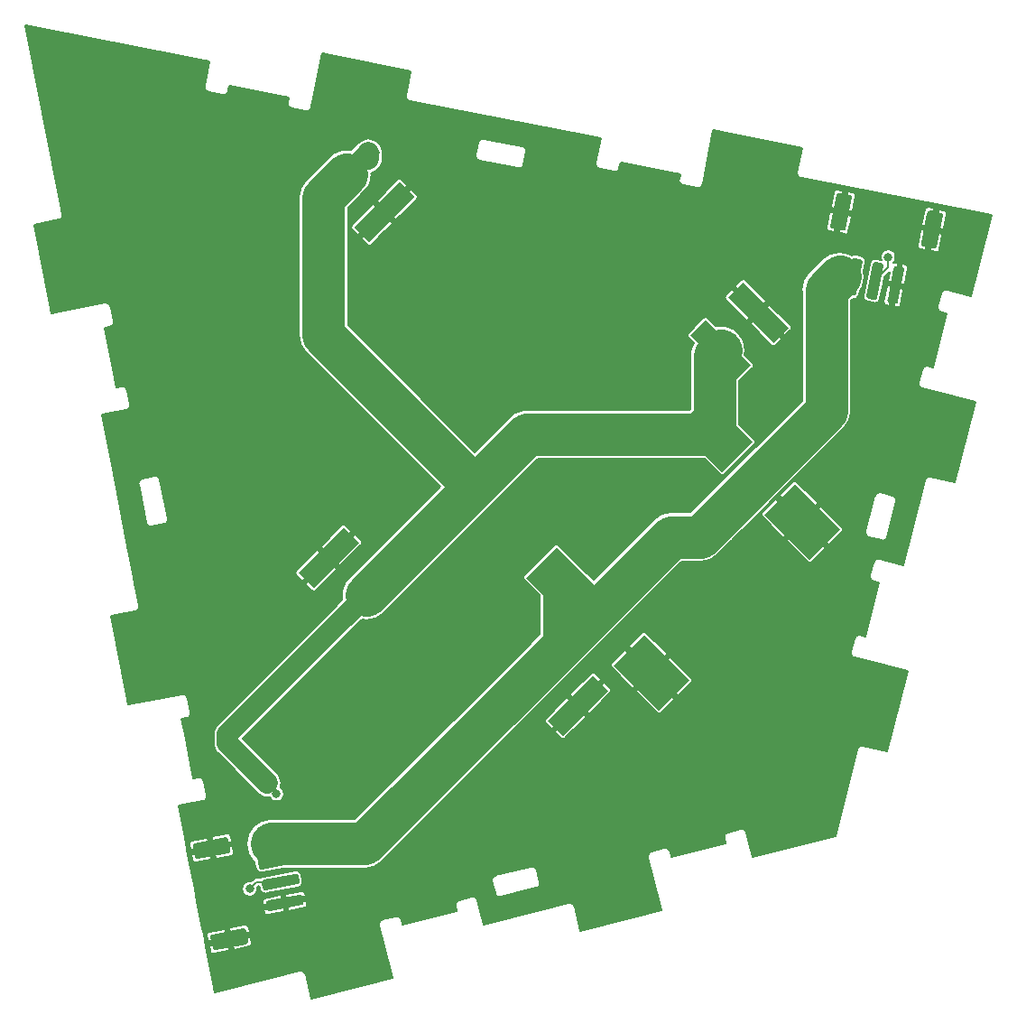
<source format=gbl>
G04 #@! TF.GenerationSoftware,KiCad,Pcbnew,5.1.4+dfsg1-1*
G04 #@! TF.CreationDate,2019-11-16T18:33:33+01:00*
G04 #@! TF.ProjectId,LED-Polyhedron,4c45442d-506f-46c7-9968-6564726f6e2e,rev?*
G04 #@! TF.SameCoordinates,Original*
G04 #@! TF.FileFunction,Copper,L2,Bot*
G04 #@! TF.FilePolarity,Positive*
%FSLAX46Y46*%
G04 Gerber Fmt 4.6, Leading zero omitted, Abs format (unit mm)*
G04 Created by KiCad (PCBNEW 5.1.4+dfsg1-1) date 2019-11-16 18:33:33*
%MOMM*%
%LPD*%
G04 APERTURE LIST*
%ADD10C,4.000000*%
%ADD11C,0.100000*%
%ADD12C,2.000000*%
%ADD13C,1.500000*%
%ADD14C,1.000000*%
%ADD15C,0.800000*%
%ADD16C,4.000000*%
%ADD17C,2.000000*%
%ADD18C,0.200000*%
G04 APERTURE END LIST*
D10*
X51087561Y-53027561D03*
D11*
G36*
X51794668Y-56563095D02*
G01*
X47552027Y-52320454D01*
X50380454Y-49492027D01*
X54623095Y-53734668D01*
X51794668Y-56563095D01*
X51794668Y-56563095D01*
G37*
D10*
X59290000Y-61230000D03*
D11*
G36*
X59997107Y-64765534D02*
G01*
X55754466Y-60522893D01*
X58582893Y-57694466D01*
X62825534Y-61937107D01*
X59997107Y-64765534D01*
X59997107Y-64765534D01*
G37*
D10*
X65229696Y-38885426D03*
D11*
G36*
X65936803Y-42420960D02*
G01*
X61694162Y-38178319D01*
X64522589Y-35349892D01*
X68765230Y-39592533D01*
X65936803Y-42420960D01*
X65936803Y-42420960D01*
G37*
D10*
X73432135Y-47087865D03*
D11*
G36*
X74139242Y-50623399D02*
G01*
X69896601Y-46380758D01*
X72725028Y-43552331D01*
X76967669Y-47794972D01*
X74139242Y-50623399D01*
X74139242Y-50623399D01*
G37*
D12*
X65777359Y-31002893D03*
D11*
G36*
X64363145Y-28174466D02*
G01*
X68605786Y-32417107D01*
X67191573Y-33831320D01*
X62948932Y-29588679D01*
X64363145Y-28174466D01*
X64363145Y-28174466D01*
G37*
D12*
X69312893Y-27467359D03*
D11*
G36*
X67898679Y-24638932D02*
G01*
X72141320Y-28881573D01*
X70727107Y-30295786D01*
X66484466Y-26053145D01*
X67898679Y-24638932D01*
X67898679Y-24638932D01*
G37*
D12*
X48867107Y-60787359D03*
D11*
G36*
X51695534Y-59373145D02*
G01*
X47452893Y-63615786D01*
X46038680Y-62201573D01*
X50281321Y-57958932D01*
X51695534Y-59373145D01*
X51695534Y-59373145D01*
G37*
D12*
X52402641Y-64322893D03*
D11*
G36*
X55231068Y-62908679D02*
G01*
X50988427Y-67151320D01*
X49574214Y-65737107D01*
X53816855Y-61494466D01*
X55231068Y-62908679D01*
X55231068Y-62908679D01*
G37*
D12*
X32542893Y-53992641D03*
D11*
G36*
X29714466Y-55406855D02*
G01*
X33957107Y-51164214D01*
X35371320Y-52578427D01*
X31128679Y-56821068D01*
X29714466Y-55406855D01*
X29714466Y-55406855D01*
G37*
D12*
X29007359Y-50457107D03*
D11*
G36*
X26178932Y-51871321D02*
G01*
X30421573Y-47628680D01*
X31835786Y-49042893D01*
X27593145Y-53285534D01*
X26178932Y-51871321D01*
X26178932Y-51871321D01*
G37*
D12*
X30707107Y-14507359D03*
D11*
G36*
X33535534Y-13093145D02*
G01*
X29292893Y-17335786D01*
X27878680Y-15921573D01*
X32121321Y-11678932D01*
X33535534Y-13093145D01*
X33535534Y-13093145D01*
G37*
D12*
X34242641Y-18042893D03*
D11*
G36*
X37071068Y-16628679D02*
G01*
X32828427Y-20871320D01*
X31414214Y-19457107D01*
X35656855Y-15214466D01*
X37071068Y-16628679D01*
X37071068Y-16628679D01*
G37*
G36*
X85432701Y-17915635D02*
G01*
X85456985Y-17919129D01*
X86438613Y-18109938D01*
X86462438Y-18115796D01*
X86485573Y-18123960D01*
X86507797Y-18134353D01*
X86528895Y-18146874D01*
X86548665Y-18161402D01*
X86566915Y-18177799D01*
X86583470Y-18195905D01*
X86598170Y-18215547D01*
X86610875Y-18236535D01*
X86621461Y-18258667D01*
X86629827Y-18281731D01*
X86635892Y-18305503D01*
X86639598Y-18329755D01*
X86640909Y-18354254D01*
X86639812Y-18378763D01*
X86636318Y-18403047D01*
X86082972Y-21249766D01*
X86077114Y-21273591D01*
X86068950Y-21296726D01*
X86058557Y-21318950D01*
X86046036Y-21340048D01*
X86031508Y-21359818D01*
X86015111Y-21378068D01*
X85997005Y-21394623D01*
X85977363Y-21409323D01*
X85956375Y-21422028D01*
X85934243Y-21432614D01*
X85911179Y-21440980D01*
X85887407Y-21447045D01*
X85863155Y-21450751D01*
X85838656Y-21452062D01*
X85814147Y-21450965D01*
X85789863Y-21447471D01*
X84808235Y-21256662D01*
X84784410Y-21250804D01*
X84761275Y-21242640D01*
X84739051Y-21232247D01*
X84717953Y-21219726D01*
X84698183Y-21205198D01*
X84679933Y-21188801D01*
X84663378Y-21170695D01*
X84648678Y-21151053D01*
X84635973Y-21130065D01*
X84625387Y-21107933D01*
X84617021Y-21084869D01*
X84610956Y-21061097D01*
X84607250Y-21036845D01*
X84605939Y-21012346D01*
X84607036Y-20987837D01*
X84610530Y-20963553D01*
X85163876Y-18116834D01*
X85169734Y-18093009D01*
X85177898Y-18069874D01*
X85188291Y-18047650D01*
X85200812Y-18026552D01*
X85215340Y-18006782D01*
X85231737Y-17988532D01*
X85249843Y-17971977D01*
X85269485Y-17957277D01*
X85290473Y-17944572D01*
X85312605Y-17933986D01*
X85335669Y-17925620D01*
X85359441Y-17919555D01*
X85383693Y-17915849D01*
X85408192Y-17914538D01*
X85432701Y-17915635D01*
X85432701Y-17915635D01*
G37*
D13*
X85623424Y-19683300D03*
D11*
G36*
X76892545Y-16255597D02*
G01*
X76916829Y-16259091D01*
X77898457Y-16449900D01*
X77922282Y-16455758D01*
X77945417Y-16463922D01*
X77967641Y-16474315D01*
X77988739Y-16486836D01*
X78008509Y-16501364D01*
X78026759Y-16517761D01*
X78043314Y-16535867D01*
X78058014Y-16555509D01*
X78070719Y-16576497D01*
X78081305Y-16598629D01*
X78089671Y-16621693D01*
X78095736Y-16645465D01*
X78099442Y-16669717D01*
X78100753Y-16694216D01*
X78099656Y-16718725D01*
X78096162Y-16743009D01*
X77542816Y-19589728D01*
X77536958Y-19613553D01*
X77528794Y-19636688D01*
X77518401Y-19658912D01*
X77505880Y-19680010D01*
X77491352Y-19699780D01*
X77474955Y-19718030D01*
X77456849Y-19734585D01*
X77437207Y-19749285D01*
X77416219Y-19761990D01*
X77394087Y-19772576D01*
X77371023Y-19780942D01*
X77347251Y-19787007D01*
X77322999Y-19790713D01*
X77298500Y-19792024D01*
X77273991Y-19790927D01*
X77249707Y-19787433D01*
X76268079Y-19596624D01*
X76244254Y-19590766D01*
X76221119Y-19582602D01*
X76198895Y-19572209D01*
X76177797Y-19559688D01*
X76158027Y-19545160D01*
X76139777Y-19528763D01*
X76123222Y-19510657D01*
X76108522Y-19491015D01*
X76095817Y-19470027D01*
X76085231Y-19447895D01*
X76076865Y-19424831D01*
X76070800Y-19401059D01*
X76067094Y-19376807D01*
X76065783Y-19352308D01*
X76066880Y-19327799D01*
X76070374Y-19303515D01*
X76623720Y-16456796D01*
X76629578Y-16432971D01*
X76637742Y-16409836D01*
X76648135Y-16387612D01*
X76660656Y-16366514D01*
X76675184Y-16346744D01*
X76691581Y-16328494D01*
X76709687Y-16311939D01*
X76729329Y-16297239D01*
X76750317Y-16284534D01*
X76772449Y-16273948D01*
X76795513Y-16265582D01*
X76819285Y-16259517D01*
X76843537Y-16255811D01*
X76868036Y-16254500D01*
X76892545Y-16255597D01*
X76892545Y-16255597D01*
G37*
D13*
X77083268Y-18023262D03*
D11*
G36*
X82283674Y-23110210D02*
G01*
X82307958Y-23113704D01*
X82798771Y-23209108D01*
X82822595Y-23214965D01*
X82845731Y-23223130D01*
X82867955Y-23233522D01*
X82889053Y-23246043D01*
X82908822Y-23260572D01*
X82927073Y-23276969D01*
X82943628Y-23295075D01*
X82958328Y-23314717D01*
X82971033Y-23335705D01*
X82981619Y-23357837D01*
X82989985Y-23380900D01*
X82996050Y-23404673D01*
X82999756Y-23428925D01*
X83001067Y-23453424D01*
X82999970Y-23477933D01*
X82996476Y-23502217D01*
X82424049Y-26447099D01*
X82418191Y-26470924D01*
X82410027Y-26494059D01*
X82399634Y-26516283D01*
X82387113Y-26537381D01*
X82372585Y-26557151D01*
X82356188Y-26575401D01*
X82338082Y-26591956D01*
X82318440Y-26606656D01*
X82297452Y-26619361D01*
X82275320Y-26629947D01*
X82252256Y-26638313D01*
X82228484Y-26644378D01*
X82204232Y-26648084D01*
X82179733Y-26649395D01*
X82155224Y-26648298D01*
X82130940Y-26644804D01*
X81640127Y-26549400D01*
X81616303Y-26543543D01*
X81593167Y-26535378D01*
X81570943Y-26524986D01*
X81549845Y-26512465D01*
X81530076Y-26497936D01*
X81511825Y-26481539D01*
X81495270Y-26463433D01*
X81480570Y-26443791D01*
X81467865Y-26422803D01*
X81457279Y-26400671D01*
X81448913Y-26377608D01*
X81442848Y-26353835D01*
X81439142Y-26329583D01*
X81437831Y-26305084D01*
X81438928Y-26280575D01*
X81442422Y-26256291D01*
X82014849Y-23311409D01*
X82020707Y-23287584D01*
X82028871Y-23264449D01*
X82039264Y-23242225D01*
X82051785Y-23221127D01*
X82066313Y-23201357D01*
X82082710Y-23183107D01*
X82100816Y-23166552D01*
X82120458Y-23151852D01*
X82141446Y-23139147D01*
X82163578Y-23128561D01*
X82186642Y-23120195D01*
X82210414Y-23114130D01*
X82234666Y-23110424D01*
X82259165Y-23109113D01*
X82283674Y-23110210D01*
X82283674Y-23110210D01*
G37*
D14*
X82219449Y-24879254D03*
D11*
G36*
X80320419Y-22728593D02*
G01*
X80344703Y-22732087D01*
X80835516Y-22827491D01*
X80859340Y-22833348D01*
X80882476Y-22841513D01*
X80904700Y-22851905D01*
X80925798Y-22864426D01*
X80945567Y-22878955D01*
X80963818Y-22895352D01*
X80980373Y-22913458D01*
X80995073Y-22933100D01*
X81007778Y-22954088D01*
X81018364Y-22976220D01*
X81026730Y-22999283D01*
X81032795Y-23023056D01*
X81036501Y-23047308D01*
X81037812Y-23071807D01*
X81036715Y-23096316D01*
X81033221Y-23120600D01*
X80460794Y-26065482D01*
X80454936Y-26089307D01*
X80446772Y-26112442D01*
X80436379Y-26134666D01*
X80423858Y-26155764D01*
X80409330Y-26175534D01*
X80392933Y-26193784D01*
X80374827Y-26210339D01*
X80355185Y-26225039D01*
X80334197Y-26237744D01*
X80312065Y-26248330D01*
X80289001Y-26256696D01*
X80265229Y-26262761D01*
X80240977Y-26266467D01*
X80216478Y-26267778D01*
X80191969Y-26266681D01*
X80167685Y-26263187D01*
X79676872Y-26167783D01*
X79653048Y-26161926D01*
X79629912Y-26153761D01*
X79607688Y-26143369D01*
X79586590Y-26130848D01*
X79566821Y-26116319D01*
X79548570Y-26099922D01*
X79532015Y-26081816D01*
X79517315Y-26062174D01*
X79504610Y-26041186D01*
X79494024Y-26019054D01*
X79485658Y-25995991D01*
X79479593Y-25972218D01*
X79475887Y-25947966D01*
X79474576Y-25923467D01*
X79475673Y-25898958D01*
X79479167Y-25874674D01*
X80051594Y-22929792D01*
X80057452Y-22905967D01*
X80065616Y-22882832D01*
X80076009Y-22860608D01*
X80088530Y-22839510D01*
X80103058Y-22819740D01*
X80119455Y-22801490D01*
X80137561Y-22784935D01*
X80157203Y-22770235D01*
X80178191Y-22757530D01*
X80200323Y-22746944D01*
X80223387Y-22738578D01*
X80247159Y-22732513D01*
X80271411Y-22728807D01*
X80295910Y-22727496D01*
X80320419Y-22728593D01*
X80320419Y-22728593D01*
G37*
D14*
X80256194Y-24497637D03*
D11*
G36*
X78357165Y-22346975D02*
G01*
X78381449Y-22350469D01*
X78872262Y-22445873D01*
X78896086Y-22451730D01*
X78919222Y-22459895D01*
X78941446Y-22470287D01*
X78962544Y-22482808D01*
X78982313Y-22497337D01*
X79000564Y-22513734D01*
X79017119Y-22531840D01*
X79031819Y-22551482D01*
X79044524Y-22572470D01*
X79055110Y-22594602D01*
X79063476Y-22617665D01*
X79069541Y-22641438D01*
X79073247Y-22665690D01*
X79074558Y-22690189D01*
X79073461Y-22714698D01*
X79069967Y-22738982D01*
X78497540Y-25683864D01*
X78491682Y-25707689D01*
X78483518Y-25730824D01*
X78473125Y-25753048D01*
X78460604Y-25774146D01*
X78446076Y-25793916D01*
X78429679Y-25812166D01*
X78411573Y-25828721D01*
X78391931Y-25843421D01*
X78370943Y-25856126D01*
X78348811Y-25866712D01*
X78325747Y-25875078D01*
X78301975Y-25881143D01*
X78277723Y-25884849D01*
X78253224Y-25886160D01*
X78228715Y-25885063D01*
X78204431Y-25881569D01*
X77713618Y-25786165D01*
X77689794Y-25780308D01*
X77666658Y-25772143D01*
X77644434Y-25761751D01*
X77623336Y-25749230D01*
X77603567Y-25734701D01*
X77585316Y-25718304D01*
X77568761Y-25700198D01*
X77554061Y-25680556D01*
X77541356Y-25659568D01*
X77530770Y-25637436D01*
X77522404Y-25614373D01*
X77516339Y-25590600D01*
X77512633Y-25566348D01*
X77511322Y-25541849D01*
X77512419Y-25517340D01*
X77515913Y-25493056D01*
X78088340Y-22548174D01*
X78094198Y-22524349D01*
X78102362Y-22501214D01*
X78112755Y-22478990D01*
X78125276Y-22457892D01*
X78139804Y-22438122D01*
X78156201Y-22419872D01*
X78174307Y-22403317D01*
X78193949Y-22388617D01*
X78214937Y-22375912D01*
X78237069Y-22365326D01*
X78260133Y-22356960D01*
X78283905Y-22350895D01*
X78308157Y-22347189D01*
X78332656Y-22345878D01*
X78357165Y-22346975D01*
X78357165Y-22346975D01*
G37*
D14*
X78292940Y-24116019D03*
D11*
G36*
X26329583Y-82039142D02*
G01*
X26353835Y-82042848D01*
X26377607Y-82048913D01*
X26400671Y-82057279D01*
X26422803Y-82067865D01*
X26443791Y-82080570D01*
X26463433Y-82095270D01*
X26481539Y-82111825D01*
X26497936Y-82130075D01*
X26512464Y-82149845D01*
X26524985Y-82170943D01*
X26535378Y-82193167D01*
X26543542Y-82216302D01*
X26549400Y-82240127D01*
X26644804Y-82730940D01*
X26648298Y-82755224D01*
X26649395Y-82779733D01*
X26648084Y-82804232D01*
X26644378Y-82828484D01*
X26638313Y-82852257D01*
X26629947Y-82875320D01*
X26619361Y-82897452D01*
X26606656Y-82918440D01*
X26591956Y-82938082D01*
X26575401Y-82956188D01*
X26557150Y-82972585D01*
X26537381Y-82987114D01*
X26516283Y-82999635D01*
X26494059Y-83010027D01*
X26470923Y-83018192D01*
X26447099Y-83024049D01*
X23502217Y-83596476D01*
X23477933Y-83599970D01*
X23453424Y-83601067D01*
X23428925Y-83599756D01*
X23404673Y-83596050D01*
X23380901Y-83589985D01*
X23357837Y-83581619D01*
X23335705Y-83571033D01*
X23314717Y-83558328D01*
X23295075Y-83543628D01*
X23276969Y-83527073D01*
X23260572Y-83508823D01*
X23246044Y-83489053D01*
X23233523Y-83467955D01*
X23223130Y-83445731D01*
X23214966Y-83422596D01*
X23209108Y-83398771D01*
X23113704Y-82907958D01*
X23110210Y-82883674D01*
X23109113Y-82859165D01*
X23110424Y-82834666D01*
X23114130Y-82810414D01*
X23120195Y-82786641D01*
X23128561Y-82763578D01*
X23139147Y-82741446D01*
X23151852Y-82720458D01*
X23166552Y-82700816D01*
X23183107Y-82682710D01*
X23201358Y-82666313D01*
X23221127Y-82651784D01*
X23242225Y-82639263D01*
X23264449Y-82628871D01*
X23287585Y-82620706D01*
X23311409Y-82614849D01*
X26256291Y-82042422D01*
X26280575Y-82038928D01*
X26305084Y-82037831D01*
X26329583Y-82039142D01*
X26329583Y-82039142D01*
G37*
D14*
X24879254Y-82819449D03*
D11*
G36*
X25947966Y-80075887D02*
G01*
X25972218Y-80079593D01*
X25995990Y-80085658D01*
X26019054Y-80094024D01*
X26041186Y-80104610D01*
X26062174Y-80117315D01*
X26081816Y-80132015D01*
X26099922Y-80148570D01*
X26116319Y-80166820D01*
X26130847Y-80186590D01*
X26143368Y-80207688D01*
X26153761Y-80229912D01*
X26161925Y-80253047D01*
X26167783Y-80276872D01*
X26263187Y-80767685D01*
X26266681Y-80791969D01*
X26267778Y-80816478D01*
X26266467Y-80840977D01*
X26262761Y-80865229D01*
X26256696Y-80889002D01*
X26248330Y-80912065D01*
X26237744Y-80934197D01*
X26225039Y-80955185D01*
X26210339Y-80974827D01*
X26193784Y-80992933D01*
X26175533Y-81009330D01*
X26155764Y-81023859D01*
X26134666Y-81036380D01*
X26112442Y-81046772D01*
X26089306Y-81054937D01*
X26065482Y-81060794D01*
X23120600Y-81633221D01*
X23096316Y-81636715D01*
X23071807Y-81637812D01*
X23047308Y-81636501D01*
X23023056Y-81632795D01*
X22999284Y-81626730D01*
X22976220Y-81618364D01*
X22954088Y-81607778D01*
X22933100Y-81595073D01*
X22913458Y-81580373D01*
X22895352Y-81563818D01*
X22878955Y-81545568D01*
X22864427Y-81525798D01*
X22851906Y-81504700D01*
X22841513Y-81482476D01*
X22833349Y-81459341D01*
X22827491Y-81435516D01*
X22732087Y-80944703D01*
X22728593Y-80920419D01*
X22727496Y-80895910D01*
X22728807Y-80871411D01*
X22732513Y-80847159D01*
X22738578Y-80823386D01*
X22746944Y-80800323D01*
X22757530Y-80778191D01*
X22770235Y-80757203D01*
X22784935Y-80737561D01*
X22801490Y-80719455D01*
X22819741Y-80703058D01*
X22839510Y-80688529D01*
X22860608Y-80676008D01*
X22882832Y-80665616D01*
X22905968Y-80657451D01*
X22929792Y-80651594D01*
X25874674Y-80079167D01*
X25898958Y-80075673D01*
X25923467Y-80074576D01*
X25947966Y-80075887D01*
X25947966Y-80075887D01*
G37*
D14*
X24497637Y-80856194D03*
D11*
G36*
X25566348Y-78112633D02*
G01*
X25590600Y-78116339D01*
X25614372Y-78122404D01*
X25637436Y-78130770D01*
X25659568Y-78141356D01*
X25680556Y-78154061D01*
X25700198Y-78168761D01*
X25718304Y-78185316D01*
X25734701Y-78203566D01*
X25749229Y-78223336D01*
X25761750Y-78244434D01*
X25772143Y-78266658D01*
X25780307Y-78289793D01*
X25786165Y-78313618D01*
X25881569Y-78804431D01*
X25885063Y-78828715D01*
X25886160Y-78853224D01*
X25884849Y-78877723D01*
X25881143Y-78901975D01*
X25875078Y-78925748D01*
X25866712Y-78948811D01*
X25856126Y-78970943D01*
X25843421Y-78991931D01*
X25828721Y-79011573D01*
X25812166Y-79029679D01*
X25793915Y-79046076D01*
X25774146Y-79060605D01*
X25753048Y-79073126D01*
X25730824Y-79083518D01*
X25707688Y-79091683D01*
X25683864Y-79097540D01*
X22738982Y-79669967D01*
X22714698Y-79673461D01*
X22690189Y-79674558D01*
X22665690Y-79673247D01*
X22641438Y-79669541D01*
X22617666Y-79663476D01*
X22594602Y-79655110D01*
X22572470Y-79644524D01*
X22551482Y-79631819D01*
X22531840Y-79617119D01*
X22513734Y-79600564D01*
X22497337Y-79582314D01*
X22482809Y-79562544D01*
X22470288Y-79541446D01*
X22459895Y-79519222D01*
X22451731Y-79496087D01*
X22445873Y-79472262D01*
X22350469Y-78981449D01*
X22346975Y-78957165D01*
X22345878Y-78932656D01*
X22347189Y-78908157D01*
X22350895Y-78883905D01*
X22356960Y-78860132D01*
X22365326Y-78837069D01*
X22375912Y-78814937D01*
X22388617Y-78793949D01*
X22403317Y-78774307D01*
X22419872Y-78756201D01*
X22438123Y-78739804D01*
X22457892Y-78725275D01*
X22478990Y-78712754D01*
X22501214Y-78702362D01*
X22524350Y-78694197D01*
X22548174Y-78688340D01*
X25493056Y-78115913D01*
X25517340Y-78112419D01*
X25541849Y-78111322D01*
X25566348Y-78112633D01*
X25566348Y-78112633D01*
G37*
D14*
X24116019Y-78892940D03*
D11*
G36*
X21036845Y-85207250D02*
G01*
X21061097Y-85210956D01*
X21084869Y-85217021D01*
X21107933Y-85225387D01*
X21130065Y-85235973D01*
X21151053Y-85248678D01*
X21170695Y-85263378D01*
X21188801Y-85279933D01*
X21205198Y-85298183D01*
X21219726Y-85317953D01*
X21232247Y-85339051D01*
X21242640Y-85361275D01*
X21250804Y-85384410D01*
X21256662Y-85408235D01*
X21447471Y-86389863D01*
X21450965Y-86414147D01*
X21452062Y-86438656D01*
X21450751Y-86463155D01*
X21447045Y-86487407D01*
X21440980Y-86511179D01*
X21432614Y-86534243D01*
X21422028Y-86556375D01*
X21409323Y-86577363D01*
X21394623Y-86597005D01*
X21378068Y-86615111D01*
X21359818Y-86631508D01*
X21340048Y-86646036D01*
X21318950Y-86658557D01*
X21296726Y-86668950D01*
X21273591Y-86677114D01*
X21249766Y-86682972D01*
X18403047Y-87236318D01*
X18378763Y-87239812D01*
X18354254Y-87240909D01*
X18329755Y-87239598D01*
X18305503Y-87235892D01*
X18281731Y-87229827D01*
X18258667Y-87221461D01*
X18236535Y-87210875D01*
X18215547Y-87198170D01*
X18195905Y-87183470D01*
X18177799Y-87166915D01*
X18161402Y-87148665D01*
X18146874Y-87128895D01*
X18134353Y-87107797D01*
X18123960Y-87085573D01*
X18115796Y-87062438D01*
X18109938Y-87038613D01*
X17919129Y-86056985D01*
X17915635Y-86032701D01*
X17914538Y-86008192D01*
X17915849Y-85983693D01*
X17919555Y-85959441D01*
X17925620Y-85935669D01*
X17933986Y-85912605D01*
X17944572Y-85890473D01*
X17957277Y-85869485D01*
X17971977Y-85849843D01*
X17988532Y-85831737D01*
X18006782Y-85815340D01*
X18026552Y-85800812D01*
X18047650Y-85788291D01*
X18069874Y-85777898D01*
X18093009Y-85769734D01*
X18116834Y-85763876D01*
X20963553Y-85210530D01*
X20987837Y-85207036D01*
X21012346Y-85205939D01*
X21036845Y-85207250D01*
X21036845Y-85207250D01*
G37*
D13*
X19683300Y-86223424D03*
D11*
G36*
X19376807Y-76667094D02*
G01*
X19401059Y-76670800D01*
X19424831Y-76676865D01*
X19447895Y-76685231D01*
X19470027Y-76695817D01*
X19491015Y-76708522D01*
X19510657Y-76723222D01*
X19528763Y-76739777D01*
X19545160Y-76758027D01*
X19559688Y-76777797D01*
X19572209Y-76798895D01*
X19582602Y-76821119D01*
X19590766Y-76844254D01*
X19596624Y-76868079D01*
X19787433Y-77849707D01*
X19790927Y-77873991D01*
X19792024Y-77898500D01*
X19790713Y-77922999D01*
X19787007Y-77947251D01*
X19780942Y-77971023D01*
X19772576Y-77994087D01*
X19761990Y-78016219D01*
X19749285Y-78037207D01*
X19734585Y-78056849D01*
X19718030Y-78074955D01*
X19699780Y-78091352D01*
X19680010Y-78105880D01*
X19658912Y-78118401D01*
X19636688Y-78128794D01*
X19613553Y-78136958D01*
X19589728Y-78142816D01*
X16743009Y-78696162D01*
X16718725Y-78699656D01*
X16694216Y-78700753D01*
X16669717Y-78699442D01*
X16645465Y-78695736D01*
X16621693Y-78689671D01*
X16598629Y-78681305D01*
X16576497Y-78670719D01*
X16555509Y-78658014D01*
X16535867Y-78643314D01*
X16517761Y-78626759D01*
X16501364Y-78608509D01*
X16486836Y-78588739D01*
X16474315Y-78567641D01*
X16463922Y-78545417D01*
X16455758Y-78522282D01*
X16449900Y-78498457D01*
X16259091Y-77516829D01*
X16255597Y-77492545D01*
X16254500Y-77468036D01*
X16255811Y-77443537D01*
X16259517Y-77419285D01*
X16265582Y-77395513D01*
X16273948Y-77372449D01*
X16284534Y-77350317D01*
X16297239Y-77329329D01*
X16311939Y-77309687D01*
X16328494Y-77291581D01*
X16346744Y-77275184D01*
X16366514Y-77260656D01*
X16387612Y-77248135D01*
X16409836Y-77237742D01*
X16432971Y-77229578D01*
X16456796Y-77223720D01*
X19303515Y-76670374D01*
X19327799Y-76666880D01*
X19352308Y-76665783D01*
X19376807Y-76667094D01*
X19376807Y-76667094D01*
G37*
D13*
X18023262Y-77683268D03*
D15*
X53100000Y-63100000D03*
X53850000Y-62450000D03*
X51100000Y-65250000D03*
X75350000Y-46900000D03*
X75300000Y-48150000D03*
X73300000Y-48900000D03*
X74650000Y-47500000D03*
X74650000Y-48850000D03*
X76000000Y-47550000D03*
X74000000Y-48200000D03*
X73950000Y-49550000D03*
X74050000Y-45600000D03*
X74000000Y-46850000D03*
X72000000Y-47600000D03*
X73350000Y-46200000D03*
X73350000Y-47550000D03*
X74700000Y-46250000D03*
X72700000Y-46900000D03*
X72650000Y-48250000D03*
X72750000Y-44300000D03*
X72700000Y-45550000D03*
X70700000Y-46300000D03*
X72050000Y-44900000D03*
X72050000Y-46250000D03*
X73400000Y-44950000D03*
X71400000Y-45600000D03*
X71350000Y-46950000D03*
X61150000Y-62400000D03*
X61850000Y-61800000D03*
X60500000Y-63100000D03*
X59800000Y-63800000D03*
X60500000Y-61750000D03*
X61200000Y-61150000D03*
X59850000Y-62450000D03*
X59150000Y-63150000D03*
X59850000Y-61100000D03*
X60550000Y-60500000D03*
X59200000Y-61800000D03*
X58500000Y-62500000D03*
X59200000Y-60400000D03*
X59900000Y-59800000D03*
X58550000Y-61100000D03*
X57850000Y-61800000D03*
X58550000Y-59750000D03*
X59250000Y-59150000D03*
X57900000Y-60450000D03*
X57200000Y-61150000D03*
X56550000Y-60500000D03*
X57250000Y-59800000D03*
X57900000Y-59100000D03*
X58600000Y-58500000D03*
X34300000Y-56650000D03*
X19700000Y-63450000D03*
X21050000Y-60250000D03*
X18550000Y-60000000D03*
X36550000Y-54100000D03*
X35450000Y-55200000D03*
X31500000Y-50650000D03*
X30700000Y-51400000D03*
X29900000Y-52150000D03*
X29100000Y-52950000D03*
X47500000Y-47750000D03*
X45300000Y-47650000D03*
X46900000Y-44250000D03*
X21350000Y-44650000D03*
X23600000Y-44600000D03*
X23050000Y-41600000D03*
X14800000Y-29550000D03*
X16600000Y-26850000D03*
X13750000Y-26150000D03*
X11050000Y-8600000D03*
X11350000Y-11750000D03*
X9450000Y-11750000D03*
X31250000Y-18350000D03*
X31800000Y-17650000D03*
X32350000Y-17000000D03*
X33850000Y-15350000D03*
X34500000Y-14800000D03*
X28750000Y-12700000D03*
X25850000Y-16700000D03*
X26550000Y-14050000D03*
X42500000Y-23900000D03*
X44550000Y-24100000D03*
X44000000Y-20500000D03*
X61000000Y-23150000D03*
X63050000Y-23150000D03*
X62500000Y-19550000D03*
X83900000Y-23850000D03*
X83650000Y-24850000D03*
X83450000Y-26050000D03*
X83800000Y-19650000D03*
X79500000Y-18250000D03*
X70550000Y-37150000D03*
X69550000Y-34850000D03*
X69550000Y-30400000D03*
X68550000Y-29650000D03*
X67200000Y-28400000D03*
X66000000Y-27300000D03*
X55200000Y-33500000D03*
X53200000Y-33400000D03*
X53900000Y-36250000D03*
X65000000Y-53700000D03*
X62900000Y-53450000D03*
X64700000Y-51150000D03*
X70700000Y-68150000D03*
X71500000Y-71850000D03*
X69300000Y-71700000D03*
X52450000Y-61500000D03*
X51600000Y-62300000D03*
X33750000Y-71650000D03*
X32950000Y-72250000D03*
X36850000Y-68450000D03*
X37500000Y-67800000D03*
X22350000Y-82350000D03*
X22400000Y-83500000D03*
X22700000Y-84700000D03*
X23600000Y-85500000D03*
X28000000Y-74450000D03*
X28950000Y-74450000D03*
X35050000Y-32200000D03*
X35750000Y-32850000D03*
X31300000Y-36600000D03*
X30650000Y-36000000D03*
X31300000Y-14350000D03*
X31000000Y-13500000D03*
X31950000Y-13650000D03*
X31850000Y-12750000D03*
X32750000Y-13100000D03*
X32500000Y-12150000D03*
X33400000Y-12450000D03*
X47700000Y-40650000D03*
X48400000Y-40200000D03*
X49250000Y-40200000D03*
X50100000Y-40200000D03*
X50950000Y-40200000D03*
X51800000Y-40200000D03*
X52650000Y-40200000D03*
X54800000Y-39800000D03*
X55643153Y-39806847D03*
X56500000Y-39800000D03*
X24100000Y-72600000D03*
X23475000Y-71975000D03*
X22825000Y-71325000D03*
X22175000Y-70675000D03*
X21500000Y-70000000D03*
X20850000Y-69350000D03*
X20200000Y-68700000D03*
X19600000Y-68100000D03*
X21600000Y-81500000D03*
X81500000Y-22250000D03*
D16*
X65229696Y-31550556D02*
X65777359Y-31002893D01*
X65229696Y-38885426D02*
X65229696Y-31550556D01*
X65229696Y-38885426D02*
X47650108Y-38885426D01*
X28515077Y-29565077D02*
X42742767Y-43792767D01*
X28515077Y-16699389D02*
X28515077Y-29565077D01*
X30707107Y-14507359D02*
X28515077Y-16699389D01*
X47650108Y-38885426D02*
X42742767Y-43792767D01*
X42742767Y-43792767D02*
X32542893Y-53992641D01*
D17*
X32750000Y-12450000D02*
X32750000Y-13100000D01*
X32542893Y-53992641D02*
X19500000Y-67035534D01*
X19500000Y-67035534D02*
X19500000Y-67850000D01*
X19500000Y-67850000D02*
X23250000Y-71600000D01*
D18*
X22243806Y-80856194D02*
X24497637Y-80856194D01*
X21600000Y-81500000D02*
X22243806Y-80856194D01*
X80256194Y-24497637D02*
X81500000Y-23253831D01*
X81500000Y-23253831D02*
X81500000Y-22250000D01*
D16*
X48867107Y-60787359D02*
X32374466Y-77280000D01*
X32374466Y-77280000D02*
X29030000Y-77280000D01*
X29030000Y-77280000D02*
X23620000Y-77280000D01*
X51087561Y-58566905D02*
X48867107Y-60787359D01*
X51087561Y-53027561D02*
X51087561Y-58566905D01*
X48867107Y-60787359D02*
X61154466Y-48500000D01*
X61154466Y-48500000D02*
X63880000Y-48500000D01*
X63880000Y-48500000D02*
X75700000Y-36680000D01*
X75700000Y-36680000D02*
X75700000Y-25370000D01*
X75700000Y-25370000D02*
X76960000Y-24110000D01*
D18*
G36*
X17842389Y-3933444D02*
G01*
X17390516Y-6229048D01*
X17384459Y-6249119D01*
X17382411Y-6270223D01*
X17382389Y-6270334D01*
X17380481Y-6290103D01*
X17376334Y-6332837D01*
X17376346Y-6332958D01*
X17376335Y-6333074D01*
X17380449Y-6374000D01*
X17384700Y-6416531D01*
X17384735Y-6416646D01*
X17384747Y-6416764D01*
X17396990Y-6456836D01*
X17409232Y-6496986D01*
X17409288Y-6497090D01*
X17409323Y-6497205D01*
X17429070Y-6533971D01*
X17448989Y-6571109D01*
X17449066Y-6571202D01*
X17449121Y-6571305D01*
X17474940Y-6602638D01*
X17502442Y-6636051D01*
X17502535Y-6636127D01*
X17502610Y-6636218D01*
X17534907Y-6662616D01*
X17567538Y-6689317D01*
X17567643Y-6689373D01*
X17567736Y-6689449D01*
X17604776Y-6709153D01*
X17641774Y-6728861D01*
X17641889Y-6728896D01*
X17641993Y-6728951D01*
X17682252Y-6741076D01*
X17702119Y-6747071D01*
X17702233Y-6747093D01*
X17722532Y-6753207D01*
X17743399Y-6755220D01*
X19077829Y-7018660D01*
X19097038Y-7024553D01*
X19118992Y-7026786D01*
X19119960Y-7026977D01*
X19139861Y-7028908D01*
X19180718Y-7033064D01*
X19181707Y-7032970D01*
X19182698Y-7033066D01*
X19223673Y-7028970D01*
X19264449Y-7025084D01*
X19265398Y-7024799D01*
X19266392Y-7024700D01*
X19305769Y-7012693D01*
X19345016Y-7000924D01*
X19345894Y-7000458D01*
X19346846Y-7000168D01*
X19383052Y-6980748D01*
X19419321Y-6961510D01*
X19420092Y-6960881D01*
X19420969Y-6960411D01*
X19452666Y-6934321D01*
X19484510Y-6908357D01*
X19485144Y-6907589D01*
X19485911Y-6906958D01*
X19511943Y-6875145D01*
X19538076Y-6843507D01*
X19538546Y-6842634D01*
X19539178Y-6841862D01*
X19558495Y-6805598D01*
X19577962Y-6769455D01*
X19578254Y-6768502D01*
X19578721Y-6767626D01*
X19590611Y-6728227D01*
X19596450Y-6709195D01*
X19596644Y-6708235D01*
X19603022Y-6687101D01*
X19604963Y-6667095D01*
X19701845Y-6187997D01*
X25282467Y-7285571D01*
X25185867Y-7763275D01*
X25179282Y-7785526D01*
X25175639Y-7825263D01*
X25171596Y-7865018D01*
X25171799Y-7867153D01*
X25171604Y-7869285D01*
X25175787Y-7908994D01*
X25179576Y-7948749D01*
X25180191Y-7950801D01*
X25180416Y-7952934D01*
X25192261Y-7991050D01*
X25203736Y-8029316D01*
X25204742Y-8031212D01*
X25205377Y-8033256D01*
X25224420Y-8068310D01*
X25243150Y-8103621D01*
X25244505Y-8105283D01*
X25245528Y-8107166D01*
X25271043Y-8137830D01*
X25296303Y-8168810D01*
X25297959Y-8170178D01*
X25299327Y-8171822D01*
X25330340Y-8196924D01*
X25361153Y-8222376D01*
X25363040Y-8223392D01*
X25364706Y-8224741D01*
X25400025Y-8243313D01*
X25435205Y-8262262D01*
X25437257Y-8262892D01*
X25439152Y-8263888D01*
X25477421Y-8275214D01*
X25515618Y-8286933D01*
X25538708Y-8289281D01*
X26875184Y-8545728D01*
X26894286Y-8551490D01*
X26916368Y-8553630D01*
X26917476Y-8553843D01*
X26937395Y-8555669D01*
X26978005Y-8559605D01*
X26979123Y-8559493D01*
X26980246Y-8559596D01*
X27021028Y-8555300D01*
X27061698Y-8551230D01*
X27062773Y-8550902D01*
X27063894Y-8550784D01*
X27103040Y-8538619D01*
X27142150Y-8526689D01*
X27143141Y-8526157D01*
X27144217Y-8525823D01*
X27180266Y-8506239D01*
X27216268Y-8486924D01*
X27217135Y-8486211D01*
X27218126Y-8485672D01*
X27249644Y-8459447D01*
X27281205Y-8433464D01*
X27281917Y-8432593D01*
X27282783Y-8431873D01*
X27308554Y-8400033D01*
X27334464Y-8368362D01*
X27334993Y-8367369D01*
X27335701Y-8366494D01*
X27354754Y-8330261D01*
X27373999Y-8294122D01*
X27374324Y-8293044D01*
X27374848Y-8292048D01*
X27386479Y-8252749D01*
X27392203Y-8233775D01*
X27392419Y-8232682D01*
X27398719Y-8211395D01*
X27400541Y-8191514D01*
X28390668Y-3173160D01*
X36724675Y-4807189D01*
X36272836Y-7100483D01*
X36266722Y-7120830D01*
X36262755Y-7162218D01*
X36258695Y-7204219D01*
X36258712Y-7204389D01*
X36258696Y-7204557D01*
X36262885Y-7245974D01*
X36267092Y-7287909D01*
X36267142Y-7288072D01*
X36267159Y-7288242D01*
X36279338Y-7328018D01*
X36291654Y-7368355D01*
X36291736Y-7368507D01*
X36291785Y-7368668D01*
X36311412Y-7405159D01*
X36331439Y-7442463D01*
X36331548Y-7442595D01*
X36331628Y-7442744D01*
X36358186Y-7474933D01*
X36384917Y-7507385D01*
X36385049Y-7507493D01*
X36385157Y-7507624D01*
X36417429Y-7533969D01*
X36450033Y-7560627D01*
X36450185Y-7560708D01*
X36450315Y-7560814D01*
X36486870Y-7580231D01*
X36524283Y-7600142D01*
X36524447Y-7600192D01*
X36524597Y-7600271D01*
X36564595Y-7612290D01*
X36604818Y-7624412D01*
X36625969Y-7626457D01*
X54530086Y-11139353D01*
X54078358Y-13432085D01*
X54072367Y-13451812D01*
X54070249Y-13473245D01*
X54070159Y-13473700D01*
X54068178Y-13494195D01*
X54064094Y-13535517D01*
X54064139Y-13535980D01*
X54064095Y-13536439D01*
X54068232Y-13577673D01*
X54072311Y-13619224D01*
X54072446Y-13619669D01*
X54072492Y-13620129D01*
X54084619Y-13659848D01*
X54096700Y-13699722D01*
X54096918Y-13700131D01*
X54097054Y-13700575D01*
X54116826Y-13737405D01*
X54136326Y-13773915D01*
X54136618Y-13774271D01*
X54136839Y-13774683D01*
X54163298Y-13806804D01*
X54189663Y-13838953D01*
X54190024Y-13839250D01*
X54190317Y-13839605D01*
X54222486Y-13865908D01*
X54254665Y-13892334D01*
X54255072Y-13892552D01*
X54255433Y-13892847D01*
X54292165Y-13912395D01*
X54328830Y-13932010D01*
X54329276Y-13932146D01*
X54329683Y-13932362D01*
X54369414Y-13944335D01*
X54389143Y-13950327D01*
X54389595Y-13950417D01*
X54410218Y-13956632D01*
X54430741Y-13958616D01*
X55765226Y-14224528D01*
X55784798Y-14230533D01*
X55806374Y-14232728D01*
X55806969Y-14232846D01*
X55827197Y-14234845D01*
X55868478Y-14239044D01*
X55869088Y-14238986D01*
X55869696Y-14239046D01*
X55911020Y-14234990D01*
X55952209Y-14231064D01*
X55952792Y-14230889D01*
X55953404Y-14230829D01*
X55993219Y-14218766D01*
X56032776Y-14206904D01*
X56033315Y-14206618D01*
X56033903Y-14206440D01*
X56070479Y-14186905D01*
X56107081Y-14167490D01*
X56107557Y-14167102D01*
X56108096Y-14166814D01*
X56140114Y-14140556D01*
X56172270Y-14114337D01*
X56172660Y-14113865D01*
X56173133Y-14113477D01*
X56199456Y-14081424D01*
X56225836Y-14049487D01*
X56226126Y-14048949D01*
X56226515Y-14048475D01*
X56246058Y-14011943D01*
X56265722Y-13975435D01*
X56265902Y-13974848D01*
X56266190Y-13974310D01*
X56278240Y-13934634D01*
X56284210Y-13915175D01*
X56284330Y-13914581D01*
X56290633Y-13893828D01*
X56292647Y-13873454D01*
X56389643Y-13393788D01*
X61975430Y-14489733D01*
X61883691Y-14958913D01*
X61877787Y-14978352D01*
X61875638Y-15000099D01*
X61875491Y-15000849D01*
X61873579Y-15020925D01*
X61869514Y-15062057D01*
X61869589Y-15062825D01*
X61869516Y-15063596D01*
X61873696Y-15104664D01*
X61877731Y-15145764D01*
X61877956Y-15146506D01*
X61878034Y-15147275D01*
X61890136Y-15186707D01*
X61902120Y-15226262D01*
X61902485Y-15226945D01*
X61902712Y-15227685D01*
X61922288Y-15264024D01*
X61941746Y-15300455D01*
X61942237Y-15301054D01*
X61942604Y-15301735D01*
X61968840Y-15333493D01*
X61995083Y-15365493D01*
X61995684Y-15365986D01*
X61996175Y-15366581D01*
X62028220Y-15392706D01*
X62060085Y-15418874D01*
X62060763Y-15419237D01*
X62061367Y-15419729D01*
X62097856Y-15439081D01*
X62134250Y-15458550D01*
X62134994Y-15458776D01*
X62135675Y-15459137D01*
X62175157Y-15470973D01*
X62194563Y-15476867D01*
X62195317Y-15477017D01*
X62216244Y-15483291D01*
X62236465Y-15485216D01*
X63572030Y-15751344D01*
X63592998Y-15757626D01*
X63634065Y-15761528D01*
X63675116Y-15765586D01*
X63675926Y-15765506D01*
X63676732Y-15765583D01*
X63717678Y-15761408D01*
X63758824Y-15757369D01*
X63759602Y-15757133D01*
X63760409Y-15757051D01*
X63799792Y-15744957D01*
X63839323Y-15732980D01*
X63840040Y-15732597D01*
X63840815Y-15732359D01*
X63877076Y-15712816D01*
X63913516Y-15693354D01*
X63914145Y-15692838D01*
X63914858Y-15692454D01*
X63946589Y-15666231D01*
X63978553Y-15640017D01*
X63979069Y-15639388D01*
X63979694Y-15638872D01*
X64005687Y-15606977D01*
X64031935Y-15575015D01*
X64032319Y-15574297D01*
X64032830Y-15573670D01*
X64052103Y-15537315D01*
X64071610Y-15500850D01*
X64071846Y-15500073D01*
X64072226Y-15499356D01*
X64084054Y-15459878D01*
X64096053Y-15420368D01*
X64098206Y-15398587D01*
X65079193Y-10376867D01*
X73412457Y-12013057D01*
X72960596Y-14306468D01*
X72954480Y-14326821D01*
X72950525Y-14368088D01*
X72946455Y-14410199D01*
X72946473Y-14410375D01*
X72946456Y-14410549D01*
X72950666Y-14452167D01*
X72954852Y-14493889D01*
X72954903Y-14494057D01*
X72954921Y-14494233D01*
X72967176Y-14534251D01*
X72979414Y-14574335D01*
X72979498Y-14574491D01*
X72979549Y-14574658D01*
X72999238Y-14611262D01*
X73019199Y-14648443D01*
X73019311Y-14648579D01*
X73019394Y-14648733D01*
X73045960Y-14680931D01*
X73072677Y-14713365D01*
X73072813Y-14713476D01*
X73072925Y-14713612D01*
X73105611Y-14740293D01*
X73137793Y-14766607D01*
X73137946Y-14766689D01*
X73138084Y-14766801D01*
X73175563Y-14786708D01*
X73212043Y-14806122D01*
X73212209Y-14806172D01*
X73212367Y-14806256D01*
X73253106Y-14818497D01*
X73292578Y-14830392D01*
X73313729Y-14832437D01*
X91197923Y-18340938D01*
X89293736Y-25902893D01*
X87030580Y-25333909D01*
X87010754Y-25326793D01*
X86989880Y-25323676D01*
X86989868Y-25323673D01*
X86974531Y-25321384D01*
X86927565Y-25314371D01*
X86927546Y-25314372D01*
X86927526Y-25314369D01*
X86887038Y-25316323D01*
X86843551Y-25318418D01*
X86843530Y-25318423D01*
X86843513Y-25318424D01*
X86811054Y-25326525D01*
X86761940Y-25338777D01*
X86761916Y-25338788D01*
X86761905Y-25338791D01*
X86734374Y-25351783D01*
X86685870Y-25374667D01*
X86685853Y-25374679D01*
X86685837Y-25374687D01*
X86659759Y-25393993D01*
X86618262Y-25424707D01*
X86618245Y-25424725D01*
X86618235Y-25424733D01*
X86595547Y-25449721D01*
X86561718Y-25486975D01*
X86561708Y-25486991D01*
X86561694Y-25487007D01*
X86538188Y-25526146D01*
X86518406Y-25559078D01*
X86518400Y-25559095D01*
X86518389Y-25559113D01*
X86504171Y-25598741D01*
X86497114Y-25618405D01*
X86497109Y-25618425D01*
X86489984Y-25638284D01*
X86486876Y-25659113D01*
X86179747Y-26880254D01*
X86172763Y-26899559D01*
X86169514Y-26920939D01*
X86169380Y-26921474D01*
X86166341Y-26941828D01*
X86160128Y-26982717D01*
X86160153Y-26983266D01*
X86160071Y-26983815D01*
X86162074Y-27025383D01*
X86163960Y-27066739D01*
X86164092Y-27067276D01*
X86164119Y-27067828D01*
X86174141Y-27108003D01*
X86184109Y-27148402D01*
X86184345Y-27148905D01*
X86184478Y-27149439D01*
X86202112Y-27186816D01*
X86219803Y-27224564D01*
X86220132Y-27225011D01*
X86220367Y-27225509D01*
X86245029Y-27258830D01*
X86269670Y-27292300D01*
X86270078Y-27292672D01*
X86270407Y-27293117D01*
X86301136Y-27321022D01*
X86331793Y-27349005D01*
X86332267Y-27349291D01*
X86332675Y-27349662D01*
X86368087Y-27370934D01*
X86403784Y-27392502D01*
X86404308Y-27392691D01*
X86404778Y-27392974D01*
X86443516Y-27406876D01*
X86463057Y-27413946D01*
X86463599Y-27414084D01*
X86483946Y-27421386D01*
X86504243Y-27424417D01*
X86969688Y-27542750D01*
X85696510Y-32600522D01*
X85231289Y-32486188D01*
X85212633Y-32479483D01*
X85190534Y-32476172D01*
X85189316Y-32475873D01*
X85169877Y-32473078D01*
X85129449Y-32467021D01*
X85128180Y-32467082D01*
X85126925Y-32466901D01*
X85086158Y-32469086D01*
X85045433Y-32471029D01*
X85044204Y-32471335D01*
X85042936Y-32471403D01*
X85003428Y-32481486D01*
X84963813Y-32491349D01*
X84962663Y-32491891D01*
X84961436Y-32492204D01*
X84924695Y-32509782D01*
X84887725Y-32527202D01*
X84886703Y-32527958D01*
X84885561Y-32528504D01*
X84852967Y-32552903D01*
X84820094Y-32577210D01*
X84819239Y-32578151D01*
X84818226Y-32578909D01*
X84791017Y-32609200D01*
X84763520Y-32639451D01*
X84762865Y-32640540D01*
X84762018Y-32641483D01*
X84741249Y-32676485D01*
X84720173Y-32711533D01*
X84719742Y-32712732D01*
X84719097Y-32713819D01*
X84705554Y-32752206D01*
X84698853Y-32770850D01*
X84698544Y-32772076D01*
X84691113Y-32793139D01*
X84688292Y-32812755D01*
X84381339Y-34030747D01*
X84374199Y-34050626D01*
X84368014Y-34091974D01*
X84361762Y-34133711D01*
X84361764Y-34133757D01*
X84361756Y-34133812D01*
X84363826Y-34176989D01*
X84365769Y-34217726D01*
X84365782Y-34217777D01*
X84365784Y-34217826D01*
X84375850Y-34258217D01*
X84386089Y-34299346D01*
X84386110Y-34299391D01*
X84386123Y-34299442D01*
X84404244Y-34337876D01*
X84421942Y-34375434D01*
X84421972Y-34375475D01*
X84421994Y-34375521D01*
X84446792Y-34409041D01*
X84471950Y-34443065D01*
X84471988Y-34443100D01*
X84472018Y-34443140D01*
X84502744Y-34471055D01*
X84534191Y-34499640D01*
X84534235Y-34499666D01*
X84534273Y-34499701D01*
X84569364Y-34520792D01*
X84606273Y-34542987D01*
X84606324Y-34543005D01*
X84606365Y-34543030D01*
X84643506Y-34556369D01*
X84685427Y-34571437D01*
X84706328Y-34574568D01*
X89669462Y-35824110D01*
X87759639Y-43410739D01*
X85496637Y-42839662D01*
X85476683Y-42832496D01*
X85435792Y-42826381D01*
X85393745Y-42820068D01*
X85393617Y-42820074D01*
X85393496Y-42820056D01*
X85351882Y-42822052D01*
X85309729Y-42824049D01*
X85309609Y-42824079D01*
X85309481Y-42824085D01*
X85268408Y-42834322D01*
X85228102Y-42844343D01*
X85227988Y-42844397D01*
X85227866Y-42844427D01*
X85189587Y-42862477D01*
X85152003Y-42880172D01*
X85151903Y-42880246D01*
X85151788Y-42880300D01*
X85117809Y-42905439D01*
X85084356Y-42930158D01*
X85084271Y-42930251D01*
X85084170Y-42930326D01*
X85055330Y-42962071D01*
X85027761Y-42992382D01*
X85027699Y-42992485D01*
X85027611Y-42992582D01*
X85005095Y-43030046D01*
X84984392Y-43064450D01*
X84984351Y-43064563D01*
X84984284Y-43064675D01*
X84969272Y-43106475D01*
X84955917Y-43143595D01*
X84952771Y-43164549D01*
X82944076Y-51143938D01*
X80680999Y-50566449D01*
X80660163Y-50559005D01*
X80619505Y-50552993D01*
X80579042Y-50546808D01*
X80577996Y-50546855D01*
X80576956Y-50546701D01*
X80536002Y-50548732D01*
X80495016Y-50550565D01*
X80493995Y-50550816D01*
X80492948Y-50550868D01*
X80453189Y-50560847D01*
X80413336Y-50570643D01*
X80412386Y-50571087D01*
X80411367Y-50571343D01*
X80374201Y-50588942D01*
X80337142Y-50606270D01*
X80336300Y-50606889D01*
X80335347Y-50607340D01*
X80302328Y-50631852D01*
X80269362Y-50656076D01*
X80268654Y-50656850D01*
X80267811Y-50657476D01*
X80240330Y-50687826D01*
X80212602Y-50718149D01*
X80212056Y-50719051D01*
X80211355Y-50719825D01*
X80190312Y-50754967D01*
X80169042Y-50790102D01*
X80168685Y-50791086D01*
X80168145Y-50791988D01*
X80154376Y-50830528D01*
X80140357Y-50869171D01*
X80137014Y-50891042D01*
X79829231Y-52122173D01*
X79821933Y-52142859D01*
X79816057Y-52183725D01*
X79810041Y-52224404D01*
X79810084Y-52225263D01*
X79809961Y-52226115D01*
X79812171Y-52267340D01*
X79814208Y-52308411D01*
X79814417Y-52309243D01*
X79814463Y-52310104D01*
X79824668Y-52350087D01*
X79834683Y-52389992D01*
X79835051Y-52390769D01*
X79835264Y-52391604D01*
X79853071Y-52428824D01*
X79870680Y-52466012D01*
X79871192Y-52466702D01*
X79871564Y-52467479D01*
X79896277Y-52500492D01*
X79920816Y-52533548D01*
X79921453Y-52534125D01*
X79921969Y-52534814D01*
X79952647Y-52562371D01*
X79983165Y-52590005D01*
X79983902Y-52590446D01*
X79984543Y-52591022D01*
X80019897Y-52611999D01*
X80055328Y-52633215D01*
X80056143Y-52633506D01*
X80056879Y-52633943D01*
X80095694Y-52647637D01*
X80134537Y-52661515D01*
X80156234Y-52664723D01*
X80618982Y-52778450D01*
X79347213Y-57837173D01*
X78884360Y-57719498D01*
X78865575Y-57712596D01*
X78843693Y-57709159D01*
X78842661Y-57708897D01*
X78823006Y-57705910D01*
X78782481Y-57699546D01*
X78781407Y-57699590D01*
X78780343Y-57699428D01*
X78739447Y-57701293D01*
X78698440Y-57702958D01*
X78697391Y-57703211D01*
X78696321Y-57703260D01*
X78656613Y-57713057D01*
X78616677Y-57722700D01*
X78615700Y-57723152D01*
X78614658Y-57723409D01*
X78577560Y-57740795D01*
X78540338Y-57758014D01*
X78539469Y-57758647D01*
X78538496Y-57759103D01*
X78505478Y-57783411D01*
X78472355Y-57807542D01*
X78471627Y-57808332D01*
X78470760Y-57808970D01*
X78443103Y-57839270D01*
X78415341Y-57869381D01*
X78414781Y-57870298D01*
X78414055Y-57871093D01*
X78392854Y-57906182D01*
X78371485Y-57941154D01*
X78371114Y-57942164D01*
X78370558Y-57943084D01*
X78356608Y-57981644D01*
X78349746Y-58000319D01*
X78349478Y-58001351D01*
X78341943Y-58022179D01*
X78338937Y-58041963D01*
X78021668Y-59264310D01*
X78013992Y-59285710D01*
X78008035Y-59325662D01*
X78001766Y-59365579D01*
X78001834Y-59367247D01*
X78001587Y-59368902D01*
X78003540Y-59409280D01*
X78005178Y-59449619D01*
X78005570Y-59451243D01*
X78005651Y-59452914D01*
X78015434Y-59492094D01*
X78024920Y-59531382D01*
X78025623Y-59532901D01*
X78026027Y-59534520D01*
X78043255Y-59571018D01*
X78060234Y-59607721D01*
X78061218Y-59609072D01*
X78061932Y-59610584D01*
X78086008Y-59643099D01*
X78109762Y-59675704D01*
X78110988Y-59676834D01*
X78111985Y-59678181D01*
X78141942Y-59705373D01*
X78171601Y-59732719D01*
X78173027Y-59733590D01*
X78174265Y-59734714D01*
X78208903Y-59755511D01*
X78243374Y-59776574D01*
X78244943Y-59777150D01*
X78246376Y-59778011D01*
X78284395Y-59791647D01*
X78322325Y-59805584D01*
X78344791Y-59809112D01*
X83309374Y-61056684D01*
X81401878Y-68643161D01*
X79136374Y-68071991D01*
X79116405Y-68064826D01*
X79075067Y-68058656D01*
X79033489Y-68052424D01*
X79033352Y-68052431D01*
X79033214Y-68052410D01*
X78991142Y-68054440D01*
X78949474Y-68056423D01*
X78949340Y-68056456D01*
X78949201Y-68056463D01*
X78908658Y-68066580D01*
X78867852Y-68076735D01*
X78867725Y-68076795D01*
X78867592Y-68076828D01*
X78830109Y-68094516D01*
X78791761Y-68112581D01*
X78791648Y-68112664D01*
X78791524Y-68112723D01*
X78757843Y-68137656D01*
X78724125Y-68162583D01*
X78724033Y-68162685D01*
X78723920Y-68162768D01*
X78694904Y-68194725D01*
X78667544Y-68224819D01*
X78667476Y-68224932D01*
X78667378Y-68225040D01*
X78644944Y-68262393D01*
X78624191Y-68296896D01*
X78624145Y-68297023D01*
X78624072Y-68297145D01*
X78609451Y-68337893D01*
X78595733Y-68376048D01*
X78592589Y-68397020D01*
X76544131Y-76544131D01*
X68790937Y-78493546D01*
X68221984Y-76230522D01*
X68218867Y-76209646D01*
X68203519Y-76166883D01*
X68190471Y-76130513D01*
X68190460Y-76130495D01*
X68190454Y-76130478D01*
X68168137Y-76093325D01*
X68147166Y-76058407D01*
X68147155Y-76058395D01*
X68147143Y-76058375D01*
X68114377Y-76022293D01*
X68090625Y-75996133D01*
X68090612Y-75996123D01*
X68090597Y-75996107D01*
X68055181Y-75969894D01*
X68023023Y-75946087D01*
X68023004Y-75946078D01*
X68022989Y-75946067D01*
X67981704Y-75926589D01*
X67946955Y-75910191D01*
X67946937Y-75910187D01*
X67946919Y-75910178D01*
X67909462Y-75900834D01*
X67865347Y-75889824D01*
X67865323Y-75889823D01*
X67865308Y-75889819D01*
X67827891Y-75888016D01*
X67781334Y-75885769D01*
X67781314Y-75885772D01*
X67781295Y-75885771D01*
X67736244Y-75892498D01*
X67698144Y-75898184D01*
X67678291Y-75905307D01*
X66455491Y-76212853D01*
X66433557Y-76216245D01*
X66395098Y-76230274D01*
X66356558Y-76244106D01*
X66355595Y-76244684D01*
X66354538Y-76245070D01*
X66319523Y-76266353D01*
X66284455Y-76287418D01*
X66283623Y-76288173D01*
X66282663Y-76288757D01*
X66252528Y-76316411D01*
X66222187Y-76343963D01*
X66221517Y-76344868D01*
X66220690Y-76345627D01*
X66196481Y-76378694D01*
X66172147Y-76411571D01*
X66171669Y-76412585D01*
X66171003Y-76413494D01*
X66153686Y-76450701D01*
X66136258Y-76487641D01*
X66135986Y-76488729D01*
X66135511Y-76489751D01*
X66125785Y-76529621D01*
X66115899Y-76569252D01*
X66115845Y-76570372D01*
X66115578Y-76571467D01*
X66113820Y-76612397D01*
X66111851Y-76653265D01*
X66112017Y-76654378D01*
X66111969Y-76655499D01*
X66118232Y-76695997D01*
X66124274Y-76736454D01*
X66131769Y-76757339D01*
X66251079Y-77221467D01*
X61187633Y-78493877D01*
X61069234Y-78028173D01*
X61066177Y-78007767D01*
X61058896Y-77987510D01*
X61058786Y-77987077D01*
X61051801Y-77967769D01*
X61037727Y-77928613D01*
X61037495Y-77928228D01*
X61037342Y-77927804D01*
X61015884Y-77892290D01*
X60994381Y-77856531D01*
X60994076Y-77856196D01*
X60993845Y-77855813D01*
X60965848Y-77825141D01*
X60937805Y-77794290D01*
X60937444Y-77794023D01*
X60937140Y-77793690D01*
X60903593Y-77768993D01*
X60870174Y-77744282D01*
X60869767Y-77744090D01*
X60869404Y-77743823D01*
X60831622Y-77726116D01*
X60794086Y-77708429D01*
X60793651Y-77708321D01*
X60793242Y-77708129D01*
X60752848Y-77698162D01*
X60712466Y-77688109D01*
X60712015Y-77688087D01*
X60711579Y-77687980D01*
X60670022Y-77686085D01*
X60628450Y-77684102D01*
X60628006Y-77684168D01*
X60627557Y-77684148D01*
X60586515Y-77690384D01*
X60566114Y-77693440D01*
X60565678Y-77693550D01*
X60544399Y-77696783D01*
X60524998Y-77703802D01*
X59306413Y-78010905D01*
X59285710Y-78013992D01*
X59265734Y-78021157D01*
X59265590Y-78021193D01*
X59245362Y-78028463D01*
X59206536Y-78042389D01*
X59206414Y-78042462D01*
X59206273Y-78042513D01*
X59170013Y-78064318D01*
X59134425Y-78085686D01*
X59134316Y-78085785D01*
X59134191Y-78085860D01*
X59103306Y-78113933D01*
X59072145Y-78142219D01*
X59072057Y-78142338D01*
X59071950Y-78142435D01*
X59046966Y-78176224D01*
X59022092Y-78209816D01*
X59022030Y-78209946D01*
X59021942Y-78210066D01*
X59003831Y-78248502D01*
X58986187Y-78285880D01*
X58986152Y-78286020D01*
X58986089Y-78286154D01*
X58975984Y-78326741D01*
X58965811Y-78367486D01*
X58965804Y-78367634D01*
X58965769Y-78367774D01*
X58963801Y-78409040D01*
X58961747Y-78451498D01*
X58961769Y-78451645D01*
X58961762Y-78451789D01*
X58967927Y-78492943D01*
X58971043Y-78513841D01*
X58971079Y-78513983D01*
X58974223Y-78534973D01*
X58981304Y-78554674D01*
X60228610Y-83518206D01*
X52651721Y-85434754D01*
X52082818Y-83169796D01*
X52079684Y-83148837D01*
X52065484Y-83109295D01*
X52051352Y-83069879D01*
X52051293Y-83069781D01*
X52051255Y-83069675D01*
X52029966Y-83034252D01*
X52008063Y-82997763D01*
X52007985Y-82997677D01*
X52007928Y-82997582D01*
X51979981Y-82966820D01*
X51951536Y-82935477D01*
X51951445Y-82935409D01*
X51951369Y-82935326D01*
X51917789Y-82910483D01*
X51883945Y-82885416D01*
X51883842Y-82885367D01*
X51883751Y-82885300D01*
X51845238Y-82867140D01*
X51807885Y-82849503D01*
X51807777Y-82849476D01*
X51807673Y-82849427D01*
X51766566Y-82839181D01*
X51726281Y-82829118D01*
X51726169Y-82829113D01*
X51726058Y-82829085D01*
X51683876Y-82827062D01*
X51642270Y-82825045D01*
X51642159Y-82825062D01*
X51642043Y-82825056D01*
X51599468Y-82831422D01*
X51559076Y-82837441D01*
X51539132Y-82844591D01*
X43558640Y-84853565D01*
X42989631Y-82588186D01*
X42986507Y-82567266D01*
X42972222Y-82527462D01*
X42958152Y-82488219D01*
X42958116Y-82488159D01*
X42958094Y-82488098D01*
X42936830Y-82452698D01*
X42914863Y-82416103D01*
X42914818Y-82416054D01*
X42914783Y-82415995D01*
X42885315Y-82383545D01*
X42858336Y-82353817D01*
X42858283Y-82353778D01*
X42858237Y-82353727D01*
X42824673Y-82328885D01*
X42790745Y-82303756D01*
X42790682Y-82303726D01*
X42790629Y-82303687D01*
X42752944Y-82285908D01*
X42714685Y-82267843D01*
X42714620Y-82267827D01*
X42714559Y-82267798D01*
X42674782Y-82257875D01*
X42633081Y-82247458D01*
X42633010Y-82247455D01*
X42632948Y-82247439D01*
X42590930Y-82245414D01*
X42549070Y-82243385D01*
X42549007Y-82243394D01*
X42548935Y-82243391D01*
X42504874Y-82249970D01*
X42465876Y-82255781D01*
X42445977Y-82262915D01*
X41225340Y-82569917D01*
X41205619Y-82572753D01*
X41184648Y-82580152D01*
X41183525Y-82580434D01*
X41164860Y-82587133D01*
X41126299Y-82600737D01*
X41125297Y-82601332D01*
X41124198Y-82601726D01*
X41089098Y-82622810D01*
X41053963Y-82643658D01*
X41053096Y-82644437D01*
X41052095Y-82645038D01*
X41021773Y-82672573D01*
X40991389Y-82699866D01*
X40990691Y-82700798D01*
X40989827Y-82701583D01*
X40965508Y-82734440D01*
X40940984Y-82767201D01*
X40940480Y-82768255D01*
X40939787Y-82769191D01*
X40922355Y-82806140D01*
X40904684Y-82843076D01*
X40904395Y-82844207D01*
X40903898Y-82845261D01*
X40894014Y-82884880D01*
X40883883Y-82924576D01*
X40883820Y-82925744D01*
X40883539Y-82926872D01*
X40881575Y-82967640D01*
X40879381Y-83008565D01*
X40879547Y-83009720D01*
X40879491Y-83010885D01*
X40885528Y-83051309D01*
X40888353Y-83070956D01*
X40888630Y-83072083D01*
X40891914Y-83094074D01*
X40898642Y-83112820D01*
X41013044Y-83578318D01*
X35955188Y-84853701D01*
X35836899Y-84388431D01*
X35833867Y-84368126D01*
X35826562Y-84347772D01*
X35826426Y-84347237D01*
X35819418Y-84327865D01*
X35805454Y-84288958D01*
X35805171Y-84288488D01*
X35804982Y-84287964D01*
X35783501Y-84252412D01*
X35762143Y-84216855D01*
X35761769Y-84216443D01*
X35761485Y-84215973D01*
X35733598Y-84185422D01*
X35705597Y-84154587D01*
X35705152Y-84154258D01*
X35704780Y-84153850D01*
X35671310Y-84129209D01*
X35637989Y-84104547D01*
X35637491Y-84104312D01*
X35637044Y-84103983D01*
X35599296Y-84086292D01*
X35561919Y-84068658D01*
X35561385Y-84068525D01*
X35560882Y-84068289D01*
X35520483Y-84058321D01*
X35480308Y-84048299D01*
X35479756Y-84048272D01*
X35479219Y-84048140D01*
X35437863Y-84046254D01*
X35396295Y-84044251D01*
X35395746Y-84044333D01*
X35395197Y-84044308D01*
X35354346Y-84050515D01*
X35333953Y-84053560D01*
X35333417Y-84053695D01*
X35312039Y-84056943D01*
X35292736Y-84063927D01*
X34071522Y-84371073D01*
X34050626Y-84374199D01*
X34012028Y-84388062D01*
X33971558Y-84402586D01*
X33971514Y-84402612D01*
X33971465Y-84402630D01*
X33935233Y-84424406D01*
X33899455Y-84445898D01*
X33899417Y-84445933D01*
X33899373Y-84445959D01*
X33870691Y-84472018D01*
X33837187Y-84502443D01*
X33837155Y-84502487D01*
X33837118Y-84502520D01*
X33812846Y-84535329D01*
X33787147Y-84570051D01*
X33787126Y-84570096D01*
X33787094Y-84570139D01*
X33770014Y-84606365D01*
X33751258Y-84646121D01*
X33751246Y-84646169D01*
X33751223Y-84646218D01*
X33740883Y-84687711D01*
X33730899Y-84727732D01*
X33730897Y-84727784D01*
X33730884Y-84727834D01*
X33728858Y-84770098D01*
X33726851Y-84811745D01*
X33726859Y-84811795D01*
X33726856Y-84811848D01*
X33733473Y-84856092D01*
X33739274Y-84894934D01*
X33746408Y-84914813D01*
X34995926Y-89877853D01*
X27411516Y-91785406D01*
X26840268Y-89519597D01*
X26837157Y-89498807D01*
X26830009Y-89478908D01*
X26829995Y-89478852D01*
X26823092Y-89459652D01*
X26808722Y-89419647D01*
X26808689Y-89419593D01*
X26808669Y-89419536D01*
X26787031Y-89383561D01*
X26765390Y-89347557D01*
X26765345Y-89347508D01*
X26765316Y-89347459D01*
X26738323Y-89317768D01*
X26708826Y-89285305D01*
X26708776Y-89285268D01*
X26708735Y-89285223D01*
X26675733Y-89260825D01*
X26641205Y-89235284D01*
X26641148Y-89235257D01*
X26641099Y-89235221D01*
X26603995Y-89217741D01*
X26565124Y-89199416D01*
X26565063Y-89199401D01*
X26565008Y-89199375D01*
X26524695Y-89189343D01*
X26483508Y-89179081D01*
X26483446Y-89179078D01*
X26483386Y-89179063D01*
X26442532Y-89177118D01*
X26399493Y-89175057D01*
X26399428Y-89175067D01*
X26399371Y-89175064D01*
X26359324Y-89181067D01*
X26337154Y-89184384D01*
X26337093Y-89184399D01*
X26316188Y-89187533D01*
X26296411Y-89194644D01*
X18340938Y-91197924D01*
X17492871Y-86874989D01*
X17772518Y-86874989D01*
X17861727Y-87341539D01*
X17878634Y-87398164D01*
X17906264Y-87450402D01*
X17943554Y-87496247D01*
X17989071Y-87533935D01*
X18041065Y-87562019D01*
X18097540Y-87579420D01*
X18156326Y-87585469D01*
X18215160Y-87579933D01*
X19613702Y-87306605D01*
X19673013Y-87218672D01*
X19525136Y-86457911D01*
X17831829Y-86787057D01*
X17772518Y-86874989D01*
X17492871Y-86874989D01*
X17283994Y-85810264D01*
X17569978Y-85810264D01*
X17575514Y-85869099D01*
X17667573Y-86335095D01*
X17755506Y-86394406D01*
X17821448Y-86381588D01*
X19917787Y-86381588D01*
X20065664Y-87142349D01*
X20153597Y-87201660D01*
X21552693Y-86931183D01*
X21609317Y-86914276D01*
X21661556Y-86886645D01*
X21707400Y-86849356D01*
X21745088Y-86803839D01*
X21773172Y-86751844D01*
X21790573Y-86695369D01*
X21796622Y-86636584D01*
X21791086Y-86577749D01*
X21699027Y-86111753D01*
X21611094Y-86052442D01*
X19917787Y-86381588D01*
X17821448Y-86381588D01*
X19448813Y-86065260D01*
X19300936Y-85304499D01*
X19213003Y-85245188D01*
X17813907Y-85515665D01*
X17757283Y-85532572D01*
X17705044Y-85560203D01*
X17659200Y-85597492D01*
X17621512Y-85643009D01*
X17593428Y-85695004D01*
X17576027Y-85751479D01*
X17569978Y-85810264D01*
X17283994Y-85810264D01*
X17169801Y-85228176D01*
X19693587Y-85228176D01*
X19841464Y-85988937D01*
X21534771Y-85659791D01*
X21594082Y-85571859D01*
X21504873Y-85105309D01*
X21487966Y-85048684D01*
X21460336Y-84996446D01*
X21423046Y-84950601D01*
X21377529Y-84912913D01*
X21325535Y-84884829D01*
X21269060Y-84867428D01*
X21210274Y-84861379D01*
X21151440Y-84866915D01*
X19752898Y-85140243D01*
X19693587Y-85228176D01*
X17169801Y-85228176D01*
X16826955Y-83480555D01*
X22919391Y-83480555D01*
X22960897Y-83701698D01*
X22977805Y-83758322D01*
X23005435Y-83810561D01*
X23042724Y-83856405D01*
X23088241Y-83894094D01*
X23140236Y-83922178D01*
X23196711Y-83939578D01*
X23255496Y-83945628D01*
X23314331Y-83940092D01*
X24761954Y-83657223D01*
X24821265Y-83569291D01*
X24721090Y-83053936D01*
X22978702Y-83392622D01*
X22919391Y-83480555D01*
X16826955Y-83480555D01*
X16666222Y-82661236D01*
X22764553Y-82661236D01*
X22770088Y-82720071D01*
X22814446Y-82940660D01*
X22902379Y-82999971D01*
X23017400Y-82977613D01*
X25113741Y-82977613D01*
X25213916Y-83492967D01*
X25301849Y-83552278D01*
X26750026Y-83272260D01*
X26806650Y-83255353D01*
X26858889Y-83227723D01*
X26904733Y-83190433D01*
X26942421Y-83144917D01*
X26970505Y-83092922D01*
X26987906Y-83036447D01*
X26993955Y-82977662D01*
X26988420Y-82918827D01*
X26944062Y-82698238D01*
X26856129Y-82638927D01*
X25113741Y-82977613D01*
X23017400Y-82977613D01*
X24644767Y-82661285D01*
X24544592Y-82145931D01*
X24456659Y-82086620D01*
X23008482Y-82366638D01*
X22951858Y-82383545D01*
X22899619Y-82411175D01*
X22853775Y-82448465D01*
X22816087Y-82493981D01*
X22788003Y-82545976D01*
X22770602Y-82602451D01*
X22764553Y-82661236D01*
X16666222Y-82661236D01*
X16424886Y-81431056D01*
X20900000Y-81431056D01*
X20900000Y-81568944D01*
X20926901Y-81704182D01*
X20979668Y-81831574D01*
X21056274Y-81946224D01*
X21153776Y-82043726D01*
X21268426Y-82120332D01*
X21395818Y-82173099D01*
X21531056Y-82200000D01*
X21668944Y-82200000D01*
X21804182Y-82173099D01*
X21931574Y-82120332D01*
X22007490Y-82069607D01*
X24937243Y-82069607D01*
X25037418Y-82584962D01*
X26779806Y-82246276D01*
X26839117Y-82158343D01*
X26797611Y-81937200D01*
X26780703Y-81880576D01*
X26753073Y-81828337D01*
X26715784Y-81782493D01*
X26670267Y-81744804D01*
X26618272Y-81716720D01*
X26561797Y-81699320D01*
X26503012Y-81693270D01*
X26444177Y-81698806D01*
X24996554Y-81981675D01*
X24937243Y-82069607D01*
X22007490Y-82069607D01*
X22046224Y-82043726D01*
X22143726Y-81946224D01*
X22220332Y-81831574D01*
X22273099Y-81704182D01*
X22300000Y-81568944D01*
X22300000Y-81431056D01*
X22289154Y-81376531D01*
X22409492Y-81256194D01*
X22485542Y-81256194D01*
X22531579Y-81493035D01*
X22562508Y-81596620D01*
X22613051Y-81692180D01*
X22681266Y-81776044D01*
X22764531Y-81844988D01*
X22859646Y-81896363D01*
X22962956Y-81928194D01*
X23070492Y-81939260D01*
X23178120Y-81929133D01*
X26123002Y-81356706D01*
X26226586Y-81325777D01*
X26322146Y-81275234D01*
X26406009Y-81207020D01*
X26474953Y-81123755D01*
X26526328Y-81028640D01*
X26558160Y-80925329D01*
X26569226Y-80817794D01*
X26559099Y-80710166D01*
X26554076Y-80684320D01*
X44311035Y-80684320D01*
X44311213Y-80685510D01*
X44311162Y-80686712D01*
X44317431Y-80727098D01*
X44323472Y-80767507D01*
X44330999Y-80788470D01*
X44620251Y-81911157D01*
X44623192Y-81930829D01*
X44630721Y-81951797D01*
X44631018Y-81952948D01*
X44637790Y-81971480D01*
X44651619Y-82009992D01*
X44652238Y-82011023D01*
X44652651Y-82012152D01*
X44673916Y-82047096D01*
X44694944Y-82082087D01*
X44695751Y-82082975D01*
X44696377Y-82084004D01*
X44724103Y-82114185D01*
X44751501Y-82144345D01*
X44752463Y-82145057D01*
X44753280Y-82145946D01*
X44786345Y-82170125D01*
X44819117Y-82194373D01*
X44820204Y-82194885D01*
X44821174Y-82195595D01*
X44858292Y-82212847D01*
X44895194Y-82230248D01*
X44896357Y-82230538D01*
X44897450Y-82231046D01*
X44937222Y-82240725D01*
X44976808Y-82250593D01*
X44978008Y-82250651D01*
X44979177Y-82250935D01*
X45019997Y-82252666D01*
X45060822Y-82254625D01*
X45062012Y-82254447D01*
X45063212Y-82254498D01*
X45103549Y-82248237D01*
X45123161Y-82245305D01*
X45124322Y-82245013D01*
X45146329Y-82241597D01*
X45165004Y-82234773D01*
X48482945Y-81399646D01*
X48503123Y-81396694D01*
X48523602Y-81389413D01*
X48524268Y-81389245D01*
X48543802Y-81382231D01*
X48582374Y-81368516D01*
X48582949Y-81368173D01*
X48583592Y-81367942D01*
X48619259Y-81346508D01*
X48654605Y-81325418D01*
X48655107Y-81324965D01*
X48655686Y-81324617D01*
X48686448Y-81296672D01*
X48717040Y-81269056D01*
X48717440Y-81268518D01*
X48717945Y-81268060D01*
X48742772Y-81234505D01*
X48767280Y-81201597D01*
X48767568Y-81200992D01*
X48767973Y-81200444D01*
X48785726Y-81162797D01*
X48803394Y-81125633D01*
X48803559Y-81124980D01*
X48803848Y-81124367D01*
X48813917Y-81083976D01*
X48823994Y-81044083D01*
X48824028Y-81043414D01*
X48824193Y-81042753D01*
X48826188Y-81001183D01*
X48828290Y-80960082D01*
X48828192Y-80959415D01*
X48828225Y-80958738D01*
X48822129Y-80917964D01*
X48819166Y-80897713D01*
X48819002Y-80897052D01*
X48815787Y-80875551D01*
X48808894Y-80856355D01*
X48532039Y-79741651D01*
X48530962Y-79730713D01*
X48527824Y-79720369D01*
X48526228Y-79709693D01*
X48515643Y-79680216D01*
X48506545Y-79650224D01*
X48501769Y-79641289D01*
X48498376Y-79631746D01*
X48498031Y-79631168D01*
X48497802Y-79630530D01*
X48481664Y-79603675D01*
X48466895Y-79576044D01*
X48460467Y-79568211D01*
X48455278Y-79559515D01*
X48454826Y-79559015D01*
X48454478Y-79558435D01*
X48433416Y-79535250D01*
X48413535Y-79511025D01*
X48405703Y-79504598D01*
X48398917Y-79497080D01*
X48398374Y-79496675D01*
X48397921Y-79496177D01*
X48372745Y-79477549D01*
X48348516Y-79457665D01*
X48339579Y-79452888D01*
X48331458Y-79446840D01*
X48330849Y-79446550D01*
X48330305Y-79446148D01*
X48301974Y-79432788D01*
X48274336Y-79418015D01*
X48264637Y-79415073D01*
X48255494Y-79410726D01*
X48254841Y-79410561D01*
X48254228Y-79410272D01*
X48223850Y-79402700D01*
X48193847Y-79393598D01*
X48183759Y-79392604D01*
X48173944Y-79390125D01*
X48173265Y-79390090D01*
X48172614Y-79389928D01*
X48141340Y-79388427D01*
X48131118Y-79387420D01*
X48121040Y-79387420D01*
X48089943Y-79385830D01*
X48089276Y-79385928D01*
X48088599Y-79385895D01*
X48057621Y-79390526D01*
X48026433Y-79393598D01*
X48016732Y-79396541D01*
X48006717Y-79398006D01*
X47986229Y-79405291D01*
X44654526Y-80243866D01*
X44632511Y-80247283D01*
X44594089Y-80261322D01*
X44555670Y-80275118D01*
X44554638Y-80275738D01*
X44553508Y-80276151D01*
X44518605Y-80297391D01*
X44483575Y-80318442D01*
X44482684Y-80319251D01*
X44481656Y-80319877D01*
X44451540Y-80347543D01*
X44421317Y-80374999D01*
X44420602Y-80375965D01*
X44419714Y-80376781D01*
X44395597Y-80409761D01*
X44371288Y-80442615D01*
X44370773Y-80443706D01*
X44370065Y-80444675D01*
X44352877Y-80481657D01*
X44335412Y-80518692D01*
X44335121Y-80519861D01*
X44334614Y-80520951D01*
X44324945Y-80560683D01*
X44315068Y-80600306D01*
X44315010Y-80601505D01*
X44314725Y-80602678D01*
X44312992Y-80643563D01*
X44311035Y-80684320D01*
X26554076Y-80684320D01*
X26463695Y-80219353D01*
X26432766Y-80115768D01*
X26382223Y-80020208D01*
X26314008Y-79936344D01*
X26230743Y-79867400D01*
X26135628Y-79816025D01*
X26032318Y-79784194D01*
X25924782Y-79773128D01*
X25817154Y-79783255D01*
X22872272Y-80355682D01*
X22768688Y-80386611D01*
X22673128Y-80437154D01*
X22649720Y-80456194D01*
X22263441Y-80456194D01*
X22243805Y-80454260D01*
X22224169Y-80456194D01*
X22224159Y-80456194D01*
X22165392Y-80461982D01*
X22089992Y-80484854D01*
X22020503Y-80521997D01*
X22020501Y-80521998D01*
X22020502Y-80521998D01*
X21974855Y-80559459D01*
X21974853Y-80559461D01*
X21959595Y-80571983D01*
X21947073Y-80587241D01*
X21723469Y-80810846D01*
X21668944Y-80800000D01*
X21531056Y-80800000D01*
X21395818Y-80826901D01*
X21268426Y-80879668D01*
X21153776Y-80956274D01*
X21056274Y-81053776D01*
X20979668Y-81168426D01*
X20926901Y-81295818D01*
X20900000Y-81431056D01*
X16424886Y-81431056D01*
X15817472Y-78334833D01*
X16112480Y-78334833D01*
X16201689Y-78801383D01*
X16218596Y-78858008D01*
X16246226Y-78910246D01*
X16283516Y-78956091D01*
X16329033Y-78993779D01*
X16381027Y-79021863D01*
X16437502Y-79039264D01*
X16496288Y-79045313D01*
X16555122Y-79039777D01*
X17953664Y-78766449D01*
X18012975Y-78678516D01*
X17865098Y-77917755D01*
X16171791Y-78246901D01*
X16112480Y-78334833D01*
X15817472Y-78334833D01*
X15608595Y-77270108D01*
X15909940Y-77270108D01*
X15915476Y-77328943D01*
X16007535Y-77794939D01*
X16095468Y-77854250D01*
X16161410Y-77841432D01*
X18257749Y-77841432D01*
X18405626Y-78602193D01*
X18493559Y-78661504D01*
X19892655Y-78391027D01*
X19949279Y-78374120D01*
X20001518Y-78346489D01*
X20047362Y-78309200D01*
X20085050Y-78263683D01*
X20113134Y-78211688D01*
X20130535Y-78155213D01*
X20136584Y-78096428D01*
X20131048Y-78037593D01*
X20038989Y-77571597D01*
X19951056Y-77512286D01*
X18257749Y-77841432D01*
X16161410Y-77841432D01*
X17788775Y-77525104D01*
X17640898Y-76764343D01*
X17552965Y-76705032D01*
X16153869Y-76975509D01*
X16097245Y-76992416D01*
X16045006Y-77020047D01*
X15999162Y-77057336D01*
X15961474Y-77102853D01*
X15933390Y-77154848D01*
X15915989Y-77211323D01*
X15909940Y-77270108D01*
X15608595Y-77270108D01*
X15494402Y-76688020D01*
X18033549Y-76688020D01*
X18181426Y-77448781D01*
X19049727Y-77280000D01*
X21308872Y-77280000D01*
X21353280Y-77730879D01*
X21484796Y-78164430D01*
X21698367Y-78563994D01*
X21985786Y-78914214D01*
X22047591Y-78964936D01*
X22054557Y-79038968D01*
X22149961Y-79529781D01*
X22180890Y-79633366D01*
X22231433Y-79728926D01*
X22299648Y-79812790D01*
X22382913Y-79881734D01*
X22478028Y-79933109D01*
X22581338Y-79964940D01*
X22688874Y-79976006D01*
X22796502Y-79965879D01*
X24781678Y-79580000D01*
X32261490Y-79580000D01*
X32374466Y-79591127D01*
X32487442Y-79580000D01*
X32487450Y-79580000D01*
X32825345Y-79546720D01*
X33258896Y-79415204D01*
X33658460Y-79201633D01*
X34008680Y-78914214D01*
X34080707Y-78826449D01*
X46162422Y-66744734D01*
X50263643Y-66744734D01*
X50263643Y-66850800D01*
X50775269Y-67364479D01*
X50820949Y-67401968D01*
X50873067Y-67429825D01*
X50929617Y-67446980D01*
X50988427Y-67452772D01*
X51047238Y-67446980D01*
X51103788Y-67429825D01*
X51155906Y-67401968D01*
X51201586Y-67364479D01*
X53127425Y-65436586D01*
X53127425Y-65330520D01*
X52402641Y-64605736D01*
X50263643Y-66744734D01*
X46162422Y-66744734D01*
X47170049Y-65737107D01*
X49272762Y-65737107D01*
X49278554Y-65795917D01*
X49295709Y-65852467D01*
X49323566Y-65904585D01*
X49361055Y-65950265D01*
X49874734Y-66461891D01*
X49980800Y-66461891D01*
X52119798Y-64322893D01*
X52685484Y-64322893D01*
X53410268Y-65047677D01*
X53516334Y-65047677D01*
X55444227Y-63121838D01*
X55481716Y-63076158D01*
X55509573Y-63024040D01*
X55526728Y-62967490D01*
X55528969Y-62944734D01*
X57858109Y-62944734D01*
X57858109Y-63050800D01*
X59783948Y-64978693D01*
X59829629Y-65016182D01*
X59881747Y-65044039D01*
X59938297Y-65061194D01*
X59997107Y-65066986D01*
X60055917Y-65061194D01*
X60112467Y-65044039D01*
X60164585Y-65016182D01*
X60210266Y-64978693D01*
X61428998Y-63757907D01*
X61428998Y-63651841D01*
X59290000Y-61512843D01*
X57858109Y-62944734D01*
X55528969Y-62944734D01*
X55532520Y-62908679D01*
X55526728Y-62849869D01*
X55509573Y-62793319D01*
X55481716Y-62741201D01*
X55444227Y-62695521D01*
X54930548Y-62183895D01*
X54824482Y-62183895D01*
X52685484Y-64322893D01*
X52119798Y-64322893D01*
X51395014Y-63598109D01*
X51288948Y-63598109D01*
X49361055Y-65523948D01*
X49323566Y-65569628D01*
X49295709Y-65621746D01*
X49278554Y-65678296D01*
X49272762Y-65737107D01*
X47170049Y-65737107D01*
X49697956Y-63209200D01*
X51677857Y-63209200D01*
X51677857Y-63315266D01*
X52402641Y-64040050D01*
X54541639Y-61901052D01*
X54541639Y-61794986D01*
X54030013Y-61281307D01*
X53984333Y-61243818D01*
X53932215Y-61215961D01*
X53875665Y-61198806D01*
X53816855Y-61193014D01*
X53758044Y-61198806D01*
X53701494Y-61215961D01*
X53649376Y-61243818D01*
X53603696Y-61281307D01*
X51677857Y-63209200D01*
X49697956Y-63209200D01*
X50573344Y-62333813D01*
X50573348Y-62333808D01*
X52384263Y-60522893D01*
X55453014Y-60522893D01*
X55458806Y-60581703D01*
X55475961Y-60638253D01*
X55503818Y-60690371D01*
X55541307Y-60736052D01*
X57469200Y-62661891D01*
X57575266Y-62661891D01*
X59007157Y-61230000D01*
X59572843Y-61230000D01*
X61711841Y-63368998D01*
X61817907Y-63368998D01*
X63038693Y-62150266D01*
X63076182Y-62104585D01*
X63104039Y-62052467D01*
X63121194Y-61995917D01*
X63126986Y-61937107D01*
X63121194Y-61878297D01*
X63104039Y-61821747D01*
X63076182Y-61769629D01*
X63038693Y-61723948D01*
X61110800Y-59798109D01*
X61004734Y-59798109D01*
X59572843Y-61230000D01*
X59007157Y-61230000D01*
X56868159Y-59091002D01*
X56762093Y-59091002D01*
X55541307Y-60309734D01*
X55503818Y-60355415D01*
X55475961Y-60407533D01*
X55458806Y-60464083D01*
X55453014Y-60522893D01*
X52384263Y-60522893D01*
X52634015Y-60273142D01*
X52721775Y-60201119D01*
X52793802Y-60113355D01*
X54205064Y-58702093D01*
X57151002Y-58702093D01*
X57151002Y-58808159D01*
X59290000Y-60947157D01*
X60721891Y-59515266D01*
X60721891Y-59409200D01*
X58796052Y-57481307D01*
X58750371Y-57443818D01*
X58698253Y-57415961D01*
X58641703Y-57398806D01*
X58582893Y-57393014D01*
X58524083Y-57398806D01*
X58467533Y-57415961D01*
X58415415Y-57443818D01*
X58369734Y-57481307D01*
X57151002Y-58702093D01*
X54205064Y-58702093D01*
X62107157Y-50800000D01*
X63767024Y-50800000D01*
X63880000Y-50811127D01*
X63992976Y-50800000D01*
X63992984Y-50800000D01*
X64330879Y-50766720D01*
X64764430Y-50635204D01*
X65163994Y-50421633D01*
X65514214Y-50134214D01*
X65586241Y-50046449D01*
X66830091Y-48802599D01*
X72000244Y-48802599D01*
X72000244Y-48908665D01*
X73926083Y-50836558D01*
X73971764Y-50874047D01*
X74023882Y-50901904D01*
X74080432Y-50919059D01*
X74139242Y-50924851D01*
X74198052Y-50919059D01*
X74254602Y-50901904D01*
X74306720Y-50874047D01*
X74352401Y-50836558D01*
X75571133Y-49615772D01*
X75571133Y-49509706D01*
X73432135Y-47370708D01*
X72000244Y-48802599D01*
X66830091Y-48802599D01*
X69251932Y-46380758D01*
X69595149Y-46380758D01*
X69600941Y-46439568D01*
X69618096Y-46496118D01*
X69645953Y-46548236D01*
X69683442Y-46593917D01*
X71611335Y-48519756D01*
X71717401Y-48519756D01*
X73149292Y-47087865D01*
X73714978Y-47087865D01*
X75853976Y-49226863D01*
X75960042Y-49226863D01*
X77100529Y-48088294D01*
X79385911Y-48088294D01*
X79387854Y-48129387D01*
X79389617Y-48170466D01*
X79389839Y-48171375D01*
X79389883Y-48172310D01*
X79399819Y-48212292D01*
X79409549Y-48252182D01*
X79409942Y-48253027D01*
X79410169Y-48253939D01*
X79427739Y-48291265D01*
X79445040Y-48328439D01*
X79445592Y-48329192D01*
X79445991Y-48330041D01*
X79470455Y-48363155D01*
X79494725Y-48396307D01*
X79495415Y-48396940D01*
X79495971Y-48397693D01*
X79526413Y-48425387D01*
X79556697Y-48453178D01*
X79557496Y-48453664D01*
X79558189Y-48454294D01*
X79593402Y-48475489D01*
X79628571Y-48496867D01*
X79629452Y-48497188D01*
X79630252Y-48497670D01*
X79668924Y-48511588D01*
X79687787Y-48518469D01*
X79688687Y-48518700D01*
X79709395Y-48526153D01*
X79729320Y-48529146D01*
X80854843Y-48818496D01*
X80875848Y-48826022D01*
X80916182Y-48832023D01*
X80956572Y-48838271D01*
X80957818Y-48838218D01*
X80959044Y-48838400D01*
X80999771Y-48836416D01*
X81040606Y-48834663D01*
X81041814Y-48834368D01*
X81043054Y-48834308D01*
X81082622Y-48824414D01*
X81122322Y-48814731D01*
X81123450Y-48814206D01*
X81124654Y-48813905D01*
X81161557Y-48796471D01*
X81198579Y-48779241D01*
X81199581Y-48778508D01*
X81200706Y-48777976D01*
X81233471Y-48753697D01*
X81266448Y-48729555D01*
X81267291Y-48728636D01*
X81268286Y-48727899D01*
X81295659Y-48697724D01*
X81323319Y-48667583D01*
X81323965Y-48666521D01*
X81324799Y-48665601D01*
X81345763Y-48630659D01*
X81367007Y-48595709D01*
X81367434Y-48594538D01*
X81368072Y-48593475D01*
X81381816Y-48555113D01*
X81395833Y-48516690D01*
X81399245Y-48494633D01*
X82235253Y-45163156D01*
X82242461Y-45142915D01*
X82248504Y-45101757D01*
X82254640Y-45060517D01*
X82254620Y-45060105D01*
X82254680Y-45059696D01*
X82252572Y-45018062D01*
X82250548Y-44976505D01*
X82250448Y-44976105D01*
X82250427Y-44975692D01*
X82240284Y-44935452D01*
X82230146Y-44894905D01*
X82229968Y-44894529D01*
X82229868Y-44894131D01*
X82212158Y-44856832D01*
X82194216Y-44818854D01*
X82193968Y-44818519D01*
X82193792Y-44818149D01*
X82168890Y-44784675D01*
X82144139Y-44751274D01*
X82143837Y-44751000D01*
X82143587Y-44750664D01*
X82112577Y-44722642D01*
X82081841Y-44694761D01*
X82081484Y-44694547D01*
X82081180Y-44694272D01*
X82045722Y-44673091D01*
X82009715Y-44651487D01*
X82009322Y-44651346D01*
X82008972Y-44651137D01*
X81969726Y-44637160D01*
X81930532Y-44623118D01*
X81909283Y-44619957D01*
X80786960Y-44340601D01*
X80767805Y-44333707D01*
X80756978Y-44332080D01*
X80746487Y-44328898D01*
X80715441Y-44325840D01*
X80684626Y-44321211D01*
X80683910Y-44321245D01*
X80683196Y-44321140D01*
X80651989Y-44322720D01*
X80641802Y-44322720D01*
X80631735Y-44323711D01*
X80600609Y-44325183D01*
X80599910Y-44325357D01*
X80599193Y-44325393D01*
X80589274Y-44327893D01*
X80579073Y-44328898D01*
X80549224Y-44337953D01*
X80518980Y-44345469D01*
X80518324Y-44345778D01*
X80517633Y-44345952D01*
X80508391Y-44350340D01*
X80498584Y-44353315D01*
X80471082Y-44368015D01*
X80442878Y-44381291D01*
X80442299Y-44381719D01*
X80441650Y-44382027D01*
X80433439Y-44388136D01*
X80424404Y-44392965D01*
X80400299Y-44412747D01*
X80375226Y-44431271D01*
X80374741Y-44431804D01*
X80374166Y-44432232D01*
X80367303Y-44439827D01*
X80359385Y-44446325D01*
X80339604Y-44470428D01*
X80318625Y-44493489D01*
X80318254Y-44494106D01*
X80317772Y-44494639D01*
X80312522Y-44503427D01*
X80306025Y-44511344D01*
X80291330Y-44538836D01*
X80275249Y-44565553D01*
X80275005Y-44566231D01*
X80274637Y-44566847D01*
X80271201Y-44576495D01*
X80266375Y-44585524D01*
X80257327Y-44615350D01*
X80253904Y-44624861D01*
X80253726Y-44625567D01*
X80246419Y-44646085D01*
X80244933Y-44656207D01*
X80241958Y-44666013D01*
X80240962Y-44676125D01*
X79405772Y-47984382D01*
X79398867Y-48003310D01*
X79395503Y-48025056D01*
X79395275Y-48025961D01*
X79392288Y-48045846D01*
X79386010Y-48086433D01*
X79386050Y-48087368D01*
X79385911Y-48088294D01*
X77100529Y-48088294D01*
X77180828Y-48008131D01*
X77218317Y-47962450D01*
X77246174Y-47910332D01*
X77263329Y-47853782D01*
X77269121Y-47794972D01*
X77263329Y-47736162D01*
X77246174Y-47679612D01*
X77218317Y-47627494D01*
X77180828Y-47581813D01*
X75252935Y-45655974D01*
X75146869Y-45655974D01*
X73714978Y-47087865D01*
X73149292Y-47087865D01*
X71010294Y-44948867D01*
X70904228Y-44948867D01*
X69683442Y-46167599D01*
X69645953Y-46213280D01*
X69618096Y-46265398D01*
X69600941Y-46321948D01*
X69595149Y-46380758D01*
X69251932Y-46380758D01*
X71072732Y-44559958D01*
X71293137Y-44559958D01*
X71293137Y-44666024D01*
X73432135Y-46805022D01*
X74864026Y-45373131D01*
X74864026Y-45267065D01*
X72938187Y-43339172D01*
X72892506Y-43301683D01*
X72840388Y-43273826D01*
X72783838Y-43256671D01*
X72725028Y-43250879D01*
X72666218Y-43256671D01*
X72609668Y-43273826D01*
X72557550Y-43301683D01*
X72511869Y-43339172D01*
X71293137Y-44559958D01*
X71072732Y-44559958D01*
X77246461Y-38386231D01*
X77334214Y-38314214D01*
X77406232Y-38226460D01*
X77406237Y-38226455D01*
X77540414Y-38062959D01*
X77621633Y-37963994D01*
X77835204Y-37564430D01*
X77930217Y-37251212D01*
X77966720Y-37130880D01*
X77980520Y-36990765D01*
X78000000Y-36792984D01*
X78000000Y-36792977D01*
X78011127Y-36680001D01*
X78000000Y-36567025D01*
X78000000Y-26856129D01*
X82038927Y-26856129D01*
X82098238Y-26944062D01*
X82318827Y-26988420D01*
X82377662Y-26993955D01*
X82436447Y-26987906D01*
X82492922Y-26970505D01*
X82544917Y-26942421D01*
X82590433Y-26904733D01*
X82627723Y-26858889D01*
X82655353Y-26806650D01*
X82672260Y-26750026D01*
X82952278Y-25301849D01*
X82892967Y-25213916D01*
X82377613Y-25113741D01*
X82038927Y-26856129D01*
X78000000Y-26856129D01*
X78000000Y-26322690D01*
X78145486Y-26177204D01*
X78146912Y-26177481D01*
X78254539Y-26187608D01*
X78362075Y-26176542D01*
X78465385Y-26144711D01*
X78560500Y-26093336D01*
X78643765Y-26024392D01*
X78711980Y-25940528D01*
X78720307Y-25924783D01*
X79173128Y-25924783D01*
X79184194Y-26032318D01*
X79216026Y-26135629D01*
X79267401Y-26230744D01*
X79336345Y-26314009D01*
X79420208Y-26382223D01*
X79515768Y-26432766D01*
X79619353Y-26463695D01*
X80110166Y-26559099D01*
X80217793Y-26569226D01*
X80325329Y-26558160D01*
X80428639Y-26526329D01*
X80471807Y-26503012D01*
X81093270Y-26503012D01*
X81099320Y-26561797D01*
X81116720Y-26618272D01*
X81144804Y-26670267D01*
X81182493Y-26715784D01*
X81228337Y-26753073D01*
X81280576Y-26780703D01*
X81337200Y-26797611D01*
X81558343Y-26839117D01*
X81646276Y-26779806D01*
X81984962Y-25037418D01*
X81469607Y-24937243D01*
X81381675Y-24996554D01*
X81098806Y-26444177D01*
X81093270Y-26503012D01*
X80471807Y-26503012D01*
X80523754Y-26474954D01*
X80607019Y-26406010D01*
X80675234Y-26322146D01*
X80725777Y-26226586D01*
X80756706Y-26123002D01*
X81029210Y-24721090D01*
X82453936Y-24721090D01*
X82969291Y-24821265D01*
X83057223Y-24761954D01*
X83340092Y-23314331D01*
X83345628Y-23255496D01*
X83339578Y-23196711D01*
X83322178Y-23140236D01*
X83294094Y-23088241D01*
X83256405Y-23042724D01*
X83210561Y-23005435D01*
X83158322Y-22977805D01*
X83101698Y-22960897D01*
X82880555Y-22919391D01*
X82792622Y-22978702D01*
X82453936Y-24721090D01*
X81029210Y-24721090D01*
X81133150Y-24186367D01*
X81636141Y-23683376D01*
X81486620Y-24456659D01*
X81545931Y-24544592D01*
X82061285Y-24644767D01*
X82399971Y-22902379D01*
X82340660Y-22814446D01*
X82120071Y-22770088D01*
X82061236Y-22764553D01*
X82002451Y-22770602D01*
X81954606Y-22785344D01*
X82043726Y-22696224D01*
X82120332Y-22581574D01*
X82173099Y-22454182D01*
X82200000Y-22318944D01*
X82200000Y-22181056D01*
X82173099Y-22045818D01*
X82120332Y-21918426D01*
X82043726Y-21803776D01*
X81946224Y-21706274D01*
X81831574Y-21629668D01*
X81786732Y-21611094D01*
X85452442Y-21611094D01*
X85511753Y-21699027D01*
X85977749Y-21791086D01*
X86036584Y-21796622D01*
X86095369Y-21790573D01*
X86151844Y-21773172D01*
X86203839Y-21745088D01*
X86249356Y-21707400D01*
X86286645Y-21661556D01*
X86314276Y-21609317D01*
X86331183Y-21552693D01*
X86601660Y-20153597D01*
X86542349Y-20065664D01*
X85781588Y-19917787D01*
X85452442Y-21611094D01*
X81786732Y-21611094D01*
X81704182Y-21576901D01*
X81568944Y-21550000D01*
X81431056Y-21550000D01*
X81295818Y-21576901D01*
X81168426Y-21629668D01*
X81053776Y-21706274D01*
X80956274Y-21803776D01*
X80879668Y-21918426D01*
X80826901Y-22045818D01*
X80800000Y-22181056D01*
X80800000Y-22318944D01*
X80826901Y-22454182D01*
X80855976Y-22524375D01*
X80402222Y-22436175D01*
X80294595Y-22426048D01*
X80187059Y-22437114D01*
X80083749Y-22468945D01*
X79988634Y-22520320D01*
X79905369Y-22589264D01*
X79837154Y-22673128D01*
X79786611Y-22768688D01*
X79755682Y-22872272D01*
X79183255Y-25817154D01*
X79173128Y-25924783D01*
X78720307Y-25924783D01*
X78762523Y-25844968D01*
X78793452Y-25741384D01*
X78854568Y-25426971D01*
X78881632Y-25393993D01*
X79095203Y-24994431D01*
X79226720Y-24560879D01*
X79271127Y-24110001D01*
X79226720Y-23659122D01*
X79209340Y-23601827D01*
X79365879Y-22796502D01*
X79376006Y-22688873D01*
X79364940Y-22581338D01*
X79333108Y-22478027D01*
X79281733Y-22382912D01*
X79212789Y-22299647D01*
X79128926Y-22231433D01*
X79033366Y-22180890D01*
X78929781Y-22149961D01*
X78438968Y-22054557D01*
X78331341Y-22044430D01*
X78223805Y-22055496D01*
X78120495Y-22087327D01*
X78087898Y-22104934D01*
X77844430Y-21974797D01*
X77410878Y-21843280D01*
X76959999Y-21798873D01*
X76509121Y-21843280D01*
X76075569Y-21974797D01*
X75676007Y-22188368D01*
X75413547Y-22403763D01*
X74153547Y-23663763D01*
X74065787Y-23735786D01*
X73778368Y-24086006D01*
X73643953Y-24337480D01*
X73564797Y-24485570D01*
X73433280Y-24919122D01*
X73388873Y-25370000D01*
X73400001Y-25482986D01*
X73400000Y-35727308D01*
X62927310Y-46200000D01*
X61267442Y-46200000D01*
X61154466Y-46188873D01*
X61041490Y-46200000D01*
X61041482Y-46200000D01*
X60703587Y-46233280D01*
X60270036Y-46364796D01*
X59870472Y-46578367D01*
X59520252Y-46865786D01*
X59448229Y-46953546D01*
X53858259Y-52543516D01*
X52784407Y-51469664D01*
X52721775Y-51393347D01*
X52645459Y-51330716D01*
X50593612Y-49278869D01*
X50547931Y-49241380D01*
X50495814Y-49213523D01*
X50439264Y-49196368D01*
X50380454Y-49190576D01*
X50321644Y-49196368D01*
X50265094Y-49213523D01*
X50212977Y-49241380D01*
X50167296Y-49278869D01*
X47338869Y-52107296D01*
X47301380Y-52152977D01*
X47273523Y-52205094D01*
X47256368Y-52261644D01*
X47250576Y-52320454D01*
X47256368Y-52379264D01*
X47273523Y-52435814D01*
X47301380Y-52487931D01*
X47338869Y-52533612D01*
X48787561Y-53982304D01*
X48787562Y-57614214D01*
X47320659Y-59081117D01*
X47320653Y-59081122D01*
X31421776Y-74980000D01*
X23507016Y-74980000D01*
X23169121Y-75013280D01*
X22735570Y-75144796D01*
X22336006Y-75358367D01*
X21985786Y-75645786D01*
X21698367Y-75996006D01*
X21484796Y-76395570D01*
X21353280Y-76829121D01*
X21308872Y-77280000D01*
X19049727Y-77280000D01*
X19874733Y-77119635D01*
X19934044Y-77031703D01*
X19844835Y-76565153D01*
X19827928Y-76508528D01*
X19800298Y-76456290D01*
X19763008Y-76410445D01*
X19717491Y-76372757D01*
X19665497Y-76344673D01*
X19609022Y-76327272D01*
X19550236Y-76321223D01*
X19491402Y-76326759D01*
X18092860Y-76600087D01*
X18033549Y-76688020D01*
X15494402Y-76688020D01*
X14910819Y-73713273D01*
X17195115Y-73270465D01*
X17215695Y-73268579D01*
X17236290Y-73262484D01*
X17236695Y-73262405D01*
X17256826Y-73256405D01*
X17296348Y-73244708D01*
X17296705Y-73244520D01*
X17297102Y-73244402D01*
X17334398Y-73224700D01*
X17370794Y-73205561D01*
X17371108Y-73205307D01*
X17371473Y-73205114D01*
X17403990Y-73178692D01*
X17436173Y-73152643D01*
X17436434Y-73152330D01*
X17436752Y-73152071D01*
X17463470Y-73119837D01*
X17489972Y-73087986D01*
X17490166Y-73087629D01*
X17490428Y-73087313D01*
X17510319Y-73050532D01*
X17530123Y-73014077D01*
X17530244Y-73013688D01*
X17530439Y-73013327D01*
X17542788Y-72973321D01*
X17555084Y-72933754D01*
X17555126Y-72933351D01*
X17555248Y-72932957D01*
X17559558Y-72891283D01*
X17563896Y-72850106D01*
X17563859Y-72849701D01*
X17563901Y-72849293D01*
X17560040Y-72808039D01*
X17558143Y-72787336D01*
X17558065Y-72786930D01*
X17556064Y-72765546D01*
X17550162Y-72745741D01*
X17293904Y-71410251D01*
X17291900Y-71388843D01*
X17279953Y-71348766D01*
X17268188Y-71309012D01*
X17267992Y-71308640D01*
X17267872Y-71308236D01*
X17248476Y-71271526D01*
X17229041Y-71234566D01*
X17228774Y-71234236D01*
X17228579Y-71233867D01*
X17202285Y-71201510D01*
X17176122Y-71169187D01*
X17175802Y-71168921D01*
X17175534Y-71168591D01*
X17143413Y-71141970D01*
X17111466Y-71115388D01*
X17111094Y-71115186D01*
X17110772Y-71114919D01*
X17074147Y-71095115D01*
X17037556Y-71075237D01*
X17037156Y-71075113D01*
X17036785Y-71074912D01*
X16997003Y-71062635D01*
X16957234Y-71050276D01*
X16956814Y-71050232D01*
X16956413Y-71050108D01*
X16915003Y-71045827D01*
X16873585Y-71041464D01*
X16873167Y-71041502D01*
X16872748Y-71041459D01*
X16831088Y-71045360D01*
X16789826Y-71049142D01*
X16769219Y-71055241D01*
X16291200Y-71147932D01*
X15489217Y-67035534D01*
X18193710Y-67035534D01*
X18200000Y-67099395D01*
X18200000Y-67786139D01*
X18193710Y-67850000D01*
X18200000Y-67913861D01*
X18200000Y-67913864D01*
X18218810Y-68104845D01*
X18293145Y-68349896D01*
X18413860Y-68575736D01*
X18576314Y-68773687D01*
X18625922Y-68814399D01*
X22375919Y-72564397D01*
X22524264Y-72686140D01*
X22750104Y-72806855D01*
X22995155Y-72881189D01*
X23250000Y-72906290D01*
X23460603Y-72885547D01*
X23479668Y-72931574D01*
X23556274Y-73046224D01*
X23653776Y-73143726D01*
X23768426Y-73220332D01*
X23895818Y-73273099D01*
X24031056Y-73300000D01*
X24168944Y-73300000D01*
X24304182Y-73273099D01*
X24431574Y-73220332D01*
X24546224Y-73143726D01*
X24643726Y-73046224D01*
X24720332Y-72931574D01*
X24773099Y-72804182D01*
X24800000Y-72668944D01*
X24800000Y-72531056D01*
X24773099Y-72395818D01*
X24720332Y-72268426D01*
X24643726Y-72153776D01*
X24546224Y-72056274D01*
X24482918Y-72013975D01*
X24531189Y-71854844D01*
X24556290Y-71600000D01*
X24531189Y-71345155D01*
X24456855Y-71100104D01*
X24336140Y-70874264D01*
X24214397Y-70725919D01*
X20931244Y-67442767D01*
X31330399Y-57043613D01*
X31341837Y-57034226D01*
X32114489Y-56261574D01*
X32542893Y-56303768D01*
X32993771Y-56259361D01*
X33427323Y-56127844D01*
X33826886Y-55914273D01*
X34089346Y-55698878D01*
X44289224Y-45499001D01*
X44376981Y-45426981D01*
X44449004Y-45339221D01*
X44449008Y-45339216D01*
X48602799Y-41185426D01*
X64274953Y-41185426D01*
X65723645Y-42634118D01*
X65769326Y-42671607D01*
X65821443Y-42699464D01*
X65877993Y-42716619D01*
X65936803Y-42722411D01*
X65995613Y-42716619D01*
X66052163Y-42699464D01*
X66104280Y-42671607D01*
X66149961Y-42634118D01*
X68978388Y-39805691D01*
X69015877Y-39760010D01*
X69043734Y-39707893D01*
X69060889Y-39651343D01*
X69066681Y-39592533D01*
X69060889Y-39533723D01*
X69043734Y-39477173D01*
X69015877Y-39425056D01*
X68978388Y-39379375D01*
X67529696Y-37930683D01*
X67529696Y-33919513D01*
X68818944Y-32630265D01*
X68856433Y-32584584D01*
X68884290Y-32532467D01*
X68901445Y-32475917D01*
X68907237Y-32417107D01*
X68901445Y-32358297D01*
X68884290Y-32301747D01*
X68856433Y-32249630D01*
X68818944Y-32203949D01*
X68046293Y-31431298D01*
X68088486Y-31002894D01*
X68044079Y-30552015D01*
X67912562Y-30118463D01*
X67698991Y-29718900D01*
X67411572Y-29368680D01*
X67061352Y-29081261D01*
X66661789Y-28867690D01*
X66228237Y-28736173D01*
X65777358Y-28691766D01*
X65348954Y-28733959D01*
X65089981Y-28474986D01*
X68588109Y-28474986D01*
X68588109Y-28581052D01*
X70513948Y-30508945D01*
X70559628Y-30546434D01*
X70611746Y-30574291D01*
X70668296Y-30591446D01*
X70727107Y-30597238D01*
X70785917Y-30591446D01*
X70842467Y-30574291D01*
X70894585Y-30546434D01*
X70940265Y-30508945D01*
X71451891Y-29995266D01*
X71451891Y-29889200D01*
X69312893Y-27750202D01*
X68588109Y-28474986D01*
X65089981Y-28474986D01*
X64576303Y-27961308D01*
X64530622Y-27923819D01*
X64478505Y-27895962D01*
X64421955Y-27878807D01*
X64363145Y-27873015D01*
X64304335Y-27878807D01*
X64247785Y-27895962D01*
X64195668Y-27923819D01*
X64149987Y-27961308D01*
X62735774Y-29375521D01*
X62698285Y-29421202D01*
X62670428Y-29473319D01*
X62653273Y-29529869D01*
X62647481Y-29588679D01*
X62653273Y-29647489D01*
X62670428Y-29704039D01*
X62698285Y-29756156D01*
X62735774Y-29801837D01*
X63270596Y-30336659D01*
X63143580Y-30574291D01*
X63094493Y-30666126D01*
X62962976Y-31099678D01*
X62918569Y-31550556D01*
X62929697Y-31663542D01*
X62929696Y-36516469D01*
X62860739Y-36585426D01*
X47763083Y-36585426D01*
X47650107Y-36574299D01*
X47537131Y-36585426D01*
X47537124Y-36585426D01*
X47242118Y-36614482D01*
X47199228Y-36618706D01*
X47067712Y-36658601D01*
X46765678Y-36750222D01*
X46366114Y-36963793D01*
X46015894Y-37251212D01*
X45943871Y-37338972D01*
X42742767Y-40540076D01*
X30815077Y-28612387D01*
X30815077Y-26053145D01*
X66183014Y-26053145D01*
X66188806Y-26111956D01*
X66205961Y-26168506D01*
X66233818Y-26220624D01*
X66271307Y-26266304D01*
X68199200Y-28192143D01*
X68305266Y-28192143D01*
X69030050Y-27467359D01*
X69595736Y-27467359D01*
X71734734Y-29606357D01*
X71840800Y-29606357D01*
X72354479Y-29094731D01*
X72391968Y-29049051D01*
X72419825Y-28996933D01*
X72436980Y-28940383D01*
X72442772Y-28881573D01*
X72436980Y-28822762D01*
X72419825Y-28766212D01*
X72391968Y-28714094D01*
X72354479Y-28668414D01*
X70426586Y-26742575D01*
X70320520Y-26742575D01*
X69595736Y-27467359D01*
X69030050Y-27467359D01*
X66891052Y-25328361D01*
X66784986Y-25328361D01*
X66271307Y-25839987D01*
X66233818Y-25885667D01*
X66205961Y-25937785D01*
X66188806Y-25994335D01*
X66183014Y-26053145D01*
X30815077Y-26053145D01*
X30815077Y-24939452D01*
X67173895Y-24939452D01*
X67173895Y-25045518D01*
X69312893Y-27184516D01*
X70037677Y-26459732D01*
X70037677Y-26353666D01*
X68111838Y-24425773D01*
X68066158Y-24388284D01*
X68014040Y-24360427D01*
X67957490Y-24343272D01*
X67898679Y-24337480D01*
X67839869Y-24343272D01*
X67783319Y-24360427D01*
X67731201Y-24388284D01*
X67685521Y-24425773D01*
X67173895Y-24939452D01*
X30815077Y-24939452D01*
X30815077Y-21210274D01*
X84261379Y-21210274D01*
X84267428Y-21269060D01*
X84284829Y-21325535D01*
X84312913Y-21377529D01*
X84350601Y-21423046D01*
X84396446Y-21460336D01*
X84448684Y-21487966D01*
X84505309Y-21504873D01*
X84971859Y-21594082D01*
X85059791Y-21534771D01*
X85388937Y-19841464D01*
X84628176Y-19693587D01*
X84540243Y-19752898D01*
X84266915Y-21151440D01*
X84261379Y-21210274D01*
X30815077Y-21210274D01*
X30815077Y-20464734D01*
X32103643Y-20464734D01*
X32103643Y-20570800D01*
X32615269Y-21084479D01*
X32660949Y-21121968D01*
X32713067Y-21149825D01*
X32769617Y-21166980D01*
X32828427Y-21172772D01*
X32887238Y-21166980D01*
X32943788Y-21149825D01*
X32995906Y-21121968D01*
X33041586Y-21084479D01*
X34173801Y-19951056D01*
X76912286Y-19951056D01*
X76971597Y-20038989D01*
X77437593Y-20131048D01*
X77496428Y-20136584D01*
X77555213Y-20130535D01*
X77611688Y-20113134D01*
X77663683Y-20085050D01*
X77709200Y-20047362D01*
X77746489Y-20001518D01*
X77774120Y-19949279D01*
X77791027Y-19892655D01*
X77862076Y-19525136D01*
X85857911Y-19525136D01*
X86618672Y-19673013D01*
X86706605Y-19613702D01*
X86979933Y-18215160D01*
X86985469Y-18156326D01*
X86979420Y-18097540D01*
X86962019Y-18041065D01*
X86933935Y-17989071D01*
X86896247Y-17943554D01*
X86850402Y-17906264D01*
X86798164Y-17878634D01*
X86741539Y-17861727D01*
X86274989Y-17772518D01*
X86187057Y-17831829D01*
X85857911Y-19525136D01*
X77862076Y-19525136D01*
X77922419Y-19213003D01*
X84645188Y-19213003D01*
X84704499Y-19300936D01*
X85465260Y-19448813D01*
X85794406Y-17755506D01*
X85735095Y-17667573D01*
X85269099Y-17575514D01*
X85210264Y-17569978D01*
X85151479Y-17576027D01*
X85095004Y-17593428D01*
X85043009Y-17621512D01*
X84997492Y-17659200D01*
X84960203Y-17705044D01*
X84932572Y-17757283D01*
X84915665Y-17813907D01*
X84645188Y-19213003D01*
X77922419Y-19213003D01*
X78061504Y-18493559D01*
X78002193Y-18405626D01*
X77241432Y-18257749D01*
X76912286Y-19951056D01*
X34173801Y-19951056D01*
X34574194Y-19550236D01*
X75721223Y-19550236D01*
X75727272Y-19609022D01*
X75744673Y-19665497D01*
X75772757Y-19717491D01*
X75810445Y-19763008D01*
X75856290Y-19800298D01*
X75908528Y-19827928D01*
X75965153Y-19844835D01*
X76431703Y-19934044D01*
X76519635Y-19874733D01*
X76848781Y-18181426D01*
X76088020Y-18033549D01*
X76000087Y-18092860D01*
X75726759Y-19491402D01*
X75721223Y-19550236D01*
X34574194Y-19550236D01*
X34967425Y-19156586D01*
X34967425Y-19050520D01*
X34242641Y-18325736D01*
X32103643Y-20464734D01*
X30815077Y-20464734D01*
X30815077Y-19457107D01*
X31112762Y-19457107D01*
X31118554Y-19515917D01*
X31135709Y-19572467D01*
X31163566Y-19624585D01*
X31201055Y-19670265D01*
X31714734Y-20181891D01*
X31820800Y-20181891D01*
X33959798Y-18042893D01*
X34525484Y-18042893D01*
X35250268Y-18767677D01*
X35356334Y-18767677D01*
X36259875Y-17865098D01*
X77317755Y-17865098D01*
X78078516Y-18012975D01*
X78166449Y-17953664D01*
X78439777Y-16555122D01*
X78445313Y-16496288D01*
X78439264Y-16437502D01*
X78421863Y-16381027D01*
X78393779Y-16329033D01*
X78356091Y-16283516D01*
X78310246Y-16246226D01*
X78258008Y-16218596D01*
X78201383Y-16201689D01*
X77734833Y-16112480D01*
X77646901Y-16171791D01*
X77317755Y-17865098D01*
X36259875Y-17865098D01*
X36572341Y-17552965D01*
X76105032Y-17552965D01*
X76164343Y-17640898D01*
X76925104Y-17788775D01*
X77254250Y-16095468D01*
X77194939Y-16007535D01*
X76728943Y-15915476D01*
X76670108Y-15909940D01*
X76611323Y-15915989D01*
X76554848Y-15933390D01*
X76502853Y-15961474D01*
X76457336Y-15999162D01*
X76420047Y-16045006D01*
X76392416Y-16097245D01*
X76375509Y-16153869D01*
X76105032Y-17552965D01*
X36572341Y-17552965D01*
X37284227Y-16841838D01*
X37321716Y-16796158D01*
X37349573Y-16744040D01*
X37366728Y-16687490D01*
X37372520Y-16628679D01*
X37366728Y-16569869D01*
X37349573Y-16513319D01*
X37321716Y-16461201D01*
X37284227Y-16415521D01*
X36770548Y-15903895D01*
X36664482Y-15903895D01*
X34525484Y-18042893D01*
X33959798Y-18042893D01*
X33235014Y-17318109D01*
X33128948Y-17318109D01*
X31201055Y-19243948D01*
X31163566Y-19289628D01*
X31135709Y-19341746D01*
X31118554Y-19398296D01*
X31112762Y-19457107D01*
X30815077Y-19457107D01*
X30815077Y-17652079D01*
X31537956Y-16929200D01*
X33517857Y-16929200D01*
X33517857Y-17035266D01*
X34242641Y-17760050D01*
X36381639Y-15621052D01*
X36381639Y-15514986D01*
X35870013Y-15001307D01*
X35824333Y-14963818D01*
X35772215Y-14935961D01*
X35715665Y-14918806D01*
X35656855Y-14913014D01*
X35598044Y-14918806D01*
X35541494Y-14935961D01*
X35489376Y-14963818D01*
X35443696Y-15001307D01*
X33517857Y-16929200D01*
X31537956Y-16929200D01*
X32413344Y-16053813D01*
X32628739Y-15791353D01*
X32842310Y-15391790D01*
X32973827Y-14958238D01*
X33018234Y-14507359D01*
X33005780Y-14380906D01*
X33249896Y-14306855D01*
X33475736Y-14186140D01*
X33673687Y-14023687D01*
X33836140Y-13825736D01*
X33956855Y-13599896D01*
X34031190Y-13354844D01*
X34050000Y-13163863D01*
X34050000Y-12769907D01*
X42783956Y-12769907D01*
X42783976Y-12770101D01*
X42783957Y-12770299D01*
X42788240Y-12812060D01*
X42792460Y-12853587D01*
X42792518Y-12853776D01*
X42792538Y-12853971D01*
X42804680Y-12893428D01*
X42817125Y-12934001D01*
X42817220Y-12934178D01*
X42817277Y-12934362D01*
X42837113Y-12971118D01*
X42857005Y-13008058D01*
X42857128Y-13008207D01*
X42857223Y-13008383D01*
X42884123Y-13040895D01*
X42910565Y-13072912D01*
X42910718Y-13073036D01*
X42910843Y-13073188D01*
X42943334Y-13099635D01*
X42975749Y-13126070D01*
X42975922Y-13126162D01*
X42976076Y-13126287D01*
X43013208Y-13145944D01*
X43050050Y-13165491D01*
X43050238Y-13165547D01*
X43050413Y-13165640D01*
X43090652Y-13177670D01*
X43130616Y-13189658D01*
X43151794Y-13191678D01*
X46788619Y-13899954D01*
X46808706Y-13905971D01*
X46829797Y-13907974D01*
X46829905Y-13907995D01*
X46850739Y-13909963D01*
X46892440Y-13913923D01*
X46892550Y-13913912D01*
X46892658Y-13913922D01*
X46934573Y-13909624D01*
X46976117Y-13905385D01*
X46976220Y-13905353D01*
X46976331Y-13905342D01*
X47016065Y-13893115D01*
X47056521Y-13880688D01*
X47056621Y-13880634D01*
X47056722Y-13880603D01*
X47093238Y-13860896D01*
X47130562Y-13840778D01*
X47130645Y-13840709D01*
X47130742Y-13840657D01*
X47162705Y-13814210D01*
X47195394Y-13787192D01*
X47195465Y-13787105D01*
X47195547Y-13787037D01*
X47221803Y-13754782D01*
X47248526Y-13721986D01*
X47248577Y-13721890D01*
X47248647Y-13721804D01*
X47268111Y-13685037D01*
X47287917Y-13647669D01*
X47287949Y-13647561D01*
X47287999Y-13647467D01*
X47299789Y-13608034D01*
X47306003Y-13587287D01*
X47306024Y-13587178D01*
X47312093Y-13566880D01*
X47314065Y-13546004D01*
X47537193Y-12403393D01*
X47543287Y-12382959D01*
X47547165Y-12341612D01*
X47551143Y-12299720D01*
X47551117Y-12299468D01*
X47551141Y-12299215D01*
X47546821Y-12257367D01*
X47542605Y-12216043D01*
X47542531Y-12215803D01*
X47542505Y-12215548D01*
X47530087Y-12175290D01*
X47517908Y-12135639D01*
X47517788Y-12135417D01*
X47517713Y-12135173D01*
X47497707Y-12098162D01*
X47477998Y-12061599D01*
X47477838Y-12061405D01*
X47477716Y-12061180D01*
X47450769Y-12028654D01*
X47424412Y-11996766D01*
X47424218Y-11996608D01*
X47424054Y-11996410D01*
X47391149Y-11969662D01*
X47359206Y-11943634D01*
X47358985Y-11943517D01*
X47358786Y-11943355D01*
X47321320Y-11923553D01*
X47284889Y-11904243D01*
X47284650Y-11904171D01*
X47284422Y-11904051D01*
X47243554Y-11891862D01*
X47204314Y-11880109D01*
X47183092Y-11878094D01*
X43547087Y-11172488D01*
X43527867Y-11166658D01*
X43527198Y-11166592D01*
X43526564Y-11166402D01*
X43505248Y-11164369D01*
X43504912Y-11164304D01*
X43485124Y-11162448D01*
X43465138Y-11160480D01*
X43464465Y-11160480D01*
X43442832Y-11158417D01*
X43442497Y-11158451D01*
X43442156Y-11158419D01*
X43401513Y-11162614D01*
X43360453Y-11166658D01*
X43359805Y-11166855D01*
X43359152Y-11166921D01*
X43358830Y-11167020D01*
X43358489Y-11167055D01*
X43319478Y-11179088D01*
X43279964Y-11191075D01*
X43279372Y-11191392D01*
X43278738Y-11191586D01*
X43278440Y-11191746D01*
X43278114Y-11191847D01*
X43242135Y-11211295D01*
X43205784Y-11230725D01*
X43205265Y-11231151D01*
X43204682Y-11231465D01*
X43204420Y-11231681D01*
X43204121Y-11231843D01*
X43172614Y-11257947D01*
X43140765Y-11284085D01*
X43140339Y-11284604D01*
X43139828Y-11285026D01*
X43139615Y-11285287D01*
X43139351Y-11285506D01*
X43113539Y-11317260D01*
X43087405Y-11349104D01*
X43087087Y-11349698D01*
X43086670Y-11350210D01*
X43086511Y-11350509D01*
X43086296Y-11350774D01*
X43067135Y-11387027D01*
X43047755Y-11423284D01*
X43047561Y-11423922D01*
X43047249Y-11424511D01*
X43047152Y-11424834D01*
X43046992Y-11425137D01*
X43035268Y-11464448D01*
X43023338Y-11503773D01*
X43023239Y-11504779D01*
X43022952Y-11505741D01*
X43021016Y-11526391D01*
X42797962Y-12666173D01*
X42791867Y-12686560D01*
X42787886Y-12728701D01*
X42783956Y-12769907D01*
X34050000Y-12769907D01*
X34050000Y-12709948D01*
X34073099Y-12654182D01*
X34100000Y-12518944D01*
X34100000Y-12381056D01*
X34073099Y-12245818D01*
X34020332Y-12118426D01*
X33997590Y-12084390D01*
X33956855Y-11950104D01*
X33836140Y-11724264D01*
X33673687Y-11526313D01*
X33475735Y-11363860D01*
X33249895Y-11243145D01*
X33004844Y-11168810D01*
X32750000Y-11143710D01*
X32495155Y-11168810D01*
X32250104Y-11243145D01*
X32024264Y-11363860D01*
X31826313Y-11526313D01*
X31728788Y-11645149D01*
X31135512Y-12238425D01*
X30707107Y-12196232D01*
X30256228Y-12240639D01*
X29822676Y-12372156D01*
X29423113Y-12585727D01*
X29160653Y-12801122D01*
X26968628Y-14993148D01*
X26880863Y-15065175D01*
X26593444Y-15415396D01*
X26379873Y-15814960D01*
X26248357Y-16248511D01*
X26215077Y-16586406D01*
X26215077Y-16586413D01*
X26203950Y-16699389D01*
X26215077Y-16812365D01*
X26215078Y-29452091D01*
X26203950Y-29565077D01*
X26248357Y-30015955D01*
X26379874Y-30449507D01*
X26593445Y-30849071D01*
X26880864Y-31199291D01*
X26968624Y-31271314D01*
X39490076Y-43792767D01*
X30836656Y-52446188D01*
X30621261Y-52708648D01*
X30407690Y-53108211D01*
X30276173Y-53541763D01*
X30231766Y-53992641D01*
X30273960Y-54421045D01*
X29501308Y-55193697D01*
X29491921Y-55205135D01*
X18625926Y-66071131D01*
X18576313Y-66111847D01*
X18413860Y-66309799D01*
X18293145Y-66535639D01*
X18218810Y-66780690D01*
X18200000Y-66971670D01*
X18193710Y-67035534D01*
X15489217Y-67035534D01*
X15202493Y-65565275D01*
X15669566Y-65475001D01*
X15691401Y-65472882D01*
X15730917Y-65460957D01*
X15770343Y-65449230D01*
X15771102Y-65448830D01*
X15771926Y-65448581D01*
X15808401Y-65429152D01*
X15844736Y-65409983D01*
X15845401Y-65409444D01*
X15846162Y-65409038D01*
X15878164Y-65382852D01*
X15910044Y-65356976D01*
X15910591Y-65356317D01*
X15911258Y-65355771D01*
X15937469Y-65323927D01*
X15963756Y-65292248D01*
X15964166Y-65291492D01*
X15964711Y-65290829D01*
X15984149Y-65254589D01*
X16003808Y-65218285D01*
X16004063Y-65217462D01*
X16004468Y-65216706D01*
X16016453Y-65177399D01*
X16028661Y-65137929D01*
X16028750Y-65137071D01*
X16029000Y-65136252D01*
X16033092Y-65095311D01*
X16037360Y-65054269D01*
X16037280Y-65053414D01*
X16037366Y-65052558D01*
X16033398Y-65011675D01*
X16029570Y-64970519D01*
X16023315Y-64949487D01*
X15759581Y-63613564D01*
X15757626Y-63592998D01*
X15751453Y-63572393D01*
X15751371Y-63571979D01*
X15745474Y-63552436D01*
X15733486Y-63512424D01*
X15733285Y-63512045D01*
X15733161Y-63511634D01*
X15713676Y-63475055D01*
X15694091Y-63438110D01*
X15693818Y-63437774D01*
X15693617Y-63437398D01*
X15667341Y-63405286D01*
X15640954Y-63372908D01*
X15640623Y-63372635D01*
X15640351Y-63372302D01*
X15608221Y-63345857D01*
X15576118Y-63319325D01*
X15575739Y-63319121D01*
X15575409Y-63318849D01*
X15538799Y-63299213D01*
X15502075Y-63279421D01*
X15501664Y-63279295D01*
X15501286Y-63279092D01*
X15461435Y-63266941D01*
X15421669Y-63254729D01*
X15421243Y-63254686D01*
X15420831Y-63254560D01*
X15379392Y-63250418D01*
X15337992Y-63246196D01*
X15337564Y-63246237D01*
X15337137Y-63246194D01*
X15295675Y-63250218D01*
X15275242Y-63252160D01*
X15274825Y-63252242D01*
X15253419Y-63254319D01*
X15233648Y-63260285D01*
X10212442Y-64241172D01*
X8578258Y-55906377D01*
X10864533Y-55454662D01*
X10885230Y-55452678D01*
X10905682Y-55446532D01*
X10905965Y-55446476D01*
X10926461Y-55440288D01*
X10965783Y-55428471D01*
X10966026Y-55428342D01*
X10966307Y-55428257D01*
X11004164Y-55408084D01*
X11040065Y-55389014D01*
X11040280Y-55388838D01*
X11040536Y-55388702D01*
X11073268Y-55361909D01*
X11105223Y-55335824D01*
X11105403Y-55335606D01*
X11105624Y-55335425D01*
X11132319Y-55302982D01*
X11158752Y-55270944D01*
X11158886Y-55270695D01*
X11159067Y-55270475D01*
X11178936Y-55233418D01*
X11198595Y-55196868D01*
X11198677Y-55196599D01*
X11198813Y-55196346D01*
X11211024Y-55156275D01*
X11223221Y-55116441D01*
X11223250Y-55116157D01*
X11223332Y-55115887D01*
X11227465Y-55074478D01*
X11231684Y-55032757D01*
X11231657Y-55032474D01*
X11231685Y-55032192D01*
X11227661Y-54990787D01*
X11225669Y-54970012D01*
X11225614Y-54969732D01*
X11223548Y-54948475D01*
X11217538Y-54928570D01*
X10815391Y-52878948D01*
X26868361Y-52878948D01*
X26868361Y-52985014D01*
X27379987Y-53498693D01*
X27425667Y-53536182D01*
X27477785Y-53564039D01*
X27534335Y-53581194D01*
X27593145Y-53586986D01*
X27651956Y-53581194D01*
X27708506Y-53564039D01*
X27760624Y-53536182D01*
X27806304Y-53498693D01*
X29732143Y-51570800D01*
X29732143Y-51464734D01*
X29007359Y-50739950D01*
X26868361Y-52878948D01*
X10815391Y-52878948D01*
X10617688Y-51871321D01*
X25877480Y-51871321D01*
X25883272Y-51930131D01*
X25900427Y-51986681D01*
X25928284Y-52038799D01*
X25965773Y-52084479D01*
X26479452Y-52596105D01*
X26585518Y-52596105D01*
X28724516Y-50457107D01*
X29290202Y-50457107D01*
X30014986Y-51181891D01*
X30121052Y-51181891D01*
X32048945Y-49256052D01*
X32086434Y-49210372D01*
X32114291Y-49158254D01*
X32131446Y-49101704D01*
X32137238Y-49042893D01*
X32131446Y-48984083D01*
X32114291Y-48927533D01*
X32086434Y-48875415D01*
X32048945Y-48829735D01*
X31535266Y-48318109D01*
X31429200Y-48318109D01*
X29290202Y-50457107D01*
X28724516Y-50457107D01*
X27999732Y-49732323D01*
X27893666Y-49732323D01*
X25965773Y-51658162D01*
X25928284Y-51703842D01*
X25900427Y-51755960D01*
X25883272Y-51812510D01*
X25877480Y-51871321D01*
X10617688Y-51871321D01*
X10121698Y-49343414D01*
X28282575Y-49343414D01*
X28282575Y-49449480D01*
X29007359Y-50174264D01*
X31146357Y-48035266D01*
X31146357Y-47929200D01*
X30634731Y-47415521D01*
X30589051Y-47378032D01*
X30536933Y-47350175D01*
X30480383Y-47333020D01*
X30421573Y-47327228D01*
X30362762Y-47333020D01*
X30306212Y-47350175D01*
X30254094Y-47378032D01*
X30208414Y-47415521D01*
X28282575Y-49343414D01*
X10121698Y-49343414D01*
X8965631Y-43451312D01*
X11158414Y-43451312D01*
X11158528Y-43452485D01*
X11158418Y-43453656D01*
X11162598Y-43494271D01*
X11164524Y-43514047D01*
X11164752Y-43515198D01*
X11167029Y-43537326D01*
X11172890Y-43556349D01*
X11888306Y-47173591D01*
X11890231Y-47193962D01*
X11896444Y-47214738D01*
X11896564Y-47215346D01*
X11902547Y-47235149D01*
X11914329Y-47274548D01*
X11914614Y-47275087D01*
X11914795Y-47275685D01*
X11934518Y-47312681D01*
X11953686Y-47348883D01*
X11954072Y-47349357D01*
X11954365Y-47349907D01*
X11980810Y-47382202D01*
X12006788Y-47414113D01*
X12007262Y-47414505D01*
X12007654Y-47414984D01*
X12039877Y-47441488D01*
X12071596Y-47467729D01*
X12072134Y-47468019D01*
X12072615Y-47468415D01*
X12109515Y-47488190D01*
X12145618Y-47507672D01*
X12146202Y-47507852D01*
X12146751Y-47508146D01*
X12186822Y-47520349D01*
X12226011Y-47532406D01*
X12226618Y-47532468D01*
X12227215Y-47532650D01*
X12268669Y-47536779D01*
X12309684Y-47540983D01*
X12310299Y-47540925D01*
X12310912Y-47540986D01*
X12352325Y-47536953D01*
X12372436Y-47535052D01*
X12373030Y-47534936D01*
X12394627Y-47532833D01*
X12414225Y-47526911D01*
X13546411Y-47306356D01*
X13567886Y-47304276D01*
X13607572Y-47292307D01*
X13647488Y-47280371D01*
X13647933Y-47280135D01*
X13648415Y-47279990D01*
X13685185Y-47260412D01*
X13721823Y-47241014D01*
X13722211Y-47240698D01*
X13722658Y-47240460D01*
X13754898Y-47214089D01*
X13787053Y-47187912D01*
X13787374Y-47187524D01*
X13787764Y-47187205D01*
X13814159Y-47155148D01*
X13840669Y-47123104D01*
X13840909Y-47122660D01*
X13841228Y-47122272D01*
X13860789Y-47085819D01*
X13880612Y-47049083D01*
X13880761Y-47048599D01*
X13880998Y-47048157D01*
X13893053Y-47008647D01*
X13905347Y-46968690D01*
X13905399Y-46968185D01*
X13905545Y-46967706D01*
X13909658Y-46926633D01*
X13913923Y-46885017D01*
X13913875Y-46884511D01*
X13913925Y-46884014D01*
X13909942Y-46842890D01*
X13906009Y-46801278D01*
X13899826Y-46780600D01*
X13183882Y-43150640D01*
X13181782Y-43129313D01*
X13181507Y-43128406D01*
X13181411Y-43127474D01*
X13169411Y-43088530D01*
X13157630Y-43049465D01*
X13157466Y-43049157D01*
X13157365Y-43048824D01*
X13156921Y-43047993D01*
X13156643Y-43047091D01*
X13137292Y-43011267D01*
X13118100Y-42975222D01*
X13117881Y-42974954D01*
X13117715Y-42974644D01*
X13117112Y-42973910D01*
X13116668Y-42973087D01*
X13090714Y-42941741D01*
X13064845Y-42910116D01*
X13064577Y-42909895D01*
X13064355Y-42909625D01*
X13063626Y-42909026D01*
X13063025Y-42908301D01*
X13031385Y-42882566D01*
X12999912Y-42856652D01*
X12999610Y-42856490D01*
X12999336Y-42856265D01*
X12998499Y-42855818D01*
X12997773Y-42855227D01*
X12961720Y-42836158D01*
X12925797Y-42816882D01*
X12925467Y-42816781D01*
X12925156Y-42816615D01*
X12924251Y-42816340D01*
X12923420Y-42815901D01*
X12884327Y-42804229D01*
X12845346Y-42792335D01*
X12845007Y-42792301D01*
X12844667Y-42792198D01*
X12843721Y-42792105D01*
X12842824Y-42791837D01*
X12802191Y-42788014D01*
X12761654Y-42783955D01*
X12760371Y-42784079D01*
X12759083Y-42783958D01*
X12718475Y-42788137D01*
X12677934Y-42792064D01*
X12677604Y-42792163D01*
X12677253Y-42792198D01*
X12656180Y-42798591D01*
X11524047Y-43028938D01*
X11504233Y-43030868D01*
X11482938Y-43037302D01*
X11481789Y-43037536D01*
X11462828Y-43043378D01*
X11423716Y-43055196D01*
X11422676Y-43055750D01*
X11421551Y-43056097D01*
X11385528Y-43075555D01*
X11349494Y-43094766D01*
X11348585Y-43095510D01*
X11347547Y-43096071D01*
X11316000Y-43122193D01*
X11284416Y-43148055D01*
X11283669Y-43148963D01*
X11282761Y-43149715D01*
X11256938Y-43181463D01*
X11230986Y-43213016D01*
X11230430Y-43214054D01*
X11229687Y-43214967D01*
X11210569Y-43251113D01*
X11191255Y-43287152D01*
X11190912Y-43288278D01*
X11190361Y-43289320D01*
X11178646Y-43328556D01*
X11166751Y-43367616D01*
X11166634Y-43368786D01*
X11166297Y-43369916D01*
X11162465Y-43410646D01*
X11158414Y-43451312D01*
X8965631Y-43451312D01*
X7704554Y-37024006D01*
X9989976Y-36572460D01*
X10009859Y-36570630D01*
X10031112Y-36564332D01*
X10032205Y-36564116D01*
X10051500Y-36558290D01*
X10090504Y-36546732D01*
X10091476Y-36546220D01*
X10092547Y-36545897D01*
X10128945Y-36526501D01*
X10164936Y-36507560D01*
X10165793Y-36506866D01*
X10166776Y-36506342D01*
X10198547Y-36480336D01*
X10230298Y-36454619D01*
X10231007Y-36453767D01*
X10231864Y-36453065D01*
X10257924Y-36421394D01*
X10284074Y-36389944D01*
X10284601Y-36388973D01*
X10285307Y-36388115D01*
X10304719Y-36351910D01*
X10324200Y-36316021D01*
X10324527Y-36314966D01*
X10325053Y-36313986D01*
X10336988Y-36274820D01*
X10349134Y-36235690D01*
X10349250Y-36234583D01*
X10349572Y-36233527D01*
X10353626Y-36192905D01*
X10357917Y-36152038D01*
X10357815Y-36150932D01*
X10357925Y-36149832D01*
X10353974Y-36109180D01*
X10352142Y-36089271D01*
X10351933Y-36088184D01*
X10349788Y-36066115D01*
X10344015Y-36046996D01*
X10087637Y-34713334D01*
X10085343Y-34690542D01*
X10073594Y-34652105D01*
X10062153Y-34613496D01*
X10061294Y-34611863D01*
X10060756Y-34610104D01*
X10041724Y-34574679D01*
X10022980Y-34539063D01*
X10021821Y-34537632D01*
X10020949Y-34536009D01*
X9995362Y-34504965D01*
X9970039Y-34473702D01*
X9968622Y-34472524D01*
X9967451Y-34471103D01*
X9936270Y-34445624D01*
X9905364Y-34419926D01*
X9903748Y-34419049D01*
X9902319Y-34417881D01*
X9866721Y-34398950D01*
X9831441Y-34379800D01*
X9829686Y-34379255D01*
X9828055Y-34378388D01*
X9789516Y-34366787D01*
X9751110Y-34354866D01*
X9749275Y-34354673D01*
X9747513Y-34354143D01*
X9707500Y-34350287D01*
X9667459Y-34346083D01*
X9665624Y-34346252D01*
X9663790Y-34346075D01*
X9623733Y-34350106D01*
X9583701Y-34353789D01*
X9561738Y-34360297D01*
X9091759Y-34454819D01*
X7996185Y-28873139D01*
X8468678Y-28776793D01*
X8488708Y-28774813D01*
X8509798Y-28768408D01*
X8510729Y-28768218D01*
X8529791Y-28762336D01*
X8569190Y-28750370D01*
X8570039Y-28749916D01*
X8570959Y-28749632D01*
X8607124Y-28730077D01*
X8643355Y-28710695D01*
X8644099Y-28710084D01*
X8644946Y-28709626D01*
X8676534Y-28683447D01*
X8708357Y-28657313D01*
X8708970Y-28656566D01*
X8709708Y-28655954D01*
X8735563Y-28624139D01*
X8761694Y-28592276D01*
X8762148Y-28591426D01*
X8762755Y-28590679D01*
X8781970Y-28554313D01*
X8801320Y-28518083D01*
X8801599Y-28517163D01*
X8802049Y-28516311D01*
X8813805Y-28476875D01*
X8825709Y-28437584D01*
X8825803Y-28436627D01*
X8826078Y-28435704D01*
X8829910Y-28394789D01*
X8833926Y-28353876D01*
X8833831Y-28352918D01*
X8833921Y-28351960D01*
X8829695Y-28311070D01*
X8827726Y-28291149D01*
X8827539Y-28290212D01*
X8825274Y-28268293D01*
X8819340Y-28249063D01*
X8553485Y-26914864D01*
X8551490Y-26894287D01*
X8545286Y-26873720D01*
X8545207Y-26873323D01*
X8539204Y-26853557D01*
X8527199Y-26813758D01*
X8527009Y-26813400D01*
X8526890Y-26813010D01*
X8507190Y-26776186D01*
X8487663Y-26739518D01*
X8487406Y-26739204D01*
X8487214Y-26738845D01*
X8460611Y-26706450D01*
X8434404Y-26674416D01*
X8434094Y-26674161D01*
X8433833Y-26673843D01*
X8401495Y-26647323D01*
X8369468Y-26620956D01*
X8369109Y-26620763D01*
X8368795Y-26620506D01*
X8331984Y-26600846D01*
X8295350Y-26581191D01*
X8294964Y-26581073D01*
X8294602Y-26580880D01*
X8254443Y-26568713D01*
X8214898Y-26556650D01*
X8214496Y-26556610D01*
X8214104Y-26556491D01*
X8172332Y-26552390D01*
X8131205Y-26548275D01*
X8130804Y-26548314D01*
X8130397Y-26548274D01*
X8088867Y-26552379D01*
X8068466Y-26554356D01*
X8068070Y-26554434D01*
X8046692Y-26556547D01*
X8026909Y-26562555D01*
X3008735Y-27552646D01*
X1372390Y-19218595D01*
X3658525Y-18766908D01*
X3679194Y-18764929D01*
X3699675Y-18758777D01*
X3699985Y-18758716D01*
X3720308Y-18752580D01*
X3759750Y-18740733D01*
X3760020Y-18740590D01*
X3760327Y-18740497D01*
X3797827Y-18720514D01*
X3834038Y-18701286D01*
X3834278Y-18701090D01*
X3834556Y-18700942D01*
X3867028Y-18674362D01*
X3899203Y-18648104D01*
X3899401Y-18647864D01*
X3899644Y-18647665D01*
X3926345Y-18615215D01*
X3952740Y-18583231D01*
X3952887Y-18582959D01*
X3953087Y-18582715D01*
X3973037Y-18545506D01*
X3992593Y-18509160D01*
X3992683Y-18508865D01*
X3992833Y-18508586D01*
X4005025Y-18468578D01*
X4017230Y-18428737D01*
X4017262Y-18428423D01*
X4017352Y-18428127D01*
X4021468Y-18386881D01*
X4025704Y-18345054D01*
X4025674Y-18344742D01*
X4025705Y-18344432D01*
X4021718Y-18303409D01*
X4019698Y-18282309D01*
X4019636Y-18281994D01*
X4017568Y-18260715D01*
X4011568Y-18240844D01*
X541251Y-541251D01*
X17842389Y-3933444D01*
X17842389Y-3933444D01*
G37*
X17842389Y-3933444D02*
X17390516Y-6229048D01*
X17384459Y-6249119D01*
X17382411Y-6270223D01*
X17382389Y-6270334D01*
X17380481Y-6290103D01*
X17376334Y-6332837D01*
X17376346Y-6332958D01*
X17376335Y-6333074D01*
X17380449Y-6374000D01*
X17384700Y-6416531D01*
X17384735Y-6416646D01*
X17384747Y-6416764D01*
X17396990Y-6456836D01*
X17409232Y-6496986D01*
X17409288Y-6497090D01*
X17409323Y-6497205D01*
X17429070Y-6533971D01*
X17448989Y-6571109D01*
X17449066Y-6571202D01*
X17449121Y-6571305D01*
X17474940Y-6602638D01*
X17502442Y-6636051D01*
X17502535Y-6636127D01*
X17502610Y-6636218D01*
X17534907Y-6662616D01*
X17567538Y-6689317D01*
X17567643Y-6689373D01*
X17567736Y-6689449D01*
X17604776Y-6709153D01*
X17641774Y-6728861D01*
X17641889Y-6728896D01*
X17641993Y-6728951D01*
X17682252Y-6741076D01*
X17702119Y-6747071D01*
X17702233Y-6747093D01*
X17722532Y-6753207D01*
X17743399Y-6755220D01*
X19077829Y-7018660D01*
X19097038Y-7024553D01*
X19118992Y-7026786D01*
X19119960Y-7026977D01*
X19139861Y-7028908D01*
X19180718Y-7033064D01*
X19181707Y-7032970D01*
X19182698Y-7033066D01*
X19223673Y-7028970D01*
X19264449Y-7025084D01*
X19265398Y-7024799D01*
X19266392Y-7024700D01*
X19305769Y-7012693D01*
X19345016Y-7000924D01*
X19345894Y-7000458D01*
X19346846Y-7000168D01*
X19383052Y-6980748D01*
X19419321Y-6961510D01*
X19420092Y-6960881D01*
X19420969Y-6960411D01*
X19452666Y-6934321D01*
X19484510Y-6908357D01*
X19485144Y-6907589D01*
X19485911Y-6906958D01*
X19511943Y-6875145D01*
X19538076Y-6843507D01*
X19538546Y-6842634D01*
X19539178Y-6841862D01*
X19558495Y-6805598D01*
X19577962Y-6769455D01*
X19578254Y-6768502D01*
X19578721Y-6767626D01*
X19590611Y-6728227D01*
X19596450Y-6709195D01*
X19596644Y-6708235D01*
X19603022Y-6687101D01*
X19604963Y-6667095D01*
X19701845Y-6187997D01*
X25282467Y-7285571D01*
X25185867Y-7763275D01*
X25179282Y-7785526D01*
X25175639Y-7825263D01*
X25171596Y-7865018D01*
X25171799Y-7867153D01*
X25171604Y-7869285D01*
X25175787Y-7908994D01*
X25179576Y-7948749D01*
X25180191Y-7950801D01*
X25180416Y-7952934D01*
X25192261Y-7991050D01*
X25203736Y-8029316D01*
X25204742Y-8031212D01*
X25205377Y-8033256D01*
X25224420Y-8068310D01*
X25243150Y-8103621D01*
X25244505Y-8105283D01*
X25245528Y-8107166D01*
X25271043Y-8137830D01*
X25296303Y-8168810D01*
X25297959Y-8170178D01*
X25299327Y-8171822D01*
X25330340Y-8196924D01*
X25361153Y-8222376D01*
X25363040Y-8223392D01*
X25364706Y-8224741D01*
X25400025Y-8243313D01*
X25435205Y-8262262D01*
X25437257Y-8262892D01*
X25439152Y-8263888D01*
X25477421Y-8275214D01*
X25515618Y-8286933D01*
X25538708Y-8289281D01*
X26875184Y-8545728D01*
X26894286Y-8551490D01*
X26916368Y-8553630D01*
X26917476Y-8553843D01*
X26937395Y-8555669D01*
X26978005Y-8559605D01*
X26979123Y-8559493D01*
X26980246Y-8559596D01*
X27021028Y-8555300D01*
X27061698Y-8551230D01*
X27062773Y-8550902D01*
X27063894Y-8550784D01*
X27103040Y-8538619D01*
X27142150Y-8526689D01*
X27143141Y-8526157D01*
X27144217Y-8525823D01*
X27180266Y-8506239D01*
X27216268Y-8486924D01*
X27217135Y-8486211D01*
X27218126Y-8485672D01*
X27249644Y-8459447D01*
X27281205Y-8433464D01*
X27281917Y-8432593D01*
X27282783Y-8431873D01*
X27308554Y-8400033D01*
X27334464Y-8368362D01*
X27334993Y-8367369D01*
X27335701Y-8366494D01*
X27354754Y-8330261D01*
X27373999Y-8294122D01*
X27374324Y-8293044D01*
X27374848Y-8292048D01*
X27386479Y-8252749D01*
X27392203Y-8233775D01*
X27392419Y-8232682D01*
X27398719Y-8211395D01*
X27400541Y-8191514D01*
X28390668Y-3173160D01*
X36724675Y-4807189D01*
X36272836Y-7100483D01*
X36266722Y-7120830D01*
X36262755Y-7162218D01*
X36258695Y-7204219D01*
X36258712Y-7204389D01*
X36258696Y-7204557D01*
X36262885Y-7245974D01*
X36267092Y-7287909D01*
X36267142Y-7288072D01*
X36267159Y-7288242D01*
X36279338Y-7328018D01*
X36291654Y-7368355D01*
X36291736Y-7368507D01*
X36291785Y-7368668D01*
X36311412Y-7405159D01*
X36331439Y-7442463D01*
X36331548Y-7442595D01*
X36331628Y-7442744D01*
X36358186Y-7474933D01*
X36384917Y-7507385D01*
X36385049Y-7507493D01*
X36385157Y-7507624D01*
X36417429Y-7533969D01*
X36450033Y-7560627D01*
X36450185Y-7560708D01*
X36450315Y-7560814D01*
X36486870Y-7580231D01*
X36524283Y-7600142D01*
X36524447Y-7600192D01*
X36524597Y-7600271D01*
X36564595Y-7612290D01*
X36604818Y-7624412D01*
X36625969Y-7626457D01*
X54530086Y-11139353D01*
X54078358Y-13432085D01*
X54072367Y-13451812D01*
X54070249Y-13473245D01*
X54070159Y-13473700D01*
X54068178Y-13494195D01*
X54064094Y-13535517D01*
X54064139Y-13535980D01*
X54064095Y-13536439D01*
X54068232Y-13577673D01*
X54072311Y-13619224D01*
X54072446Y-13619669D01*
X54072492Y-13620129D01*
X54084619Y-13659848D01*
X54096700Y-13699722D01*
X54096918Y-13700131D01*
X54097054Y-13700575D01*
X54116826Y-13737405D01*
X54136326Y-13773915D01*
X54136618Y-13774271D01*
X54136839Y-13774683D01*
X54163298Y-13806804D01*
X54189663Y-13838953D01*
X54190024Y-13839250D01*
X54190317Y-13839605D01*
X54222486Y-13865908D01*
X54254665Y-13892334D01*
X54255072Y-13892552D01*
X54255433Y-13892847D01*
X54292165Y-13912395D01*
X54328830Y-13932010D01*
X54329276Y-13932146D01*
X54329683Y-13932362D01*
X54369414Y-13944335D01*
X54389143Y-13950327D01*
X54389595Y-13950417D01*
X54410218Y-13956632D01*
X54430741Y-13958616D01*
X55765226Y-14224528D01*
X55784798Y-14230533D01*
X55806374Y-14232728D01*
X55806969Y-14232846D01*
X55827197Y-14234845D01*
X55868478Y-14239044D01*
X55869088Y-14238986D01*
X55869696Y-14239046D01*
X55911020Y-14234990D01*
X55952209Y-14231064D01*
X55952792Y-14230889D01*
X55953404Y-14230829D01*
X55993219Y-14218766D01*
X56032776Y-14206904D01*
X56033315Y-14206618D01*
X56033903Y-14206440D01*
X56070479Y-14186905D01*
X56107081Y-14167490D01*
X56107557Y-14167102D01*
X56108096Y-14166814D01*
X56140114Y-14140556D01*
X56172270Y-14114337D01*
X56172660Y-14113865D01*
X56173133Y-14113477D01*
X56199456Y-14081424D01*
X56225836Y-14049487D01*
X56226126Y-14048949D01*
X56226515Y-14048475D01*
X56246058Y-14011943D01*
X56265722Y-13975435D01*
X56265902Y-13974848D01*
X56266190Y-13974310D01*
X56278240Y-13934634D01*
X56284210Y-13915175D01*
X56284330Y-13914581D01*
X56290633Y-13893828D01*
X56292647Y-13873454D01*
X56389643Y-13393788D01*
X61975430Y-14489733D01*
X61883691Y-14958913D01*
X61877787Y-14978352D01*
X61875638Y-15000099D01*
X61875491Y-15000849D01*
X61873579Y-15020925D01*
X61869514Y-15062057D01*
X61869589Y-15062825D01*
X61869516Y-15063596D01*
X61873696Y-15104664D01*
X61877731Y-15145764D01*
X61877956Y-15146506D01*
X61878034Y-15147275D01*
X61890136Y-15186707D01*
X61902120Y-15226262D01*
X61902485Y-15226945D01*
X61902712Y-15227685D01*
X61922288Y-15264024D01*
X61941746Y-15300455D01*
X61942237Y-15301054D01*
X61942604Y-15301735D01*
X61968840Y-15333493D01*
X61995083Y-15365493D01*
X61995684Y-15365986D01*
X61996175Y-15366581D01*
X62028220Y-15392706D01*
X62060085Y-15418874D01*
X62060763Y-15419237D01*
X62061367Y-15419729D01*
X62097856Y-15439081D01*
X62134250Y-15458550D01*
X62134994Y-15458776D01*
X62135675Y-15459137D01*
X62175157Y-15470973D01*
X62194563Y-15476867D01*
X62195317Y-15477017D01*
X62216244Y-15483291D01*
X62236465Y-15485216D01*
X63572030Y-15751344D01*
X63592998Y-15757626D01*
X63634065Y-15761528D01*
X63675116Y-15765586D01*
X63675926Y-15765506D01*
X63676732Y-15765583D01*
X63717678Y-15761408D01*
X63758824Y-15757369D01*
X63759602Y-15757133D01*
X63760409Y-15757051D01*
X63799792Y-15744957D01*
X63839323Y-15732980D01*
X63840040Y-15732597D01*
X63840815Y-15732359D01*
X63877076Y-15712816D01*
X63913516Y-15693354D01*
X63914145Y-15692838D01*
X63914858Y-15692454D01*
X63946589Y-15666231D01*
X63978553Y-15640017D01*
X63979069Y-15639388D01*
X63979694Y-15638872D01*
X64005687Y-15606977D01*
X64031935Y-15575015D01*
X64032319Y-15574297D01*
X64032830Y-15573670D01*
X64052103Y-15537315D01*
X64071610Y-15500850D01*
X64071846Y-15500073D01*
X64072226Y-15499356D01*
X64084054Y-15459878D01*
X64096053Y-15420368D01*
X64098206Y-15398587D01*
X65079193Y-10376867D01*
X73412457Y-12013057D01*
X72960596Y-14306468D01*
X72954480Y-14326821D01*
X72950525Y-14368088D01*
X72946455Y-14410199D01*
X72946473Y-14410375D01*
X72946456Y-14410549D01*
X72950666Y-14452167D01*
X72954852Y-14493889D01*
X72954903Y-14494057D01*
X72954921Y-14494233D01*
X72967176Y-14534251D01*
X72979414Y-14574335D01*
X72979498Y-14574491D01*
X72979549Y-14574658D01*
X72999238Y-14611262D01*
X73019199Y-14648443D01*
X73019311Y-14648579D01*
X73019394Y-14648733D01*
X73045960Y-14680931D01*
X73072677Y-14713365D01*
X73072813Y-14713476D01*
X73072925Y-14713612D01*
X73105611Y-14740293D01*
X73137793Y-14766607D01*
X73137946Y-14766689D01*
X73138084Y-14766801D01*
X73175563Y-14786708D01*
X73212043Y-14806122D01*
X73212209Y-14806172D01*
X73212367Y-14806256D01*
X73253106Y-14818497D01*
X73292578Y-14830392D01*
X73313729Y-14832437D01*
X91197923Y-18340938D01*
X89293736Y-25902893D01*
X87030580Y-25333909D01*
X87010754Y-25326793D01*
X86989880Y-25323676D01*
X86989868Y-25323673D01*
X86974531Y-25321384D01*
X86927565Y-25314371D01*
X86927546Y-25314372D01*
X86927526Y-25314369D01*
X86887038Y-25316323D01*
X86843551Y-25318418D01*
X86843530Y-25318423D01*
X86843513Y-25318424D01*
X86811054Y-25326525D01*
X86761940Y-25338777D01*
X86761916Y-25338788D01*
X86761905Y-25338791D01*
X86734374Y-25351783D01*
X86685870Y-25374667D01*
X86685853Y-25374679D01*
X86685837Y-25374687D01*
X86659759Y-25393993D01*
X86618262Y-25424707D01*
X86618245Y-25424725D01*
X86618235Y-25424733D01*
X86595547Y-25449721D01*
X86561718Y-25486975D01*
X86561708Y-25486991D01*
X86561694Y-25487007D01*
X86538188Y-25526146D01*
X86518406Y-25559078D01*
X86518400Y-25559095D01*
X86518389Y-25559113D01*
X86504171Y-25598741D01*
X86497114Y-25618405D01*
X86497109Y-25618425D01*
X86489984Y-25638284D01*
X86486876Y-25659113D01*
X86179747Y-26880254D01*
X86172763Y-26899559D01*
X86169514Y-26920939D01*
X86169380Y-26921474D01*
X86166341Y-26941828D01*
X86160128Y-26982717D01*
X86160153Y-26983266D01*
X86160071Y-26983815D01*
X86162074Y-27025383D01*
X86163960Y-27066739D01*
X86164092Y-27067276D01*
X86164119Y-27067828D01*
X86174141Y-27108003D01*
X86184109Y-27148402D01*
X86184345Y-27148905D01*
X86184478Y-27149439D01*
X86202112Y-27186816D01*
X86219803Y-27224564D01*
X86220132Y-27225011D01*
X86220367Y-27225509D01*
X86245029Y-27258830D01*
X86269670Y-27292300D01*
X86270078Y-27292672D01*
X86270407Y-27293117D01*
X86301136Y-27321022D01*
X86331793Y-27349005D01*
X86332267Y-27349291D01*
X86332675Y-27349662D01*
X86368087Y-27370934D01*
X86403784Y-27392502D01*
X86404308Y-27392691D01*
X86404778Y-27392974D01*
X86443516Y-27406876D01*
X86463057Y-27413946D01*
X86463599Y-27414084D01*
X86483946Y-27421386D01*
X86504243Y-27424417D01*
X86969688Y-27542750D01*
X85696510Y-32600522D01*
X85231289Y-32486188D01*
X85212633Y-32479483D01*
X85190534Y-32476172D01*
X85189316Y-32475873D01*
X85169877Y-32473078D01*
X85129449Y-32467021D01*
X85128180Y-32467082D01*
X85126925Y-32466901D01*
X85086158Y-32469086D01*
X85045433Y-32471029D01*
X85044204Y-32471335D01*
X85042936Y-32471403D01*
X85003428Y-32481486D01*
X84963813Y-32491349D01*
X84962663Y-32491891D01*
X84961436Y-32492204D01*
X84924695Y-32509782D01*
X84887725Y-32527202D01*
X84886703Y-32527958D01*
X84885561Y-32528504D01*
X84852967Y-32552903D01*
X84820094Y-32577210D01*
X84819239Y-32578151D01*
X84818226Y-32578909D01*
X84791017Y-32609200D01*
X84763520Y-32639451D01*
X84762865Y-32640540D01*
X84762018Y-32641483D01*
X84741249Y-32676485D01*
X84720173Y-32711533D01*
X84719742Y-32712732D01*
X84719097Y-32713819D01*
X84705554Y-32752206D01*
X84698853Y-32770850D01*
X84698544Y-32772076D01*
X84691113Y-32793139D01*
X84688292Y-32812755D01*
X84381339Y-34030747D01*
X84374199Y-34050626D01*
X84368014Y-34091974D01*
X84361762Y-34133711D01*
X84361764Y-34133757D01*
X84361756Y-34133812D01*
X84363826Y-34176989D01*
X84365769Y-34217726D01*
X84365782Y-34217777D01*
X84365784Y-34217826D01*
X84375850Y-34258217D01*
X84386089Y-34299346D01*
X84386110Y-34299391D01*
X84386123Y-34299442D01*
X84404244Y-34337876D01*
X84421942Y-34375434D01*
X84421972Y-34375475D01*
X84421994Y-34375521D01*
X84446792Y-34409041D01*
X84471950Y-34443065D01*
X84471988Y-34443100D01*
X84472018Y-34443140D01*
X84502744Y-34471055D01*
X84534191Y-34499640D01*
X84534235Y-34499666D01*
X84534273Y-34499701D01*
X84569364Y-34520792D01*
X84606273Y-34542987D01*
X84606324Y-34543005D01*
X84606365Y-34543030D01*
X84643506Y-34556369D01*
X84685427Y-34571437D01*
X84706328Y-34574568D01*
X89669462Y-35824110D01*
X87759639Y-43410739D01*
X85496637Y-42839662D01*
X85476683Y-42832496D01*
X85435792Y-42826381D01*
X85393745Y-42820068D01*
X85393617Y-42820074D01*
X85393496Y-42820056D01*
X85351882Y-42822052D01*
X85309729Y-42824049D01*
X85309609Y-42824079D01*
X85309481Y-42824085D01*
X85268408Y-42834322D01*
X85228102Y-42844343D01*
X85227988Y-42844397D01*
X85227866Y-42844427D01*
X85189587Y-42862477D01*
X85152003Y-42880172D01*
X85151903Y-42880246D01*
X85151788Y-42880300D01*
X85117809Y-42905439D01*
X85084356Y-42930158D01*
X85084271Y-42930251D01*
X85084170Y-42930326D01*
X85055330Y-42962071D01*
X85027761Y-42992382D01*
X85027699Y-42992485D01*
X85027611Y-42992582D01*
X85005095Y-43030046D01*
X84984392Y-43064450D01*
X84984351Y-43064563D01*
X84984284Y-43064675D01*
X84969272Y-43106475D01*
X84955917Y-43143595D01*
X84952771Y-43164549D01*
X82944076Y-51143938D01*
X80680999Y-50566449D01*
X80660163Y-50559005D01*
X80619505Y-50552993D01*
X80579042Y-50546808D01*
X80577996Y-50546855D01*
X80576956Y-50546701D01*
X80536002Y-50548732D01*
X80495016Y-50550565D01*
X80493995Y-50550816D01*
X80492948Y-50550868D01*
X80453189Y-50560847D01*
X80413336Y-50570643D01*
X80412386Y-50571087D01*
X80411367Y-50571343D01*
X80374201Y-50588942D01*
X80337142Y-50606270D01*
X80336300Y-50606889D01*
X80335347Y-50607340D01*
X80302328Y-50631852D01*
X80269362Y-50656076D01*
X80268654Y-50656850D01*
X80267811Y-50657476D01*
X80240330Y-50687826D01*
X80212602Y-50718149D01*
X80212056Y-50719051D01*
X80211355Y-50719825D01*
X80190312Y-50754967D01*
X80169042Y-50790102D01*
X80168685Y-50791086D01*
X80168145Y-50791988D01*
X80154376Y-50830528D01*
X80140357Y-50869171D01*
X80137014Y-50891042D01*
X79829231Y-52122173D01*
X79821933Y-52142859D01*
X79816057Y-52183725D01*
X79810041Y-52224404D01*
X79810084Y-52225263D01*
X79809961Y-52226115D01*
X79812171Y-52267340D01*
X79814208Y-52308411D01*
X79814417Y-52309243D01*
X79814463Y-52310104D01*
X79824668Y-52350087D01*
X79834683Y-52389992D01*
X79835051Y-52390769D01*
X79835264Y-52391604D01*
X79853071Y-52428824D01*
X79870680Y-52466012D01*
X79871192Y-52466702D01*
X79871564Y-52467479D01*
X79896277Y-52500492D01*
X79920816Y-52533548D01*
X79921453Y-52534125D01*
X79921969Y-52534814D01*
X79952647Y-52562371D01*
X79983165Y-52590005D01*
X79983902Y-52590446D01*
X79984543Y-52591022D01*
X80019897Y-52611999D01*
X80055328Y-52633215D01*
X80056143Y-52633506D01*
X80056879Y-52633943D01*
X80095694Y-52647637D01*
X80134537Y-52661515D01*
X80156234Y-52664723D01*
X80618982Y-52778450D01*
X79347213Y-57837173D01*
X78884360Y-57719498D01*
X78865575Y-57712596D01*
X78843693Y-57709159D01*
X78842661Y-57708897D01*
X78823006Y-57705910D01*
X78782481Y-57699546D01*
X78781407Y-57699590D01*
X78780343Y-57699428D01*
X78739447Y-57701293D01*
X78698440Y-57702958D01*
X78697391Y-57703211D01*
X78696321Y-57703260D01*
X78656613Y-57713057D01*
X78616677Y-57722700D01*
X78615700Y-57723152D01*
X78614658Y-57723409D01*
X78577560Y-57740795D01*
X78540338Y-57758014D01*
X78539469Y-57758647D01*
X78538496Y-57759103D01*
X78505478Y-57783411D01*
X78472355Y-57807542D01*
X78471627Y-57808332D01*
X78470760Y-57808970D01*
X78443103Y-57839270D01*
X78415341Y-57869381D01*
X78414781Y-57870298D01*
X78414055Y-57871093D01*
X78392854Y-57906182D01*
X78371485Y-57941154D01*
X78371114Y-57942164D01*
X78370558Y-57943084D01*
X78356608Y-57981644D01*
X78349746Y-58000319D01*
X78349478Y-58001351D01*
X78341943Y-58022179D01*
X78338937Y-58041963D01*
X78021668Y-59264310D01*
X78013992Y-59285710D01*
X78008035Y-59325662D01*
X78001766Y-59365579D01*
X78001834Y-59367247D01*
X78001587Y-59368902D01*
X78003540Y-59409280D01*
X78005178Y-59449619D01*
X78005570Y-59451243D01*
X78005651Y-59452914D01*
X78015434Y-59492094D01*
X78024920Y-59531382D01*
X78025623Y-59532901D01*
X78026027Y-59534520D01*
X78043255Y-59571018D01*
X78060234Y-59607721D01*
X78061218Y-59609072D01*
X78061932Y-59610584D01*
X78086008Y-59643099D01*
X78109762Y-59675704D01*
X78110988Y-59676834D01*
X78111985Y-59678181D01*
X78141942Y-59705373D01*
X78171601Y-59732719D01*
X78173027Y-59733590D01*
X78174265Y-59734714D01*
X78208903Y-59755511D01*
X78243374Y-59776574D01*
X78244943Y-59777150D01*
X78246376Y-59778011D01*
X78284395Y-59791647D01*
X78322325Y-59805584D01*
X78344791Y-59809112D01*
X83309374Y-61056684D01*
X81401878Y-68643161D01*
X79136374Y-68071991D01*
X79116405Y-68064826D01*
X79075067Y-68058656D01*
X79033489Y-68052424D01*
X79033352Y-68052431D01*
X79033214Y-68052410D01*
X78991142Y-68054440D01*
X78949474Y-68056423D01*
X78949340Y-68056456D01*
X78949201Y-68056463D01*
X78908658Y-68066580D01*
X78867852Y-68076735D01*
X78867725Y-68076795D01*
X78867592Y-68076828D01*
X78830109Y-68094516D01*
X78791761Y-68112581D01*
X78791648Y-68112664D01*
X78791524Y-68112723D01*
X78757843Y-68137656D01*
X78724125Y-68162583D01*
X78724033Y-68162685D01*
X78723920Y-68162768D01*
X78694904Y-68194725D01*
X78667544Y-68224819D01*
X78667476Y-68224932D01*
X78667378Y-68225040D01*
X78644944Y-68262393D01*
X78624191Y-68296896D01*
X78624145Y-68297023D01*
X78624072Y-68297145D01*
X78609451Y-68337893D01*
X78595733Y-68376048D01*
X78592589Y-68397020D01*
X76544131Y-76544131D01*
X68790937Y-78493546D01*
X68221984Y-76230522D01*
X68218867Y-76209646D01*
X68203519Y-76166883D01*
X68190471Y-76130513D01*
X68190460Y-76130495D01*
X68190454Y-76130478D01*
X68168137Y-76093325D01*
X68147166Y-76058407D01*
X68147155Y-76058395D01*
X68147143Y-76058375D01*
X68114377Y-76022293D01*
X68090625Y-75996133D01*
X68090612Y-75996123D01*
X68090597Y-75996107D01*
X68055181Y-75969894D01*
X68023023Y-75946087D01*
X68023004Y-75946078D01*
X68022989Y-75946067D01*
X67981704Y-75926589D01*
X67946955Y-75910191D01*
X67946937Y-75910187D01*
X67946919Y-75910178D01*
X67909462Y-75900834D01*
X67865347Y-75889824D01*
X67865323Y-75889823D01*
X67865308Y-75889819D01*
X67827891Y-75888016D01*
X67781334Y-75885769D01*
X67781314Y-75885772D01*
X67781295Y-75885771D01*
X67736244Y-75892498D01*
X67698144Y-75898184D01*
X67678291Y-75905307D01*
X66455491Y-76212853D01*
X66433557Y-76216245D01*
X66395098Y-76230274D01*
X66356558Y-76244106D01*
X66355595Y-76244684D01*
X66354538Y-76245070D01*
X66319523Y-76266353D01*
X66284455Y-76287418D01*
X66283623Y-76288173D01*
X66282663Y-76288757D01*
X66252528Y-76316411D01*
X66222187Y-76343963D01*
X66221517Y-76344868D01*
X66220690Y-76345627D01*
X66196481Y-76378694D01*
X66172147Y-76411571D01*
X66171669Y-76412585D01*
X66171003Y-76413494D01*
X66153686Y-76450701D01*
X66136258Y-76487641D01*
X66135986Y-76488729D01*
X66135511Y-76489751D01*
X66125785Y-76529621D01*
X66115899Y-76569252D01*
X66115845Y-76570372D01*
X66115578Y-76571467D01*
X66113820Y-76612397D01*
X66111851Y-76653265D01*
X66112017Y-76654378D01*
X66111969Y-76655499D01*
X66118232Y-76695997D01*
X66124274Y-76736454D01*
X66131769Y-76757339D01*
X66251079Y-77221467D01*
X61187633Y-78493877D01*
X61069234Y-78028173D01*
X61066177Y-78007767D01*
X61058896Y-77987510D01*
X61058786Y-77987077D01*
X61051801Y-77967769D01*
X61037727Y-77928613D01*
X61037495Y-77928228D01*
X61037342Y-77927804D01*
X61015884Y-77892290D01*
X60994381Y-77856531D01*
X60994076Y-77856196D01*
X60993845Y-77855813D01*
X60965848Y-77825141D01*
X60937805Y-77794290D01*
X60937444Y-77794023D01*
X60937140Y-77793690D01*
X60903593Y-77768993D01*
X60870174Y-77744282D01*
X60869767Y-77744090D01*
X60869404Y-77743823D01*
X60831622Y-77726116D01*
X60794086Y-77708429D01*
X60793651Y-77708321D01*
X60793242Y-77708129D01*
X60752848Y-77698162D01*
X60712466Y-77688109D01*
X60712015Y-77688087D01*
X60711579Y-77687980D01*
X60670022Y-77686085D01*
X60628450Y-77684102D01*
X60628006Y-77684168D01*
X60627557Y-77684148D01*
X60586515Y-77690384D01*
X60566114Y-77693440D01*
X60565678Y-77693550D01*
X60544399Y-77696783D01*
X60524998Y-77703802D01*
X59306413Y-78010905D01*
X59285710Y-78013992D01*
X59265734Y-78021157D01*
X59265590Y-78021193D01*
X59245362Y-78028463D01*
X59206536Y-78042389D01*
X59206414Y-78042462D01*
X59206273Y-78042513D01*
X59170013Y-78064318D01*
X59134425Y-78085686D01*
X59134316Y-78085785D01*
X59134191Y-78085860D01*
X59103306Y-78113933D01*
X59072145Y-78142219D01*
X59072057Y-78142338D01*
X59071950Y-78142435D01*
X59046966Y-78176224D01*
X59022092Y-78209816D01*
X59022030Y-78209946D01*
X59021942Y-78210066D01*
X59003831Y-78248502D01*
X58986187Y-78285880D01*
X58986152Y-78286020D01*
X58986089Y-78286154D01*
X58975984Y-78326741D01*
X58965811Y-78367486D01*
X58965804Y-78367634D01*
X58965769Y-78367774D01*
X58963801Y-78409040D01*
X58961747Y-78451498D01*
X58961769Y-78451645D01*
X58961762Y-78451789D01*
X58967927Y-78492943D01*
X58971043Y-78513841D01*
X58971079Y-78513983D01*
X58974223Y-78534973D01*
X58981304Y-78554674D01*
X60228610Y-83518206D01*
X52651721Y-85434754D01*
X52082818Y-83169796D01*
X52079684Y-83148837D01*
X52065484Y-83109295D01*
X52051352Y-83069879D01*
X52051293Y-83069781D01*
X52051255Y-83069675D01*
X52029966Y-83034252D01*
X52008063Y-82997763D01*
X52007985Y-82997677D01*
X52007928Y-82997582D01*
X51979981Y-82966820D01*
X51951536Y-82935477D01*
X51951445Y-82935409D01*
X51951369Y-82935326D01*
X51917789Y-82910483D01*
X51883945Y-82885416D01*
X51883842Y-82885367D01*
X51883751Y-82885300D01*
X51845238Y-82867140D01*
X51807885Y-82849503D01*
X51807777Y-82849476D01*
X51807673Y-82849427D01*
X51766566Y-82839181D01*
X51726281Y-82829118D01*
X51726169Y-82829113D01*
X51726058Y-82829085D01*
X51683876Y-82827062D01*
X51642270Y-82825045D01*
X51642159Y-82825062D01*
X51642043Y-82825056D01*
X51599468Y-82831422D01*
X51559076Y-82837441D01*
X51539132Y-82844591D01*
X43558640Y-84853565D01*
X42989631Y-82588186D01*
X42986507Y-82567266D01*
X42972222Y-82527462D01*
X42958152Y-82488219D01*
X42958116Y-82488159D01*
X42958094Y-82488098D01*
X42936830Y-82452698D01*
X42914863Y-82416103D01*
X42914818Y-82416054D01*
X42914783Y-82415995D01*
X42885315Y-82383545D01*
X42858336Y-82353817D01*
X42858283Y-82353778D01*
X42858237Y-82353727D01*
X42824673Y-82328885D01*
X42790745Y-82303756D01*
X42790682Y-82303726D01*
X42790629Y-82303687D01*
X42752944Y-82285908D01*
X42714685Y-82267843D01*
X42714620Y-82267827D01*
X42714559Y-82267798D01*
X42674782Y-82257875D01*
X42633081Y-82247458D01*
X42633010Y-82247455D01*
X42632948Y-82247439D01*
X42590930Y-82245414D01*
X42549070Y-82243385D01*
X42549007Y-82243394D01*
X42548935Y-82243391D01*
X42504874Y-82249970D01*
X42465876Y-82255781D01*
X42445977Y-82262915D01*
X41225340Y-82569917D01*
X41205619Y-82572753D01*
X41184648Y-82580152D01*
X41183525Y-82580434D01*
X41164860Y-82587133D01*
X41126299Y-82600737D01*
X41125297Y-82601332D01*
X41124198Y-82601726D01*
X41089098Y-82622810D01*
X41053963Y-82643658D01*
X41053096Y-82644437D01*
X41052095Y-82645038D01*
X41021773Y-82672573D01*
X40991389Y-82699866D01*
X40990691Y-82700798D01*
X40989827Y-82701583D01*
X40965508Y-82734440D01*
X40940984Y-82767201D01*
X40940480Y-82768255D01*
X40939787Y-82769191D01*
X40922355Y-82806140D01*
X40904684Y-82843076D01*
X40904395Y-82844207D01*
X40903898Y-82845261D01*
X40894014Y-82884880D01*
X40883883Y-82924576D01*
X40883820Y-82925744D01*
X40883539Y-82926872D01*
X40881575Y-82967640D01*
X40879381Y-83008565D01*
X40879547Y-83009720D01*
X40879491Y-83010885D01*
X40885528Y-83051309D01*
X40888353Y-83070956D01*
X40888630Y-83072083D01*
X40891914Y-83094074D01*
X40898642Y-83112820D01*
X41013044Y-83578318D01*
X35955188Y-84853701D01*
X35836899Y-84388431D01*
X35833867Y-84368126D01*
X35826562Y-84347772D01*
X35826426Y-84347237D01*
X35819418Y-84327865D01*
X35805454Y-84288958D01*
X35805171Y-84288488D01*
X35804982Y-84287964D01*
X35783501Y-84252412D01*
X35762143Y-84216855D01*
X35761769Y-84216443D01*
X35761485Y-84215973D01*
X35733598Y-84185422D01*
X35705597Y-84154587D01*
X35705152Y-84154258D01*
X35704780Y-84153850D01*
X35671310Y-84129209D01*
X35637989Y-84104547D01*
X35637491Y-84104312D01*
X35637044Y-84103983D01*
X35599296Y-84086292D01*
X35561919Y-84068658D01*
X35561385Y-84068525D01*
X35560882Y-84068289D01*
X35520483Y-84058321D01*
X35480308Y-84048299D01*
X35479756Y-84048272D01*
X35479219Y-84048140D01*
X35437863Y-84046254D01*
X35396295Y-84044251D01*
X35395746Y-84044333D01*
X35395197Y-84044308D01*
X35354346Y-84050515D01*
X35333953Y-84053560D01*
X35333417Y-84053695D01*
X35312039Y-84056943D01*
X35292736Y-84063927D01*
X34071522Y-84371073D01*
X34050626Y-84374199D01*
X34012028Y-84388062D01*
X33971558Y-84402586D01*
X33971514Y-84402612D01*
X33971465Y-84402630D01*
X33935233Y-84424406D01*
X33899455Y-84445898D01*
X33899417Y-84445933D01*
X33899373Y-84445959D01*
X33870691Y-84472018D01*
X33837187Y-84502443D01*
X33837155Y-84502487D01*
X33837118Y-84502520D01*
X33812846Y-84535329D01*
X33787147Y-84570051D01*
X33787126Y-84570096D01*
X33787094Y-84570139D01*
X33770014Y-84606365D01*
X33751258Y-84646121D01*
X33751246Y-84646169D01*
X33751223Y-84646218D01*
X33740883Y-84687711D01*
X33730899Y-84727732D01*
X33730897Y-84727784D01*
X33730884Y-84727834D01*
X33728858Y-84770098D01*
X33726851Y-84811745D01*
X33726859Y-84811795D01*
X33726856Y-84811848D01*
X33733473Y-84856092D01*
X33739274Y-84894934D01*
X33746408Y-84914813D01*
X34995926Y-89877853D01*
X27411516Y-91785406D01*
X26840268Y-89519597D01*
X26837157Y-89498807D01*
X26830009Y-89478908D01*
X26829995Y-89478852D01*
X26823092Y-89459652D01*
X26808722Y-89419647D01*
X26808689Y-89419593D01*
X26808669Y-89419536D01*
X26787031Y-89383561D01*
X26765390Y-89347557D01*
X26765345Y-89347508D01*
X26765316Y-89347459D01*
X26738323Y-89317768D01*
X26708826Y-89285305D01*
X26708776Y-89285268D01*
X26708735Y-89285223D01*
X26675733Y-89260825D01*
X26641205Y-89235284D01*
X26641148Y-89235257D01*
X26641099Y-89235221D01*
X26603995Y-89217741D01*
X26565124Y-89199416D01*
X26565063Y-89199401D01*
X26565008Y-89199375D01*
X26524695Y-89189343D01*
X26483508Y-89179081D01*
X26483446Y-89179078D01*
X26483386Y-89179063D01*
X26442532Y-89177118D01*
X26399493Y-89175057D01*
X26399428Y-89175067D01*
X26399371Y-89175064D01*
X26359324Y-89181067D01*
X26337154Y-89184384D01*
X26337093Y-89184399D01*
X26316188Y-89187533D01*
X26296411Y-89194644D01*
X18340938Y-91197924D01*
X17492871Y-86874989D01*
X17772518Y-86874989D01*
X17861727Y-87341539D01*
X17878634Y-87398164D01*
X17906264Y-87450402D01*
X17943554Y-87496247D01*
X17989071Y-87533935D01*
X18041065Y-87562019D01*
X18097540Y-87579420D01*
X18156326Y-87585469D01*
X18215160Y-87579933D01*
X19613702Y-87306605D01*
X19673013Y-87218672D01*
X19525136Y-86457911D01*
X17831829Y-86787057D01*
X17772518Y-86874989D01*
X17492871Y-86874989D01*
X17283994Y-85810264D01*
X17569978Y-85810264D01*
X17575514Y-85869099D01*
X17667573Y-86335095D01*
X17755506Y-86394406D01*
X17821448Y-86381588D01*
X19917787Y-86381588D01*
X20065664Y-87142349D01*
X20153597Y-87201660D01*
X21552693Y-86931183D01*
X21609317Y-86914276D01*
X21661556Y-86886645D01*
X21707400Y-86849356D01*
X21745088Y-86803839D01*
X21773172Y-86751844D01*
X21790573Y-86695369D01*
X21796622Y-86636584D01*
X21791086Y-86577749D01*
X21699027Y-86111753D01*
X21611094Y-86052442D01*
X19917787Y-86381588D01*
X17821448Y-86381588D01*
X19448813Y-86065260D01*
X19300936Y-85304499D01*
X19213003Y-85245188D01*
X17813907Y-85515665D01*
X17757283Y-85532572D01*
X17705044Y-85560203D01*
X17659200Y-85597492D01*
X17621512Y-85643009D01*
X17593428Y-85695004D01*
X17576027Y-85751479D01*
X17569978Y-85810264D01*
X17283994Y-85810264D01*
X17169801Y-85228176D01*
X19693587Y-85228176D01*
X19841464Y-85988937D01*
X21534771Y-85659791D01*
X21594082Y-85571859D01*
X21504873Y-85105309D01*
X21487966Y-85048684D01*
X21460336Y-84996446D01*
X21423046Y-84950601D01*
X21377529Y-84912913D01*
X21325535Y-84884829D01*
X21269060Y-84867428D01*
X21210274Y-84861379D01*
X21151440Y-84866915D01*
X19752898Y-85140243D01*
X19693587Y-85228176D01*
X17169801Y-85228176D01*
X16826955Y-83480555D01*
X22919391Y-83480555D01*
X22960897Y-83701698D01*
X22977805Y-83758322D01*
X23005435Y-83810561D01*
X23042724Y-83856405D01*
X23088241Y-83894094D01*
X23140236Y-83922178D01*
X23196711Y-83939578D01*
X23255496Y-83945628D01*
X23314331Y-83940092D01*
X24761954Y-83657223D01*
X24821265Y-83569291D01*
X24721090Y-83053936D01*
X22978702Y-83392622D01*
X22919391Y-83480555D01*
X16826955Y-83480555D01*
X16666222Y-82661236D01*
X22764553Y-82661236D01*
X22770088Y-82720071D01*
X22814446Y-82940660D01*
X22902379Y-82999971D01*
X23017400Y-82977613D01*
X25113741Y-82977613D01*
X25213916Y-83492967D01*
X25301849Y-83552278D01*
X26750026Y-83272260D01*
X26806650Y-83255353D01*
X26858889Y-83227723D01*
X26904733Y-83190433D01*
X26942421Y-83144917D01*
X26970505Y-83092922D01*
X26987906Y-83036447D01*
X26993955Y-82977662D01*
X26988420Y-82918827D01*
X26944062Y-82698238D01*
X26856129Y-82638927D01*
X25113741Y-82977613D01*
X23017400Y-82977613D01*
X24644767Y-82661285D01*
X24544592Y-82145931D01*
X24456659Y-82086620D01*
X23008482Y-82366638D01*
X22951858Y-82383545D01*
X22899619Y-82411175D01*
X22853775Y-82448465D01*
X22816087Y-82493981D01*
X22788003Y-82545976D01*
X22770602Y-82602451D01*
X22764553Y-82661236D01*
X16666222Y-82661236D01*
X16424886Y-81431056D01*
X20900000Y-81431056D01*
X20900000Y-81568944D01*
X20926901Y-81704182D01*
X20979668Y-81831574D01*
X21056274Y-81946224D01*
X21153776Y-82043726D01*
X21268426Y-82120332D01*
X21395818Y-82173099D01*
X21531056Y-82200000D01*
X21668944Y-82200000D01*
X21804182Y-82173099D01*
X21931574Y-82120332D01*
X22007490Y-82069607D01*
X24937243Y-82069607D01*
X25037418Y-82584962D01*
X26779806Y-82246276D01*
X26839117Y-82158343D01*
X26797611Y-81937200D01*
X26780703Y-81880576D01*
X26753073Y-81828337D01*
X26715784Y-81782493D01*
X26670267Y-81744804D01*
X26618272Y-81716720D01*
X26561797Y-81699320D01*
X26503012Y-81693270D01*
X26444177Y-81698806D01*
X24996554Y-81981675D01*
X24937243Y-82069607D01*
X22007490Y-82069607D01*
X22046224Y-82043726D01*
X22143726Y-81946224D01*
X22220332Y-81831574D01*
X22273099Y-81704182D01*
X22300000Y-81568944D01*
X22300000Y-81431056D01*
X22289154Y-81376531D01*
X22409492Y-81256194D01*
X22485542Y-81256194D01*
X22531579Y-81493035D01*
X22562508Y-81596620D01*
X22613051Y-81692180D01*
X22681266Y-81776044D01*
X22764531Y-81844988D01*
X22859646Y-81896363D01*
X22962956Y-81928194D01*
X23070492Y-81939260D01*
X23178120Y-81929133D01*
X26123002Y-81356706D01*
X26226586Y-81325777D01*
X26322146Y-81275234D01*
X26406009Y-81207020D01*
X26474953Y-81123755D01*
X26526328Y-81028640D01*
X26558160Y-80925329D01*
X26569226Y-80817794D01*
X26559099Y-80710166D01*
X26554076Y-80684320D01*
X44311035Y-80684320D01*
X44311213Y-80685510D01*
X44311162Y-80686712D01*
X44317431Y-80727098D01*
X44323472Y-80767507D01*
X44330999Y-80788470D01*
X44620251Y-81911157D01*
X44623192Y-81930829D01*
X44630721Y-81951797D01*
X44631018Y-81952948D01*
X44637790Y-81971480D01*
X44651619Y-82009992D01*
X44652238Y-82011023D01*
X44652651Y-82012152D01*
X44673916Y-82047096D01*
X44694944Y-82082087D01*
X44695751Y-82082975D01*
X44696377Y-82084004D01*
X44724103Y-82114185D01*
X44751501Y-82144345D01*
X44752463Y-82145057D01*
X44753280Y-82145946D01*
X44786345Y-82170125D01*
X44819117Y-82194373D01*
X44820204Y-82194885D01*
X44821174Y-82195595D01*
X44858292Y-82212847D01*
X44895194Y-82230248D01*
X44896357Y-82230538D01*
X44897450Y-82231046D01*
X44937222Y-82240725D01*
X44976808Y-82250593D01*
X44978008Y-82250651D01*
X44979177Y-82250935D01*
X45019997Y-82252666D01*
X45060822Y-82254625D01*
X45062012Y-82254447D01*
X45063212Y-82254498D01*
X45103549Y-82248237D01*
X45123161Y-82245305D01*
X45124322Y-82245013D01*
X45146329Y-82241597D01*
X45165004Y-82234773D01*
X48482945Y-81399646D01*
X48503123Y-81396694D01*
X48523602Y-81389413D01*
X48524268Y-81389245D01*
X48543802Y-81382231D01*
X48582374Y-81368516D01*
X48582949Y-81368173D01*
X48583592Y-81367942D01*
X48619259Y-81346508D01*
X48654605Y-81325418D01*
X48655107Y-81324965D01*
X48655686Y-81324617D01*
X48686448Y-81296672D01*
X48717040Y-81269056D01*
X48717440Y-81268518D01*
X48717945Y-81268060D01*
X48742772Y-81234505D01*
X48767280Y-81201597D01*
X48767568Y-81200992D01*
X48767973Y-81200444D01*
X48785726Y-81162797D01*
X48803394Y-81125633D01*
X48803559Y-81124980D01*
X48803848Y-81124367D01*
X48813917Y-81083976D01*
X48823994Y-81044083D01*
X48824028Y-81043414D01*
X48824193Y-81042753D01*
X48826188Y-81001183D01*
X48828290Y-80960082D01*
X48828192Y-80959415D01*
X48828225Y-80958738D01*
X48822129Y-80917964D01*
X48819166Y-80897713D01*
X48819002Y-80897052D01*
X48815787Y-80875551D01*
X48808894Y-80856355D01*
X48532039Y-79741651D01*
X48530962Y-79730713D01*
X48527824Y-79720369D01*
X48526228Y-79709693D01*
X48515643Y-79680216D01*
X48506545Y-79650224D01*
X48501769Y-79641289D01*
X48498376Y-79631746D01*
X48498031Y-79631168D01*
X48497802Y-79630530D01*
X48481664Y-79603675D01*
X48466895Y-79576044D01*
X48460467Y-79568211D01*
X48455278Y-79559515D01*
X48454826Y-79559015D01*
X48454478Y-79558435D01*
X48433416Y-79535250D01*
X48413535Y-79511025D01*
X48405703Y-79504598D01*
X48398917Y-79497080D01*
X48398374Y-79496675D01*
X48397921Y-79496177D01*
X48372745Y-79477549D01*
X48348516Y-79457665D01*
X48339579Y-79452888D01*
X48331458Y-79446840D01*
X48330849Y-79446550D01*
X48330305Y-79446148D01*
X48301974Y-79432788D01*
X48274336Y-79418015D01*
X48264637Y-79415073D01*
X48255494Y-79410726D01*
X48254841Y-79410561D01*
X48254228Y-79410272D01*
X48223850Y-79402700D01*
X48193847Y-79393598D01*
X48183759Y-79392604D01*
X48173944Y-79390125D01*
X48173265Y-79390090D01*
X48172614Y-79389928D01*
X48141340Y-79388427D01*
X48131118Y-79387420D01*
X48121040Y-79387420D01*
X48089943Y-79385830D01*
X48089276Y-79385928D01*
X48088599Y-79385895D01*
X48057621Y-79390526D01*
X48026433Y-79393598D01*
X48016732Y-79396541D01*
X48006717Y-79398006D01*
X47986229Y-79405291D01*
X44654526Y-80243866D01*
X44632511Y-80247283D01*
X44594089Y-80261322D01*
X44555670Y-80275118D01*
X44554638Y-80275738D01*
X44553508Y-80276151D01*
X44518605Y-80297391D01*
X44483575Y-80318442D01*
X44482684Y-80319251D01*
X44481656Y-80319877D01*
X44451540Y-80347543D01*
X44421317Y-80374999D01*
X44420602Y-80375965D01*
X44419714Y-80376781D01*
X44395597Y-80409761D01*
X44371288Y-80442615D01*
X44370773Y-80443706D01*
X44370065Y-80444675D01*
X44352877Y-80481657D01*
X44335412Y-80518692D01*
X44335121Y-80519861D01*
X44334614Y-80520951D01*
X44324945Y-80560683D01*
X44315068Y-80600306D01*
X44315010Y-80601505D01*
X44314725Y-80602678D01*
X44312992Y-80643563D01*
X44311035Y-80684320D01*
X26554076Y-80684320D01*
X26463695Y-80219353D01*
X26432766Y-80115768D01*
X26382223Y-80020208D01*
X26314008Y-79936344D01*
X26230743Y-79867400D01*
X26135628Y-79816025D01*
X26032318Y-79784194D01*
X25924782Y-79773128D01*
X25817154Y-79783255D01*
X22872272Y-80355682D01*
X22768688Y-80386611D01*
X22673128Y-80437154D01*
X22649720Y-80456194D01*
X22263441Y-80456194D01*
X22243805Y-80454260D01*
X22224169Y-80456194D01*
X22224159Y-80456194D01*
X22165392Y-80461982D01*
X22089992Y-80484854D01*
X22020503Y-80521997D01*
X22020501Y-80521998D01*
X22020502Y-80521998D01*
X21974855Y-80559459D01*
X21974853Y-80559461D01*
X21959595Y-80571983D01*
X21947073Y-80587241D01*
X21723469Y-80810846D01*
X21668944Y-80800000D01*
X21531056Y-80800000D01*
X21395818Y-80826901D01*
X21268426Y-80879668D01*
X21153776Y-80956274D01*
X21056274Y-81053776D01*
X20979668Y-81168426D01*
X20926901Y-81295818D01*
X20900000Y-81431056D01*
X16424886Y-81431056D01*
X15817472Y-78334833D01*
X16112480Y-78334833D01*
X16201689Y-78801383D01*
X16218596Y-78858008D01*
X16246226Y-78910246D01*
X16283516Y-78956091D01*
X16329033Y-78993779D01*
X16381027Y-79021863D01*
X16437502Y-79039264D01*
X16496288Y-79045313D01*
X16555122Y-79039777D01*
X17953664Y-78766449D01*
X18012975Y-78678516D01*
X17865098Y-77917755D01*
X16171791Y-78246901D01*
X16112480Y-78334833D01*
X15817472Y-78334833D01*
X15608595Y-77270108D01*
X15909940Y-77270108D01*
X15915476Y-77328943D01*
X16007535Y-77794939D01*
X16095468Y-77854250D01*
X16161410Y-77841432D01*
X18257749Y-77841432D01*
X18405626Y-78602193D01*
X18493559Y-78661504D01*
X19892655Y-78391027D01*
X19949279Y-78374120D01*
X20001518Y-78346489D01*
X20047362Y-78309200D01*
X20085050Y-78263683D01*
X20113134Y-78211688D01*
X20130535Y-78155213D01*
X20136584Y-78096428D01*
X20131048Y-78037593D01*
X20038989Y-77571597D01*
X19951056Y-77512286D01*
X18257749Y-77841432D01*
X16161410Y-77841432D01*
X17788775Y-77525104D01*
X17640898Y-76764343D01*
X17552965Y-76705032D01*
X16153869Y-76975509D01*
X16097245Y-76992416D01*
X16045006Y-77020047D01*
X15999162Y-77057336D01*
X15961474Y-77102853D01*
X15933390Y-77154848D01*
X15915989Y-77211323D01*
X15909940Y-77270108D01*
X15608595Y-77270108D01*
X15494402Y-76688020D01*
X18033549Y-76688020D01*
X18181426Y-77448781D01*
X19049727Y-77280000D01*
X21308872Y-77280000D01*
X21353280Y-77730879D01*
X21484796Y-78164430D01*
X21698367Y-78563994D01*
X21985786Y-78914214D01*
X22047591Y-78964936D01*
X22054557Y-79038968D01*
X22149961Y-79529781D01*
X22180890Y-79633366D01*
X22231433Y-79728926D01*
X22299648Y-79812790D01*
X22382913Y-79881734D01*
X22478028Y-79933109D01*
X22581338Y-79964940D01*
X22688874Y-79976006D01*
X22796502Y-79965879D01*
X24781678Y-79580000D01*
X32261490Y-79580000D01*
X32374466Y-79591127D01*
X32487442Y-79580000D01*
X32487450Y-79580000D01*
X32825345Y-79546720D01*
X33258896Y-79415204D01*
X33658460Y-79201633D01*
X34008680Y-78914214D01*
X34080707Y-78826449D01*
X46162422Y-66744734D01*
X50263643Y-66744734D01*
X50263643Y-66850800D01*
X50775269Y-67364479D01*
X50820949Y-67401968D01*
X50873067Y-67429825D01*
X50929617Y-67446980D01*
X50988427Y-67452772D01*
X51047238Y-67446980D01*
X51103788Y-67429825D01*
X51155906Y-67401968D01*
X51201586Y-67364479D01*
X53127425Y-65436586D01*
X53127425Y-65330520D01*
X52402641Y-64605736D01*
X50263643Y-66744734D01*
X46162422Y-66744734D01*
X47170049Y-65737107D01*
X49272762Y-65737107D01*
X49278554Y-65795917D01*
X49295709Y-65852467D01*
X49323566Y-65904585D01*
X49361055Y-65950265D01*
X49874734Y-66461891D01*
X49980800Y-66461891D01*
X52119798Y-64322893D01*
X52685484Y-64322893D01*
X53410268Y-65047677D01*
X53516334Y-65047677D01*
X55444227Y-63121838D01*
X55481716Y-63076158D01*
X55509573Y-63024040D01*
X55526728Y-62967490D01*
X55528969Y-62944734D01*
X57858109Y-62944734D01*
X57858109Y-63050800D01*
X59783948Y-64978693D01*
X59829629Y-65016182D01*
X59881747Y-65044039D01*
X59938297Y-65061194D01*
X59997107Y-65066986D01*
X60055917Y-65061194D01*
X60112467Y-65044039D01*
X60164585Y-65016182D01*
X60210266Y-64978693D01*
X61428998Y-63757907D01*
X61428998Y-63651841D01*
X59290000Y-61512843D01*
X57858109Y-62944734D01*
X55528969Y-62944734D01*
X55532520Y-62908679D01*
X55526728Y-62849869D01*
X55509573Y-62793319D01*
X55481716Y-62741201D01*
X55444227Y-62695521D01*
X54930548Y-62183895D01*
X54824482Y-62183895D01*
X52685484Y-64322893D01*
X52119798Y-64322893D01*
X51395014Y-63598109D01*
X51288948Y-63598109D01*
X49361055Y-65523948D01*
X49323566Y-65569628D01*
X49295709Y-65621746D01*
X49278554Y-65678296D01*
X49272762Y-65737107D01*
X47170049Y-65737107D01*
X49697956Y-63209200D01*
X51677857Y-63209200D01*
X51677857Y-63315266D01*
X52402641Y-64040050D01*
X54541639Y-61901052D01*
X54541639Y-61794986D01*
X54030013Y-61281307D01*
X53984333Y-61243818D01*
X53932215Y-61215961D01*
X53875665Y-61198806D01*
X53816855Y-61193014D01*
X53758044Y-61198806D01*
X53701494Y-61215961D01*
X53649376Y-61243818D01*
X53603696Y-61281307D01*
X51677857Y-63209200D01*
X49697956Y-63209200D01*
X50573344Y-62333813D01*
X50573348Y-62333808D01*
X52384263Y-60522893D01*
X55453014Y-60522893D01*
X55458806Y-60581703D01*
X55475961Y-60638253D01*
X55503818Y-60690371D01*
X55541307Y-60736052D01*
X57469200Y-62661891D01*
X57575266Y-62661891D01*
X59007157Y-61230000D01*
X59572843Y-61230000D01*
X61711841Y-63368998D01*
X61817907Y-63368998D01*
X63038693Y-62150266D01*
X63076182Y-62104585D01*
X63104039Y-62052467D01*
X63121194Y-61995917D01*
X63126986Y-61937107D01*
X63121194Y-61878297D01*
X63104039Y-61821747D01*
X63076182Y-61769629D01*
X63038693Y-61723948D01*
X61110800Y-59798109D01*
X61004734Y-59798109D01*
X59572843Y-61230000D01*
X59007157Y-61230000D01*
X56868159Y-59091002D01*
X56762093Y-59091002D01*
X55541307Y-60309734D01*
X55503818Y-60355415D01*
X55475961Y-60407533D01*
X55458806Y-60464083D01*
X55453014Y-60522893D01*
X52384263Y-60522893D01*
X52634015Y-60273142D01*
X52721775Y-60201119D01*
X52793802Y-60113355D01*
X54205064Y-58702093D01*
X57151002Y-58702093D01*
X57151002Y-58808159D01*
X59290000Y-60947157D01*
X60721891Y-59515266D01*
X60721891Y-59409200D01*
X58796052Y-57481307D01*
X58750371Y-57443818D01*
X58698253Y-57415961D01*
X58641703Y-57398806D01*
X58582893Y-57393014D01*
X58524083Y-57398806D01*
X58467533Y-57415961D01*
X58415415Y-57443818D01*
X58369734Y-57481307D01*
X57151002Y-58702093D01*
X54205064Y-58702093D01*
X62107157Y-50800000D01*
X63767024Y-50800000D01*
X63880000Y-50811127D01*
X63992976Y-50800000D01*
X63992984Y-50800000D01*
X64330879Y-50766720D01*
X64764430Y-50635204D01*
X65163994Y-50421633D01*
X65514214Y-50134214D01*
X65586241Y-50046449D01*
X66830091Y-48802599D01*
X72000244Y-48802599D01*
X72000244Y-48908665D01*
X73926083Y-50836558D01*
X73971764Y-50874047D01*
X74023882Y-50901904D01*
X74080432Y-50919059D01*
X74139242Y-50924851D01*
X74198052Y-50919059D01*
X74254602Y-50901904D01*
X74306720Y-50874047D01*
X74352401Y-50836558D01*
X75571133Y-49615772D01*
X75571133Y-49509706D01*
X73432135Y-47370708D01*
X72000244Y-48802599D01*
X66830091Y-48802599D01*
X69251932Y-46380758D01*
X69595149Y-46380758D01*
X69600941Y-46439568D01*
X69618096Y-46496118D01*
X69645953Y-46548236D01*
X69683442Y-46593917D01*
X71611335Y-48519756D01*
X71717401Y-48519756D01*
X73149292Y-47087865D01*
X73714978Y-47087865D01*
X75853976Y-49226863D01*
X75960042Y-49226863D01*
X77100529Y-48088294D01*
X79385911Y-48088294D01*
X79387854Y-48129387D01*
X79389617Y-48170466D01*
X79389839Y-48171375D01*
X79389883Y-48172310D01*
X79399819Y-48212292D01*
X79409549Y-48252182D01*
X79409942Y-48253027D01*
X79410169Y-48253939D01*
X79427739Y-48291265D01*
X79445040Y-48328439D01*
X79445592Y-48329192D01*
X79445991Y-48330041D01*
X79470455Y-48363155D01*
X79494725Y-48396307D01*
X79495415Y-48396940D01*
X79495971Y-48397693D01*
X79526413Y-48425387D01*
X79556697Y-48453178D01*
X79557496Y-48453664D01*
X79558189Y-48454294D01*
X79593402Y-48475489D01*
X79628571Y-48496867D01*
X79629452Y-48497188D01*
X79630252Y-48497670D01*
X79668924Y-48511588D01*
X79687787Y-48518469D01*
X79688687Y-48518700D01*
X79709395Y-48526153D01*
X79729320Y-48529146D01*
X80854843Y-48818496D01*
X80875848Y-48826022D01*
X80916182Y-48832023D01*
X80956572Y-48838271D01*
X80957818Y-48838218D01*
X80959044Y-48838400D01*
X80999771Y-48836416D01*
X81040606Y-48834663D01*
X81041814Y-48834368D01*
X81043054Y-48834308D01*
X81082622Y-48824414D01*
X81122322Y-48814731D01*
X81123450Y-48814206D01*
X81124654Y-48813905D01*
X81161557Y-48796471D01*
X81198579Y-48779241D01*
X81199581Y-48778508D01*
X81200706Y-48777976D01*
X81233471Y-48753697D01*
X81266448Y-48729555D01*
X81267291Y-48728636D01*
X81268286Y-48727899D01*
X81295659Y-48697724D01*
X81323319Y-48667583D01*
X81323965Y-48666521D01*
X81324799Y-48665601D01*
X81345763Y-48630659D01*
X81367007Y-48595709D01*
X81367434Y-48594538D01*
X81368072Y-48593475D01*
X81381816Y-48555113D01*
X81395833Y-48516690D01*
X81399245Y-48494633D01*
X82235253Y-45163156D01*
X82242461Y-45142915D01*
X82248504Y-45101757D01*
X82254640Y-45060517D01*
X82254620Y-45060105D01*
X82254680Y-45059696D01*
X82252572Y-45018062D01*
X82250548Y-44976505D01*
X82250448Y-44976105D01*
X82250427Y-44975692D01*
X82240284Y-44935452D01*
X82230146Y-44894905D01*
X82229968Y-44894529D01*
X82229868Y-44894131D01*
X82212158Y-44856832D01*
X82194216Y-44818854D01*
X82193968Y-44818519D01*
X82193792Y-44818149D01*
X82168890Y-44784675D01*
X82144139Y-44751274D01*
X82143837Y-44751000D01*
X82143587Y-44750664D01*
X82112577Y-44722642D01*
X82081841Y-44694761D01*
X82081484Y-44694547D01*
X82081180Y-44694272D01*
X82045722Y-44673091D01*
X82009715Y-44651487D01*
X82009322Y-44651346D01*
X82008972Y-44651137D01*
X81969726Y-44637160D01*
X81930532Y-44623118D01*
X81909283Y-44619957D01*
X80786960Y-44340601D01*
X80767805Y-44333707D01*
X80756978Y-44332080D01*
X80746487Y-44328898D01*
X80715441Y-44325840D01*
X80684626Y-44321211D01*
X80683910Y-44321245D01*
X80683196Y-44321140D01*
X80651989Y-44322720D01*
X80641802Y-44322720D01*
X80631735Y-44323711D01*
X80600609Y-44325183D01*
X80599910Y-44325357D01*
X80599193Y-44325393D01*
X80589274Y-44327893D01*
X80579073Y-44328898D01*
X80549224Y-44337953D01*
X80518980Y-44345469D01*
X80518324Y-44345778D01*
X80517633Y-44345952D01*
X80508391Y-44350340D01*
X80498584Y-44353315D01*
X80471082Y-44368015D01*
X80442878Y-44381291D01*
X80442299Y-44381719D01*
X80441650Y-44382027D01*
X80433439Y-44388136D01*
X80424404Y-44392965D01*
X80400299Y-44412747D01*
X80375226Y-44431271D01*
X80374741Y-44431804D01*
X80374166Y-44432232D01*
X80367303Y-44439827D01*
X80359385Y-44446325D01*
X80339604Y-44470428D01*
X80318625Y-44493489D01*
X80318254Y-44494106D01*
X80317772Y-44494639D01*
X80312522Y-44503427D01*
X80306025Y-44511344D01*
X80291330Y-44538836D01*
X80275249Y-44565553D01*
X80275005Y-44566231D01*
X80274637Y-44566847D01*
X80271201Y-44576495D01*
X80266375Y-44585524D01*
X80257327Y-44615350D01*
X80253904Y-44624861D01*
X80253726Y-44625567D01*
X80246419Y-44646085D01*
X80244933Y-44656207D01*
X80241958Y-44666013D01*
X80240962Y-44676125D01*
X79405772Y-47984382D01*
X79398867Y-48003310D01*
X79395503Y-48025056D01*
X79395275Y-48025961D01*
X79392288Y-48045846D01*
X79386010Y-48086433D01*
X79386050Y-48087368D01*
X79385911Y-48088294D01*
X77100529Y-48088294D01*
X77180828Y-48008131D01*
X77218317Y-47962450D01*
X77246174Y-47910332D01*
X77263329Y-47853782D01*
X77269121Y-47794972D01*
X77263329Y-47736162D01*
X77246174Y-47679612D01*
X77218317Y-47627494D01*
X77180828Y-47581813D01*
X75252935Y-45655974D01*
X75146869Y-45655974D01*
X73714978Y-47087865D01*
X73149292Y-47087865D01*
X71010294Y-44948867D01*
X70904228Y-44948867D01*
X69683442Y-46167599D01*
X69645953Y-46213280D01*
X69618096Y-46265398D01*
X69600941Y-46321948D01*
X69595149Y-46380758D01*
X69251932Y-46380758D01*
X71072732Y-44559958D01*
X71293137Y-44559958D01*
X71293137Y-44666024D01*
X73432135Y-46805022D01*
X74864026Y-45373131D01*
X74864026Y-45267065D01*
X72938187Y-43339172D01*
X72892506Y-43301683D01*
X72840388Y-43273826D01*
X72783838Y-43256671D01*
X72725028Y-43250879D01*
X72666218Y-43256671D01*
X72609668Y-43273826D01*
X72557550Y-43301683D01*
X72511869Y-43339172D01*
X71293137Y-44559958D01*
X71072732Y-44559958D01*
X77246461Y-38386231D01*
X77334214Y-38314214D01*
X77406232Y-38226460D01*
X77406237Y-38226455D01*
X77540414Y-38062959D01*
X77621633Y-37963994D01*
X77835204Y-37564430D01*
X77930217Y-37251212D01*
X77966720Y-37130880D01*
X77980520Y-36990765D01*
X78000000Y-36792984D01*
X78000000Y-36792977D01*
X78011127Y-36680001D01*
X78000000Y-36567025D01*
X78000000Y-26856129D01*
X82038927Y-26856129D01*
X82098238Y-26944062D01*
X82318827Y-26988420D01*
X82377662Y-26993955D01*
X82436447Y-26987906D01*
X82492922Y-26970505D01*
X82544917Y-26942421D01*
X82590433Y-26904733D01*
X82627723Y-26858889D01*
X82655353Y-26806650D01*
X82672260Y-26750026D01*
X82952278Y-25301849D01*
X82892967Y-25213916D01*
X82377613Y-25113741D01*
X82038927Y-26856129D01*
X78000000Y-26856129D01*
X78000000Y-26322690D01*
X78145486Y-26177204D01*
X78146912Y-26177481D01*
X78254539Y-26187608D01*
X78362075Y-26176542D01*
X78465385Y-26144711D01*
X78560500Y-26093336D01*
X78643765Y-26024392D01*
X78711980Y-25940528D01*
X78720307Y-25924783D01*
X79173128Y-25924783D01*
X79184194Y-26032318D01*
X79216026Y-26135629D01*
X79267401Y-26230744D01*
X79336345Y-26314009D01*
X79420208Y-26382223D01*
X79515768Y-26432766D01*
X79619353Y-26463695D01*
X80110166Y-26559099D01*
X80217793Y-26569226D01*
X80325329Y-26558160D01*
X80428639Y-26526329D01*
X80471807Y-26503012D01*
X81093270Y-26503012D01*
X81099320Y-26561797D01*
X81116720Y-26618272D01*
X81144804Y-26670267D01*
X81182493Y-26715784D01*
X81228337Y-26753073D01*
X81280576Y-26780703D01*
X81337200Y-26797611D01*
X81558343Y-26839117D01*
X81646276Y-26779806D01*
X81984962Y-25037418D01*
X81469607Y-24937243D01*
X81381675Y-24996554D01*
X81098806Y-26444177D01*
X81093270Y-26503012D01*
X80471807Y-26503012D01*
X80523754Y-26474954D01*
X80607019Y-26406010D01*
X80675234Y-26322146D01*
X80725777Y-26226586D01*
X80756706Y-26123002D01*
X81029210Y-24721090D01*
X82453936Y-24721090D01*
X82969291Y-24821265D01*
X83057223Y-24761954D01*
X83340092Y-23314331D01*
X83345628Y-23255496D01*
X83339578Y-23196711D01*
X83322178Y-23140236D01*
X83294094Y-23088241D01*
X83256405Y-23042724D01*
X83210561Y-23005435D01*
X83158322Y-22977805D01*
X83101698Y-22960897D01*
X82880555Y-22919391D01*
X82792622Y-22978702D01*
X82453936Y-24721090D01*
X81029210Y-24721090D01*
X81133150Y-24186367D01*
X81636141Y-23683376D01*
X81486620Y-24456659D01*
X81545931Y-24544592D01*
X82061285Y-24644767D01*
X82399971Y-22902379D01*
X82340660Y-22814446D01*
X82120071Y-22770088D01*
X82061236Y-22764553D01*
X82002451Y-22770602D01*
X81954606Y-22785344D01*
X82043726Y-22696224D01*
X82120332Y-22581574D01*
X82173099Y-22454182D01*
X82200000Y-22318944D01*
X82200000Y-22181056D01*
X82173099Y-22045818D01*
X82120332Y-21918426D01*
X82043726Y-21803776D01*
X81946224Y-21706274D01*
X81831574Y-21629668D01*
X81786732Y-21611094D01*
X85452442Y-21611094D01*
X85511753Y-21699027D01*
X85977749Y-21791086D01*
X86036584Y-21796622D01*
X86095369Y-21790573D01*
X86151844Y-21773172D01*
X86203839Y-21745088D01*
X86249356Y-21707400D01*
X86286645Y-21661556D01*
X86314276Y-21609317D01*
X86331183Y-21552693D01*
X86601660Y-20153597D01*
X86542349Y-20065664D01*
X85781588Y-19917787D01*
X85452442Y-21611094D01*
X81786732Y-21611094D01*
X81704182Y-21576901D01*
X81568944Y-21550000D01*
X81431056Y-21550000D01*
X81295818Y-21576901D01*
X81168426Y-21629668D01*
X81053776Y-21706274D01*
X80956274Y-21803776D01*
X80879668Y-21918426D01*
X80826901Y-22045818D01*
X80800000Y-22181056D01*
X80800000Y-22318944D01*
X80826901Y-22454182D01*
X80855976Y-22524375D01*
X80402222Y-22436175D01*
X80294595Y-22426048D01*
X80187059Y-22437114D01*
X80083749Y-22468945D01*
X79988634Y-22520320D01*
X79905369Y-22589264D01*
X79837154Y-22673128D01*
X79786611Y-22768688D01*
X79755682Y-22872272D01*
X79183255Y-25817154D01*
X79173128Y-25924783D01*
X78720307Y-25924783D01*
X78762523Y-25844968D01*
X78793452Y-25741384D01*
X78854568Y-25426971D01*
X78881632Y-25393993D01*
X79095203Y-24994431D01*
X79226720Y-24560879D01*
X79271127Y-24110001D01*
X79226720Y-23659122D01*
X79209340Y-23601827D01*
X79365879Y-22796502D01*
X79376006Y-22688873D01*
X79364940Y-22581338D01*
X79333108Y-22478027D01*
X79281733Y-22382912D01*
X79212789Y-22299647D01*
X79128926Y-22231433D01*
X79033366Y-22180890D01*
X78929781Y-22149961D01*
X78438968Y-22054557D01*
X78331341Y-22044430D01*
X78223805Y-22055496D01*
X78120495Y-22087327D01*
X78087898Y-22104934D01*
X77844430Y-21974797D01*
X77410878Y-21843280D01*
X76959999Y-21798873D01*
X76509121Y-21843280D01*
X76075569Y-21974797D01*
X75676007Y-22188368D01*
X75413547Y-22403763D01*
X74153547Y-23663763D01*
X74065787Y-23735786D01*
X73778368Y-24086006D01*
X73643953Y-24337480D01*
X73564797Y-24485570D01*
X73433280Y-24919122D01*
X73388873Y-25370000D01*
X73400001Y-25482986D01*
X73400000Y-35727308D01*
X62927310Y-46200000D01*
X61267442Y-46200000D01*
X61154466Y-46188873D01*
X61041490Y-46200000D01*
X61041482Y-46200000D01*
X60703587Y-46233280D01*
X60270036Y-46364796D01*
X59870472Y-46578367D01*
X59520252Y-46865786D01*
X59448229Y-46953546D01*
X53858259Y-52543516D01*
X52784407Y-51469664D01*
X52721775Y-51393347D01*
X52645459Y-51330716D01*
X50593612Y-49278869D01*
X50547931Y-49241380D01*
X50495814Y-49213523D01*
X50439264Y-49196368D01*
X50380454Y-49190576D01*
X50321644Y-49196368D01*
X50265094Y-49213523D01*
X50212977Y-49241380D01*
X50167296Y-49278869D01*
X47338869Y-52107296D01*
X47301380Y-52152977D01*
X47273523Y-52205094D01*
X47256368Y-52261644D01*
X47250576Y-52320454D01*
X47256368Y-52379264D01*
X47273523Y-52435814D01*
X47301380Y-52487931D01*
X47338869Y-52533612D01*
X48787561Y-53982304D01*
X48787562Y-57614214D01*
X47320659Y-59081117D01*
X47320653Y-59081122D01*
X31421776Y-74980000D01*
X23507016Y-74980000D01*
X23169121Y-75013280D01*
X22735570Y-75144796D01*
X22336006Y-75358367D01*
X21985786Y-75645786D01*
X21698367Y-75996006D01*
X21484796Y-76395570D01*
X21353280Y-76829121D01*
X21308872Y-77280000D01*
X19049727Y-77280000D01*
X19874733Y-77119635D01*
X19934044Y-77031703D01*
X19844835Y-76565153D01*
X19827928Y-76508528D01*
X19800298Y-76456290D01*
X19763008Y-76410445D01*
X19717491Y-76372757D01*
X19665497Y-76344673D01*
X19609022Y-76327272D01*
X19550236Y-76321223D01*
X19491402Y-76326759D01*
X18092860Y-76600087D01*
X18033549Y-76688020D01*
X15494402Y-76688020D01*
X14910819Y-73713273D01*
X17195115Y-73270465D01*
X17215695Y-73268579D01*
X17236290Y-73262484D01*
X17236695Y-73262405D01*
X17256826Y-73256405D01*
X17296348Y-73244708D01*
X17296705Y-73244520D01*
X17297102Y-73244402D01*
X17334398Y-73224700D01*
X17370794Y-73205561D01*
X17371108Y-73205307D01*
X17371473Y-73205114D01*
X17403990Y-73178692D01*
X17436173Y-73152643D01*
X17436434Y-73152330D01*
X17436752Y-73152071D01*
X17463470Y-73119837D01*
X17489972Y-73087986D01*
X17490166Y-73087629D01*
X17490428Y-73087313D01*
X17510319Y-73050532D01*
X17530123Y-73014077D01*
X17530244Y-73013688D01*
X17530439Y-73013327D01*
X17542788Y-72973321D01*
X17555084Y-72933754D01*
X17555126Y-72933351D01*
X17555248Y-72932957D01*
X17559558Y-72891283D01*
X17563896Y-72850106D01*
X17563859Y-72849701D01*
X17563901Y-72849293D01*
X17560040Y-72808039D01*
X17558143Y-72787336D01*
X17558065Y-72786930D01*
X17556064Y-72765546D01*
X17550162Y-72745741D01*
X17293904Y-71410251D01*
X17291900Y-71388843D01*
X17279953Y-71348766D01*
X17268188Y-71309012D01*
X17267992Y-71308640D01*
X17267872Y-71308236D01*
X17248476Y-71271526D01*
X17229041Y-71234566D01*
X17228774Y-71234236D01*
X17228579Y-71233867D01*
X17202285Y-71201510D01*
X17176122Y-71169187D01*
X17175802Y-71168921D01*
X17175534Y-71168591D01*
X17143413Y-71141970D01*
X17111466Y-71115388D01*
X17111094Y-71115186D01*
X17110772Y-71114919D01*
X17074147Y-71095115D01*
X17037556Y-71075237D01*
X17037156Y-71075113D01*
X17036785Y-71074912D01*
X16997003Y-71062635D01*
X16957234Y-71050276D01*
X16956814Y-71050232D01*
X16956413Y-71050108D01*
X16915003Y-71045827D01*
X16873585Y-71041464D01*
X16873167Y-71041502D01*
X16872748Y-71041459D01*
X16831088Y-71045360D01*
X16789826Y-71049142D01*
X16769219Y-71055241D01*
X16291200Y-71147932D01*
X15489217Y-67035534D01*
X18193710Y-67035534D01*
X18200000Y-67099395D01*
X18200000Y-67786139D01*
X18193710Y-67850000D01*
X18200000Y-67913861D01*
X18200000Y-67913864D01*
X18218810Y-68104845D01*
X18293145Y-68349896D01*
X18413860Y-68575736D01*
X18576314Y-68773687D01*
X18625922Y-68814399D01*
X22375919Y-72564397D01*
X22524264Y-72686140D01*
X22750104Y-72806855D01*
X22995155Y-72881189D01*
X23250000Y-72906290D01*
X23460603Y-72885547D01*
X23479668Y-72931574D01*
X23556274Y-73046224D01*
X23653776Y-73143726D01*
X23768426Y-73220332D01*
X23895818Y-73273099D01*
X24031056Y-73300000D01*
X24168944Y-73300000D01*
X24304182Y-73273099D01*
X24431574Y-73220332D01*
X24546224Y-73143726D01*
X24643726Y-73046224D01*
X24720332Y-72931574D01*
X24773099Y-72804182D01*
X24800000Y-72668944D01*
X24800000Y-72531056D01*
X24773099Y-72395818D01*
X24720332Y-72268426D01*
X24643726Y-72153776D01*
X24546224Y-72056274D01*
X24482918Y-72013975D01*
X24531189Y-71854844D01*
X24556290Y-71600000D01*
X24531189Y-71345155D01*
X24456855Y-71100104D01*
X24336140Y-70874264D01*
X24214397Y-70725919D01*
X20931244Y-67442767D01*
X31330399Y-57043613D01*
X31341837Y-57034226D01*
X32114489Y-56261574D01*
X32542893Y-56303768D01*
X32993771Y-56259361D01*
X33427323Y-56127844D01*
X33826886Y-55914273D01*
X34089346Y-55698878D01*
X44289224Y-45499001D01*
X44376981Y-45426981D01*
X44449004Y-45339221D01*
X44449008Y-45339216D01*
X48602799Y-41185426D01*
X64274953Y-41185426D01*
X65723645Y-42634118D01*
X65769326Y-42671607D01*
X65821443Y-42699464D01*
X65877993Y-42716619D01*
X65936803Y-42722411D01*
X65995613Y-42716619D01*
X66052163Y-42699464D01*
X66104280Y-42671607D01*
X66149961Y-42634118D01*
X68978388Y-39805691D01*
X69015877Y-39760010D01*
X69043734Y-39707893D01*
X69060889Y-39651343D01*
X69066681Y-39592533D01*
X69060889Y-39533723D01*
X69043734Y-39477173D01*
X69015877Y-39425056D01*
X68978388Y-39379375D01*
X67529696Y-37930683D01*
X67529696Y-33919513D01*
X68818944Y-32630265D01*
X68856433Y-32584584D01*
X68884290Y-32532467D01*
X68901445Y-32475917D01*
X68907237Y-32417107D01*
X68901445Y-32358297D01*
X68884290Y-32301747D01*
X68856433Y-32249630D01*
X68818944Y-32203949D01*
X68046293Y-31431298D01*
X68088486Y-31002894D01*
X68044079Y-30552015D01*
X67912562Y-30118463D01*
X67698991Y-29718900D01*
X67411572Y-29368680D01*
X67061352Y-29081261D01*
X66661789Y-28867690D01*
X66228237Y-28736173D01*
X65777358Y-28691766D01*
X65348954Y-28733959D01*
X65089981Y-28474986D01*
X68588109Y-28474986D01*
X68588109Y-28581052D01*
X70513948Y-30508945D01*
X70559628Y-30546434D01*
X70611746Y-30574291D01*
X70668296Y-30591446D01*
X70727107Y-30597238D01*
X70785917Y-30591446D01*
X70842467Y-30574291D01*
X70894585Y-30546434D01*
X70940265Y-30508945D01*
X71451891Y-29995266D01*
X71451891Y-29889200D01*
X69312893Y-27750202D01*
X68588109Y-28474986D01*
X65089981Y-28474986D01*
X64576303Y-27961308D01*
X64530622Y-27923819D01*
X64478505Y-27895962D01*
X64421955Y-27878807D01*
X64363145Y-27873015D01*
X64304335Y-27878807D01*
X64247785Y-27895962D01*
X64195668Y-27923819D01*
X64149987Y-27961308D01*
X62735774Y-29375521D01*
X62698285Y-29421202D01*
X62670428Y-29473319D01*
X62653273Y-29529869D01*
X62647481Y-29588679D01*
X62653273Y-29647489D01*
X62670428Y-29704039D01*
X62698285Y-29756156D01*
X62735774Y-29801837D01*
X63270596Y-30336659D01*
X63143580Y-30574291D01*
X63094493Y-30666126D01*
X62962976Y-31099678D01*
X62918569Y-31550556D01*
X62929697Y-31663542D01*
X62929696Y-36516469D01*
X62860739Y-36585426D01*
X47763083Y-36585426D01*
X47650107Y-36574299D01*
X47537131Y-36585426D01*
X47537124Y-36585426D01*
X47242118Y-36614482D01*
X47199228Y-36618706D01*
X47067712Y-36658601D01*
X46765678Y-36750222D01*
X46366114Y-36963793D01*
X46015894Y-37251212D01*
X45943871Y-37338972D01*
X42742767Y-40540076D01*
X30815077Y-28612387D01*
X30815077Y-26053145D01*
X66183014Y-26053145D01*
X66188806Y-26111956D01*
X66205961Y-26168506D01*
X66233818Y-26220624D01*
X66271307Y-26266304D01*
X68199200Y-28192143D01*
X68305266Y-28192143D01*
X69030050Y-27467359D01*
X69595736Y-27467359D01*
X71734734Y-29606357D01*
X71840800Y-29606357D01*
X72354479Y-29094731D01*
X72391968Y-29049051D01*
X72419825Y-28996933D01*
X72436980Y-28940383D01*
X72442772Y-28881573D01*
X72436980Y-28822762D01*
X72419825Y-28766212D01*
X72391968Y-28714094D01*
X72354479Y-28668414D01*
X70426586Y-26742575D01*
X70320520Y-26742575D01*
X69595736Y-27467359D01*
X69030050Y-27467359D01*
X66891052Y-25328361D01*
X66784986Y-25328361D01*
X66271307Y-25839987D01*
X66233818Y-25885667D01*
X66205961Y-25937785D01*
X66188806Y-25994335D01*
X66183014Y-26053145D01*
X30815077Y-26053145D01*
X30815077Y-24939452D01*
X67173895Y-24939452D01*
X67173895Y-25045518D01*
X69312893Y-27184516D01*
X70037677Y-26459732D01*
X70037677Y-26353666D01*
X68111838Y-24425773D01*
X68066158Y-24388284D01*
X68014040Y-24360427D01*
X67957490Y-24343272D01*
X67898679Y-24337480D01*
X67839869Y-24343272D01*
X67783319Y-24360427D01*
X67731201Y-24388284D01*
X67685521Y-24425773D01*
X67173895Y-24939452D01*
X30815077Y-24939452D01*
X30815077Y-21210274D01*
X84261379Y-21210274D01*
X84267428Y-21269060D01*
X84284829Y-21325535D01*
X84312913Y-21377529D01*
X84350601Y-21423046D01*
X84396446Y-21460336D01*
X84448684Y-21487966D01*
X84505309Y-21504873D01*
X84971859Y-21594082D01*
X85059791Y-21534771D01*
X85388937Y-19841464D01*
X84628176Y-19693587D01*
X84540243Y-19752898D01*
X84266915Y-21151440D01*
X84261379Y-21210274D01*
X30815077Y-21210274D01*
X30815077Y-20464734D01*
X32103643Y-20464734D01*
X32103643Y-20570800D01*
X32615269Y-21084479D01*
X32660949Y-21121968D01*
X32713067Y-21149825D01*
X32769617Y-21166980D01*
X32828427Y-21172772D01*
X32887238Y-21166980D01*
X32943788Y-21149825D01*
X32995906Y-21121968D01*
X33041586Y-21084479D01*
X34173801Y-19951056D01*
X76912286Y-19951056D01*
X76971597Y-20038989D01*
X77437593Y-20131048D01*
X77496428Y-20136584D01*
X77555213Y-20130535D01*
X77611688Y-20113134D01*
X77663683Y-20085050D01*
X77709200Y-20047362D01*
X77746489Y-20001518D01*
X77774120Y-19949279D01*
X77791027Y-19892655D01*
X77862076Y-19525136D01*
X85857911Y-19525136D01*
X86618672Y-19673013D01*
X86706605Y-19613702D01*
X86979933Y-18215160D01*
X86985469Y-18156326D01*
X86979420Y-18097540D01*
X86962019Y-18041065D01*
X86933935Y-17989071D01*
X86896247Y-17943554D01*
X86850402Y-17906264D01*
X86798164Y-17878634D01*
X86741539Y-17861727D01*
X86274989Y-17772518D01*
X86187057Y-17831829D01*
X85857911Y-19525136D01*
X77862076Y-19525136D01*
X77922419Y-19213003D01*
X84645188Y-19213003D01*
X84704499Y-19300936D01*
X85465260Y-19448813D01*
X85794406Y-17755506D01*
X85735095Y-17667573D01*
X85269099Y-17575514D01*
X85210264Y-17569978D01*
X85151479Y-17576027D01*
X85095004Y-17593428D01*
X85043009Y-17621512D01*
X84997492Y-17659200D01*
X84960203Y-17705044D01*
X84932572Y-17757283D01*
X84915665Y-17813907D01*
X84645188Y-19213003D01*
X77922419Y-19213003D01*
X78061504Y-18493559D01*
X78002193Y-18405626D01*
X77241432Y-18257749D01*
X76912286Y-19951056D01*
X34173801Y-19951056D01*
X34574194Y-19550236D01*
X75721223Y-19550236D01*
X75727272Y-19609022D01*
X75744673Y-19665497D01*
X75772757Y-19717491D01*
X75810445Y-19763008D01*
X75856290Y-19800298D01*
X75908528Y-19827928D01*
X75965153Y-19844835D01*
X76431703Y-19934044D01*
X76519635Y-19874733D01*
X76848781Y-18181426D01*
X76088020Y-18033549D01*
X76000087Y-18092860D01*
X75726759Y-19491402D01*
X75721223Y-19550236D01*
X34574194Y-19550236D01*
X34967425Y-19156586D01*
X34967425Y-19050520D01*
X34242641Y-18325736D01*
X32103643Y-20464734D01*
X30815077Y-20464734D01*
X30815077Y-19457107D01*
X31112762Y-19457107D01*
X31118554Y-19515917D01*
X31135709Y-19572467D01*
X31163566Y-19624585D01*
X31201055Y-19670265D01*
X31714734Y-20181891D01*
X31820800Y-20181891D01*
X33959798Y-18042893D01*
X34525484Y-18042893D01*
X35250268Y-18767677D01*
X35356334Y-18767677D01*
X36259875Y-17865098D01*
X77317755Y-17865098D01*
X78078516Y-18012975D01*
X78166449Y-17953664D01*
X78439777Y-16555122D01*
X78445313Y-16496288D01*
X78439264Y-16437502D01*
X78421863Y-16381027D01*
X78393779Y-16329033D01*
X78356091Y-16283516D01*
X78310246Y-16246226D01*
X78258008Y-16218596D01*
X78201383Y-16201689D01*
X77734833Y-16112480D01*
X77646901Y-16171791D01*
X77317755Y-17865098D01*
X36259875Y-17865098D01*
X36572341Y-17552965D01*
X76105032Y-17552965D01*
X76164343Y-17640898D01*
X76925104Y-17788775D01*
X77254250Y-16095468D01*
X77194939Y-16007535D01*
X76728943Y-15915476D01*
X76670108Y-15909940D01*
X76611323Y-15915989D01*
X76554848Y-15933390D01*
X76502853Y-15961474D01*
X76457336Y-15999162D01*
X76420047Y-16045006D01*
X76392416Y-16097245D01*
X76375509Y-16153869D01*
X76105032Y-17552965D01*
X36572341Y-17552965D01*
X37284227Y-16841838D01*
X37321716Y-16796158D01*
X37349573Y-16744040D01*
X37366728Y-16687490D01*
X37372520Y-16628679D01*
X37366728Y-16569869D01*
X37349573Y-16513319D01*
X37321716Y-16461201D01*
X37284227Y-16415521D01*
X36770548Y-15903895D01*
X36664482Y-15903895D01*
X34525484Y-18042893D01*
X33959798Y-18042893D01*
X33235014Y-17318109D01*
X33128948Y-17318109D01*
X31201055Y-19243948D01*
X31163566Y-19289628D01*
X31135709Y-19341746D01*
X31118554Y-19398296D01*
X31112762Y-19457107D01*
X30815077Y-19457107D01*
X30815077Y-17652079D01*
X31537956Y-16929200D01*
X33517857Y-16929200D01*
X33517857Y-17035266D01*
X34242641Y-17760050D01*
X36381639Y-15621052D01*
X36381639Y-15514986D01*
X35870013Y-15001307D01*
X35824333Y-14963818D01*
X35772215Y-14935961D01*
X35715665Y-14918806D01*
X35656855Y-14913014D01*
X35598044Y-14918806D01*
X35541494Y-14935961D01*
X35489376Y-14963818D01*
X35443696Y-15001307D01*
X33517857Y-16929200D01*
X31537956Y-16929200D01*
X32413344Y-16053813D01*
X32628739Y-15791353D01*
X32842310Y-15391790D01*
X32973827Y-14958238D01*
X33018234Y-14507359D01*
X33005780Y-14380906D01*
X33249896Y-14306855D01*
X33475736Y-14186140D01*
X33673687Y-14023687D01*
X33836140Y-13825736D01*
X33956855Y-13599896D01*
X34031190Y-13354844D01*
X34050000Y-13163863D01*
X34050000Y-12769907D01*
X42783956Y-12769907D01*
X42783976Y-12770101D01*
X42783957Y-12770299D01*
X42788240Y-12812060D01*
X42792460Y-12853587D01*
X42792518Y-12853776D01*
X42792538Y-12853971D01*
X42804680Y-12893428D01*
X42817125Y-12934001D01*
X42817220Y-12934178D01*
X42817277Y-12934362D01*
X42837113Y-12971118D01*
X42857005Y-13008058D01*
X42857128Y-13008207D01*
X42857223Y-13008383D01*
X42884123Y-13040895D01*
X42910565Y-13072912D01*
X42910718Y-13073036D01*
X42910843Y-13073188D01*
X42943334Y-13099635D01*
X42975749Y-13126070D01*
X42975922Y-13126162D01*
X42976076Y-13126287D01*
X43013208Y-13145944D01*
X43050050Y-13165491D01*
X43050238Y-13165547D01*
X43050413Y-13165640D01*
X43090652Y-13177670D01*
X43130616Y-13189658D01*
X43151794Y-13191678D01*
X46788619Y-13899954D01*
X46808706Y-13905971D01*
X46829797Y-13907974D01*
X46829905Y-13907995D01*
X46850739Y-13909963D01*
X46892440Y-13913923D01*
X46892550Y-13913912D01*
X46892658Y-13913922D01*
X46934573Y-13909624D01*
X46976117Y-13905385D01*
X46976220Y-13905353D01*
X46976331Y-13905342D01*
X47016065Y-13893115D01*
X47056521Y-13880688D01*
X47056621Y-13880634D01*
X47056722Y-13880603D01*
X47093238Y-13860896D01*
X47130562Y-13840778D01*
X47130645Y-13840709D01*
X47130742Y-13840657D01*
X47162705Y-13814210D01*
X47195394Y-13787192D01*
X47195465Y-13787105D01*
X47195547Y-13787037D01*
X47221803Y-13754782D01*
X47248526Y-13721986D01*
X47248577Y-13721890D01*
X47248647Y-13721804D01*
X47268111Y-13685037D01*
X47287917Y-13647669D01*
X47287949Y-13647561D01*
X47287999Y-13647467D01*
X47299789Y-13608034D01*
X47306003Y-13587287D01*
X47306024Y-13587178D01*
X47312093Y-13566880D01*
X47314065Y-13546004D01*
X47537193Y-12403393D01*
X47543287Y-12382959D01*
X47547165Y-12341612D01*
X47551143Y-12299720D01*
X47551117Y-12299468D01*
X47551141Y-12299215D01*
X47546821Y-12257367D01*
X47542605Y-12216043D01*
X47542531Y-12215803D01*
X47542505Y-12215548D01*
X47530087Y-12175290D01*
X47517908Y-12135639D01*
X47517788Y-12135417D01*
X47517713Y-12135173D01*
X47497707Y-12098162D01*
X47477998Y-12061599D01*
X47477838Y-12061405D01*
X47477716Y-12061180D01*
X47450769Y-12028654D01*
X47424412Y-11996766D01*
X47424218Y-11996608D01*
X47424054Y-11996410D01*
X47391149Y-11969662D01*
X47359206Y-11943634D01*
X47358985Y-11943517D01*
X47358786Y-11943355D01*
X47321320Y-11923553D01*
X47284889Y-11904243D01*
X47284650Y-11904171D01*
X47284422Y-11904051D01*
X47243554Y-11891862D01*
X47204314Y-11880109D01*
X47183092Y-11878094D01*
X43547087Y-11172488D01*
X43527867Y-11166658D01*
X43527198Y-11166592D01*
X43526564Y-11166402D01*
X43505248Y-11164369D01*
X43504912Y-11164304D01*
X43485124Y-11162448D01*
X43465138Y-11160480D01*
X43464465Y-11160480D01*
X43442832Y-11158417D01*
X43442497Y-11158451D01*
X43442156Y-11158419D01*
X43401513Y-11162614D01*
X43360453Y-11166658D01*
X43359805Y-11166855D01*
X43359152Y-11166921D01*
X43358830Y-11167020D01*
X43358489Y-11167055D01*
X43319478Y-11179088D01*
X43279964Y-11191075D01*
X43279372Y-11191392D01*
X43278738Y-11191586D01*
X43278440Y-11191746D01*
X43278114Y-11191847D01*
X43242135Y-11211295D01*
X43205784Y-11230725D01*
X43205265Y-11231151D01*
X43204682Y-11231465D01*
X43204420Y-11231681D01*
X43204121Y-11231843D01*
X43172614Y-11257947D01*
X43140765Y-11284085D01*
X43140339Y-11284604D01*
X43139828Y-11285026D01*
X43139615Y-11285287D01*
X43139351Y-11285506D01*
X43113539Y-11317260D01*
X43087405Y-11349104D01*
X43087087Y-11349698D01*
X43086670Y-11350210D01*
X43086511Y-11350509D01*
X43086296Y-11350774D01*
X43067135Y-11387027D01*
X43047755Y-11423284D01*
X43047561Y-11423922D01*
X43047249Y-11424511D01*
X43047152Y-11424834D01*
X43046992Y-11425137D01*
X43035268Y-11464448D01*
X43023338Y-11503773D01*
X43023239Y-11504779D01*
X43022952Y-11505741D01*
X43021016Y-11526391D01*
X42797962Y-12666173D01*
X42791867Y-12686560D01*
X42787886Y-12728701D01*
X42783956Y-12769907D01*
X34050000Y-12769907D01*
X34050000Y-12709948D01*
X34073099Y-12654182D01*
X34100000Y-12518944D01*
X34100000Y-12381056D01*
X34073099Y-12245818D01*
X34020332Y-12118426D01*
X33997590Y-12084390D01*
X33956855Y-11950104D01*
X33836140Y-11724264D01*
X33673687Y-11526313D01*
X33475735Y-11363860D01*
X33249895Y-11243145D01*
X33004844Y-11168810D01*
X32750000Y-11143710D01*
X32495155Y-11168810D01*
X32250104Y-11243145D01*
X32024264Y-11363860D01*
X31826313Y-11526313D01*
X31728788Y-11645149D01*
X31135512Y-12238425D01*
X30707107Y-12196232D01*
X30256228Y-12240639D01*
X29822676Y-12372156D01*
X29423113Y-12585727D01*
X29160653Y-12801122D01*
X26968628Y-14993148D01*
X26880863Y-15065175D01*
X26593444Y-15415396D01*
X26379873Y-15814960D01*
X26248357Y-16248511D01*
X26215077Y-16586406D01*
X26215077Y-16586413D01*
X26203950Y-16699389D01*
X26215077Y-16812365D01*
X26215078Y-29452091D01*
X26203950Y-29565077D01*
X26248357Y-30015955D01*
X26379874Y-30449507D01*
X26593445Y-30849071D01*
X26880864Y-31199291D01*
X26968624Y-31271314D01*
X39490076Y-43792767D01*
X30836656Y-52446188D01*
X30621261Y-52708648D01*
X30407690Y-53108211D01*
X30276173Y-53541763D01*
X30231766Y-53992641D01*
X30273960Y-54421045D01*
X29501308Y-55193697D01*
X29491921Y-55205135D01*
X18625926Y-66071131D01*
X18576313Y-66111847D01*
X18413860Y-66309799D01*
X18293145Y-66535639D01*
X18218810Y-66780690D01*
X18200000Y-66971670D01*
X18193710Y-67035534D01*
X15489217Y-67035534D01*
X15202493Y-65565275D01*
X15669566Y-65475001D01*
X15691401Y-65472882D01*
X15730917Y-65460957D01*
X15770343Y-65449230D01*
X15771102Y-65448830D01*
X15771926Y-65448581D01*
X15808401Y-65429152D01*
X15844736Y-65409983D01*
X15845401Y-65409444D01*
X15846162Y-65409038D01*
X15878164Y-65382852D01*
X15910044Y-65356976D01*
X15910591Y-65356317D01*
X15911258Y-65355771D01*
X15937469Y-65323927D01*
X15963756Y-65292248D01*
X15964166Y-65291492D01*
X15964711Y-65290829D01*
X15984149Y-65254589D01*
X16003808Y-65218285D01*
X16004063Y-65217462D01*
X16004468Y-65216706D01*
X16016453Y-65177399D01*
X16028661Y-65137929D01*
X16028750Y-65137071D01*
X16029000Y-65136252D01*
X16033092Y-65095311D01*
X16037360Y-65054269D01*
X16037280Y-65053414D01*
X16037366Y-65052558D01*
X16033398Y-65011675D01*
X16029570Y-64970519D01*
X16023315Y-64949487D01*
X15759581Y-63613564D01*
X15757626Y-63592998D01*
X15751453Y-63572393D01*
X15751371Y-63571979D01*
X15745474Y-63552436D01*
X15733486Y-63512424D01*
X15733285Y-63512045D01*
X15733161Y-63511634D01*
X15713676Y-63475055D01*
X15694091Y-63438110D01*
X15693818Y-63437774D01*
X15693617Y-63437398D01*
X15667341Y-63405286D01*
X15640954Y-63372908D01*
X15640623Y-63372635D01*
X15640351Y-63372302D01*
X15608221Y-63345857D01*
X15576118Y-63319325D01*
X15575739Y-63319121D01*
X15575409Y-63318849D01*
X15538799Y-63299213D01*
X15502075Y-63279421D01*
X15501664Y-63279295D01*
X15501286Y-63279092D01*
X15461435Y-63266941D01*
X15421669Y-63254729D01*
X15421243Y-63254686D01*
X15420831Y-63254560D01*
X15379392Y-63250418D01*
X15337992Y-63246196D01*
X15337564Y-63246237D01*
X15337137Y-63246194D01*
X15295675Y-63250218D01*
X15275242Y-63252160D01*
X15274825Y-63252242D01*
X15253419Y-63254319D01*
X15233648Y-63260285D01*
X10212442Y-64241172D01*
X8578258Y-55906377D01*
X10864533Y-55454662D01*
X10885230Y-55452678D01*
X10905682Y-55446532D01*
X10905965Y-55446476D01*
X10926461Y-55440288D01*
X10965783Y-55428471D01*
X10966026Y-55428342D01*
X10966307Y-55428257D01*
X11004164Y-55408084D01*
X11040065Y-55389014D01*
X11040280Y-55388838D01*
X11040536Y-55388702D01*
X11073268Y-55361909D01*
X11105223Y-55335824D01*
X11105403Y-55335606D01*
X11105624Y-55335425D01*
X11132319Y-55302982D01*
X11158752Y-55270944D01*
X11158886Y-55270695D01*
X11159067Y-55270475D01*
X11178936Y-55233418D01*
X11198595Y-55196868D01*
X11198677Y-55196599D01*
X11198813Y-55196346D01*
X11211024Y-55156275D01*
X11223221Y-55116441D01*
X11223250Y-55116157D01*
X11223332Y-55115887D01*
X11227465Y-55074478D01*
X11231684Y-55032757D01*
X11231657Y-55032474D01*
X11231685Y-55032192D01*
X11227661Y-54990787D01*
X11225669Y-54970012D01*
X11225614Y-54969732D01*
X11223548Y-54948475D01*
X11217538Y-54928570D01*
X10815391Y-52878948D01*
X26868361Y-52878948D01*
X26868361Y-52985014D01*
X27379987Y-53498693D01*
X27425667Y-53536182D01*
X27477785Y-53564039D01*
X27534335Y-53581194D01*
X27593145Y-53586986D01*
X27651956Y-53581194D01*
X27708506Y-53564039D01*
X27760624Y-53536182D01*
X27806304Y-53498693D01*
X29732143Y-51570800D01*
X29732143Y-51464734D01*
X29007359Y-50739950D01*
X26868361Y-52878948D01*
X10815391Y-52878948D01*
X10617688Y-51871321D01*
X25877480Y-51871321D01*
X25883272Y-51930131D01*
X25900427Y-51986681D01*
X25928284Y-52038799D01*
X25965773Y-52084479D01*
X26479452Y-52596105D01*
X26585518Y-52596105D01*
X28724516Y-50457107D01*
X29290202Y-50457107D01*
X30014986Y-51181891D01*
X30121052Y-51181891D01*
X32048945Y-49256052D01*
X32086434Y-49210372D01*
X32114291Y-49158254D01*
X32131446Y-49101704D01*
X32137238Y-49042893D01*
X32131446Y-48984083D01*
X32114291Y-48927533D01*
X32086434Y-48875415D01*
X32048945Y-48829735D01*
X31535266Y-48318109D01*
X31429200Y-48318109D01*
X29290202Y-50457107D01*
X28724516Y-50457107D01*
X27999732Y-49732323D01*
X27893666Y-49732323D01*
X25965773Y-51658162D01*
X25928284Y-51703842D01*
X25900427Y-51755960D01*
X25883272Y-51812510D01*
X25877480Y-51871321D01*
X10617688Y-51871321D01*
X10121698Y-49343414D01*
X28282575Y-49343414D01*
X28282575Y-49449480D01*
X29007359Y-50174264D01*
X31146357Y-48035266D01*
X31146357Y-47929200D01*
X30634731Y-47415521D01*
X30589051Y-47378032D01*
X30536933Y-47350175D01*
X30480383Y-47333020D01*
X30421573Y-47327228D01*
X30362762Y-47333020D01*
X30306212Y-47350175D01*
X30254094Y-47378032D01*
X30208414Y-47415521D01*
X28282575Y-49343414D01*
X10121698Y-49343414D01*
X8965631Y-43451312D01*
X11158414Y-43451312D01*
X11158528Y-43452485D01*
X11158418Y-43453656D01*
X11162598Y-43494271D01*
X11164524Y-43514047D01*
X11164752Y-43515198D01*
X11167029Y-43537326D01*
X11172890Y-43556349D01*
X11888306Y-47173591D01*
X11890231Y-47193962D01*
X11896444Y-47214738D01*
X11896564Y-47215346D01*
X11902547Y-47235149D01*
X11914329Y-47274548D01*
X11914614Y-47275087D01*
X11914795Y-47275685D01*
X11934518Y-47312681D01*
X11953686Y-47348883D01*
X11954072Y-47349357D01*
X11954365Y-47349907D01*
X11980810Y-47382202D01*
X12006788Y-47414113D01*
X12007262Y-47414505D01*
X12007654Y-47414984D01*
X12039877Y-47441488D01*
X12071596Y-47467729D01*
X12072134Y-47468019D01*
X12072615Y-47468415D01*
X12109515Y-47488190D01*
X12145618Y-47507672D01*
X12146202Y-47507852D01*
X12146751Y-47508146D01*
X12186822Y-47520349D01*
X12226011Y-47532406D01*
X12226618Y-47532468D01*
X12227215Y-47532650D01*
X12268669Y-47536779D01*
X12309684Y-47540983D01*
X12310299Y-47540925D01*
X12310912Y-47540986D01*
X12352325Y-47536953D01*
X12372436Y-47535052D01*
X12373030Y-47534936D01*
X12394627Y-47532833D01*
X12414225Y-47526911D01*
X13546411Y-47306356D01*
X13567886Y-47304276D01*
X13607572Y-47292307D01*
X13647488Y-47280371D01*
X13647933Y-47280135D01*
X13648415Y-47279990D01*
X13685185Y-47260412D01*
X13721823Y-47241014D01*
X13722211Y-47240698D01*
X13722658Y-47240460D01*
X13754898Y-47214089D01*
X13787053Y-47187912D01*
X13787374Y-47187524D01*
X13787764Y-47187205D01*
X13814159Y-47155148D01*
X13840669Y-47123104D01*
X13840909Y-47122660D01*
X13841228Y-47122272D01*
X13860789Y-47085819D01*
X13880612Y-47049083D01*
X13880761Y-47048599D01*
X13880998Y-47048157D01*
X13893053Y-47008647D01*
X13905347Y-46968690D01*
X13905399Y-46968185D01*
X13905545Y-46967706D01*
X13909658Y-46926633D01*
X13913923Y-46885017D01*
X13913875Y-46884511D01*
X13913925Y-46884014D01*
X13909942Y-46842890D01*
X13906009Y-46801278D01*
X13899826Y-46780600D01*
X13183882Y-43150640D01*
X13181782Y-43129313D01*
X13181507Y-43128406D01*
X13181411Y-43127474D01*
X13169411Y-43088530D01*
X13157630Y-43049465D01*
X13157466Y-43049157D01*
X13157365Y-43048824D01*
X13156921Y-43047993D01*
X13156643Y-43047091D01*
X13137292Y-43011267D01*
X13118100Y-42975222D01*
X13117881Y-42974954D01*
X13117715Y-42974644D01*
X13117112Y-42973910D01*
X13116668Y-42973087D01*
X13090714Y-42941741D01*
X13064845Y-42910116D01*
X13064577Y-42909895D01*
X13064355Y-42909625D01*
X13063626Y-42909026D01*
X13063025Y-42908301D01*
X13031385Y-42882566D01*
X12999912Y-42856652D01*
X12999610Y-42856490D01*
X12999336Y-42856265D01*
X12998499Y-42855818D01*
X12997773Y-42855227D01*
X12961720Y-42836158D01*
X12925797Y-42816882D01*
X12925467Y-42816781D01*
X12925156Y-42816615D01*
X12924251Y-42816340D01*
X12923420Y-42815901D01*
X12884327Y-42804229D01*
X12845346Y-42792335D01*
X12845007Y-42792301D01*
X12844667Y-42792198D01*
X12843721Y-42792105D01*
X12842824Y-42791837D01*
X12802191Y-42788014D01*
X12761654Y-42783955D01*
X12760371Y-42784079D01*
X12759083Y-42783958D01*
X12718475Y-42788137D01*
X12677934Y-42792064D01*
X12677604Y-42792163D01*
X12677253Y-42792198D01*
X12656180Y-42798591D01*
X11524047Y-43028938D01*
X11504233Y-43030868D01*
X11482938Y-43037302D01*
X11481789Y-43037536D01*
X11462828Y-43043378D01*
X11423716Y-43055196D01*
X11422676Y-43055750D01*
X11421551Y-43056097D01*
X11385528Y-43075555D01*
X11349494Y-43094766D01*
X11348585Y-43095510D01*
X11347547Y-43096071D01*
X11316000Y-43122193D01*
X11284416Y-43148055D01*
X11283669Y-43148963D01*
X11282761Y-43149715D01*
X11256938Y-43181463D01*
X11230986Y-43213016D01*
X11230430Y-43214054D01*
X11229687Y-43214967D01*
X11210569Y-43251113D01*
X11191255Y-43287152D01*
X11190912Y-43288278D01*
X11190361Y-43289320D01*
X11178646Y-43328556D01*
X11166751Y-43367616D01*
X11166634Y-43368786D01*
X11166297Y-43369916D01*
X11162465Y-43410646D01*
X11158414Y-43451312D01*
X8965631Y-43451312D01*
X7704554Y-37024006D01*
X9989976Y-36572460D01*
X10009859Y-36570630D01*
X10031112Y-36564332D01*
X10032205Y-36564116D01*
X10051500Y-36558290D01*
X10090504Y-36546732D01*
X10091476Y-36546220D01*
X10092547Y-36545897D01*
X10128945Y-36526501D01*
X10164936Y-36507560D01*
X10165793Y-36506866D01*
X10166776Y-36506342D01*
X10198547Y-36480336D01*
X10230298Y-36454619D01*
X10231007Y-36453767D01*
X10231864Y-36453065D01*
X10257924Y-36421394D01*
X10284074Y-36389944D01*
X10284601Y-36388973D01*
X10285307Y-36388115D01*
X10304719Y-36351910D01*
X10324200Y-36316021D01*
X10324527Y-36314966D01*
X10325053Y-36313986D01*
X10336988Y-36274820D01*
X10349134Y-36235690D01*
X10349250Y-36234583D01*
X10349572Y-36233527D01*
X10353626Y-36192905D01*
X10357917Y-36152038D01*
X10357815Y-36150932D01*
X10357925Y-36149832D01*
X10353974Y-36109180D01*
X10352142Y-36089271D01*
X10351933Y-36088184D01*
X10349788Y-36066115D01*
X10344015Y-36046996D01*
X10087637Y-34713334D01*
X10085343Y-34690542D01*
X10073594Y-34652105D01*
X10062153Y-34613496D01*
X10061294Y-34611863D01*
X10060756Y-34610104D01*
X10041724Y-34574679D01*
X10022980Y-34539063D01*
X10021821Y-34537632D01*
X10020949Y-34536009D01*
X9995362Y-34504965D01*
X9970039Y-34473702D01*
X9968622Y-34472524D01*
X9967451Y-34471103D01*
X9936270Y-34445624D01*
X9905364Y-34419926D01*
X9903748Y-34419049D01*
X9902319Y-34417881D01*
X9866721Y-34398950D01*
X9831441Y-34379800D01*
X9829686Y-34379255D01*
X9828055Y-34378388D01*
X9789516Y-34366787D01*
X9751110Y-34354866D01*
X9749275Y-34354673D01*
X9747513Y-34354143D01*
X9707500Y-34350287D01*
X9667459Y-34346083D01*
X9665624Y-34346252D01*
X9663790Y-34346075D01*
X9623733Y-34350106D01*
X9583701Y-34353789D01*
X9561738Y-34360297D01*
X9091759Y-34454819D01*
X7996185Y-28873139D01*
X8468678Y-28776793D01*
X8488708Y-28774813D01*
X8509798Y-28768408D01*
X8510729Y-28768218D01*
X8529791Y-28762336D01*
X8569190Y-28750370D01*
X8570039Y-28749916D01*
X8570959Y-28749632D01*
X8607124Y-28730077D01*
X8643355Y-28710695D01*
X8644099Y-28710084D01*
X8644946Y-28709626D01*
X8676534Y-28683447D01*
X8708357Y-28657313D01*
X8708970Y-28656566D01*
X8709708Y-28655954D01*
X8735563Y-28624139D01*
X8761694Y-28592276D01*
X8762148Y-28591426D01*
X8762755Y-28590679D01*
X8781970Y-28554313D01*
X8801320Y-28518083D01*
X8801599Y-28517163D01*
X8802049Y-28516311D01*
X8813805Y-28476875D01*
X8825709Y-28437584D01*
X8825803Y-28436627D01*
X8826078Y-28435704D01*
X8829910Y-28394789D01*
X8833926Y-28353876D01*
X8833831Y-28352918D01*
X8833921Y-28351960D01*
X8829695Y-28311070D01*
X8827726Y-28291149D01*
X8827539Y-28290212D01*
X8825274Y-28268293D01*
X8819340Y-28249063D01*
X8553485Y-26914864D01*
X8551490Y-26894287D01*
X8545286Y-26873720D01*
X8545207Y-26873323D01*
X8539204Y-26853557D01*
X8527199Y-26813758D01*
X8527009Y-26813400D01*
X8526890Y-26813010D01*
X8507190Y-26776186D01*
X8487663Y-26739518D01*
X8487406Y-26739204D01*
X8487214Y-26738845D01*
X8460611Y-26706450D01*
X8434404Y-26674416D01*
X8434094Y-26674161D01*
X8433833Y-26673843D01*
X8401495Y-26647323D01*
X8369468Y-26620956D01*
X8369109Y-26620763D01*
X8368795Y-26620506D01*
X8331984Y-26600846D01*
X8295350Y-26581191D01*
X8294964Y-26581073D01*
X8294602Y-26580880D01*
X8254443Y-26568713D01*
X8214898Y-26556650D01*
X8214496Y-26556610D01*
X8214104Y-26556491D01*
X8172332Y-26552390D01*
X8131205Y-26548275D01*
X8130804Y-26548314D01*
X8130397Y-26548274D01*
X8088867Y-26552379D01*
X8068466Y-26554356D01*
X8068070Y-26554434D01*
X8046692Y-26556547D01*
X8026909Y-26562555D01*
X3008735Y-27552646D01*
X1372390Y-19218595D01*
X3658525Y-18766908D01*
X3679194Y-18764929D01*
X3699675Y-18758777D01*
X3699985Y-18758716D01*
X3720308Y-18752580D01*
X3759750Y-18740733D01*
X3760020Y-18740590D01*
X3760327Y-18740497D01*
X3797827Y-18720514D01*
X3834038Y-18701286D01*
X3834278Y-18701090D01*
X3834556Y-18700942D01*
X3867028Y-18674362D01*
X3899203Y-18648104D01*
X3899401Y-18647864D01*
X3899644Y-18647665D01*
X3926345Y-18615215D01*
X3952740Y-18583231D01*
X3952887Y-18582959D01*
X3953087Y-18582715D01*
X3973037Y-18545506D01*
X3992593Y-18509160D01*
X3992683Y-18508865D01*
X3992833Y-18508586D01*
X4005025Y-18468578D01*
X4017230Y-18428737D01*
X4017262Y-18428423D01*
X4017352Y-18428127D01*
X4021468Y-18386881D01*
X4025704Y-18345054D01*
X4025674Y-18344742D01*
X4025705Y-18344432D01*
X4021718Y-18303409D01*
X4019698Y-18282309D01*
X4019636Y-18281994D01*
X4017568Y-18260715D01*
X4011568Y-18240844D01*
X541251Y-541251D01*
X17842389Y-3933444D01*
M02*

</source>
